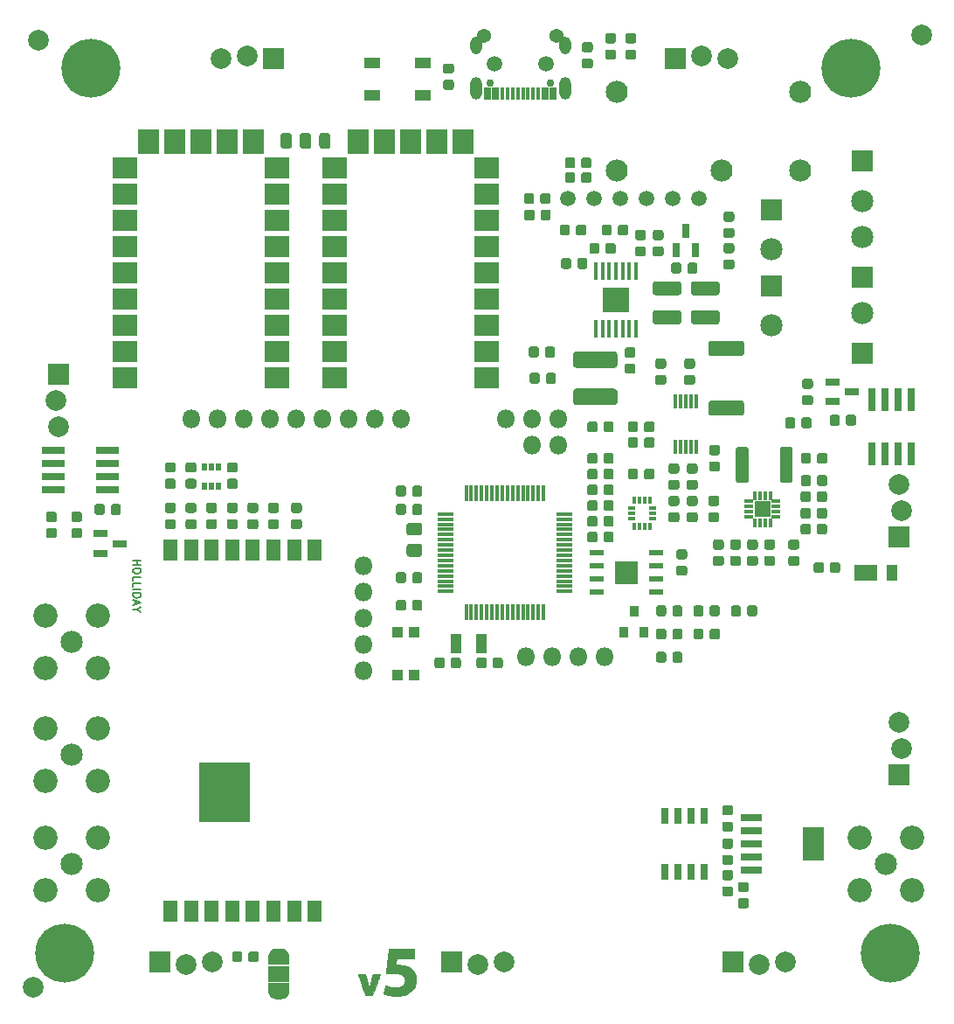
<source format=gts>
G04 #@! TF.GenerationSoftware,KiCad,Pcbnew,(5.1.5)-3*
G04 #@! TF.CreationDate,2021-06-25T12:34:56-07:00*
G04 #@! TF.ProjectId,mainboard,6d61696e-626f-4617-9264-2e6b69636164,rev?*
G04 #@! TF.SameCoordinates,Original*
G04 #@! TF.FileFunction,Soldermask,Top*
G04 #@! TF.FilePolarity,Negative*
%FSLAX46Y46*%
G04 Gerber Fmt 4.6, Leading zero omitted, Abs format (unit mm)*
G04 Created by KiCad (PCBNEW (5.1.5)-3) date 2021-06-25 12:34:56*
%MOMM*%
%LPD*%
G04 APERTURE LIST*
%ADD10C,0.190500*%
%ADD11C,0.010000*%
%ADD12R,0.751600X1.626600*%
%ADD13C,0.100000*%
%ADD14R,4.927001X5.826999*%
%ADD15R,1.427000X2.127000*%
%ADD16R,0.685800X1.447800*%
%ADD17R,1.447800X0.685800*%
%ADD18R,0.711200X2.311400*%
%ADD19R,2.311400X0.711200*%
%ADD20C,2.000000*%
%ADD21R,2.108200X2.413000*%
%ADD22R,2.413000X2.108200*%
%ADD23R,1.001600X1.001600*%
%ADD24R,2.001600X1.501600*%
%ADD25O,1.801600X1.801600*%
%ADD26R,0.901600X1.001600*%
%ADD27R,0.501600X0.751600*%
%ADD28C,5.701600*%
%ADD29R,2.101600X0.751600*%
%ADD30R,2.101600X3.301600*%
%ADD31C,2.133600*%
%ADD32C,2.159000*%
%ADD33R,2.159000X2.159000*%
%ADD34C,1.501600*%
%ADD35R,0.776600X0.351600*%
%ADD36R,0.351600X0.776600*%
%ADD37R,1.601600X1.101600*%
%ADD38R,0.431800X1.451600*%
%ADD39R,1.327000X0.577000*%
%ADD40R,2.227000X2.227000*%
%ADD41R,0.401600X1.251600*%
%ADD42R,0.701600X1.251600*%
%ADD43C,0.751600*%
%ADD44O,1.101600X1.701600*%
%ADD45O,1.101600X2.201600*%
%ADD46R,1.576600X0.401600*%
%ADD47R,0.401600X1.576600*%
%ADD48C,1.509600*%
%ADD49C,1.371600*%
%ADD50C,2.351600*%
%ADD51C,2.151600*%
%ADD52R,0.377000X0.827000*%
%ADD53R,0.827000X0.377000*%
%ADD54R,1.577000X1.577000*%
%ADD55R,2.006600X2.006600*%
%ADD56C,2.006600*%
%ADD57R,2.587000X2.437000*%
%ADD58R,0.431800X1.727200*%
%ADD59R,1.101600X1.901600*%
%ADD60R,2.327000X1.527000*%
%ADD61R,1.027000X1.527000*%
G04 APERTURE END LIST*
D10*
X110018285Y-105246714D02*
X110780285Y-105246714D01*
X110417428Y-105246714D02*
X110417428Y-105682142D01*
X110018285Y-105682142D02*
X110780285Y-105682142D01*
X110780285Y-106190142D02*
X110780285Y-106335285D01*
X110744000Y-106407857D01*
X110671428Y-106480428D01*
X110526285Y-106516714D01*
X110272285Y-106516714D01*
X110127142Y-106480428D01*
X110054571Y-106407857D01*
X110018285Y-106335285D01*
X110018285Y-106190142D01*
X110054571Y-106117571D01*
X110127142Y-106045000D01*
X110272285Y-106008714D01*
X110526285Y-106008714D01*
X110671428Y-106045000D01*
X110744000Y-106117571D01*
X110780285Y-106190142D01*
X110018285Y-107206142D02*
X110018285Y-106843285D01*
X110780285Y-106843285D01*
X110018285Y-107823000D02*
X110018285Y-107460142D01*
X110780285Y-107460142D01*
X110018285Y-108077000D02*
X110780285Y-108077000D01*
X110018285Y-108439857D02*
X110780285Y-108439857D01*
X110780285Y-108621285D01*
X110744000Y-108730142D01*
X110671428Y-108802714D01*
X110598857Y-108839000D01*
X110453714Y-108875285D01*
X110344857Y-108875285D01*
X110199714Y-108839000D01*
X110127142Y-108802714D01*
X110054571Y-108730142D01*
X110018285Y-108621285D01*
X110018285Y-108439857D01*
X110236000Y-109165571D02*
X110236000Y-109528428D01*
X110018285Y-109093000D02*
X110780285Y-109347000D01*
X110018285Y-109601000D01*
X110381142Y-110000142D02*
X110018285Y-110000142D01*
X110780285Y-109746142D02*
X110381142Y-110000142D01*
X110780285Y-110254142D01*
D11*
G36*
X132668241Y-145843625D02*
G01*
X132703192Y-145964909D01*
X132737225Y-146084677D01*
X132769387Y-146199460D01*
X132798724Y-146305787D01*
X132824284Y-146400189D01*
X132845115Y-146479196D01*
X132860263Y-146539338D01*
X132866102Y-146564350D01*
X132879890Y-146623147D01*
X132892342Y-146669865D01*
X132902300Y-146700612D01*
X132908604Y-146711495D01*
X132909577Y-146710400D01*
X132914654Y-146691655D01*
X132923919Y-146653054D01*
X132936215Y-146599574D01*
X132950386Y-146536189D01*
X132956186Y-146509788D01*
X132968493Y-146456913D01*
X132986687Y-146383433D01*
X133009764Y-146293188D01*
X133036716Y-146190019D01*
X133066539Y-146077768D01*
X133098226Y-145960276D01*
X133130772Y-145841383D01*
X133139092Y-145811288D01*
X133282304Y-145294350D01*
X133628272Y-145290969D01*
X133733005Y-145290127D01*
X133814880Y-145289957D01*
X133876431Y-145290564D01*
X133920195Y-145292052D01*
X133948707Y-145294525D01*
X133964501Y-145298087D01*
X133970114Y-145302844D01*
X133970095Y-145305027D01*
X133965134Y-145319310D01*
X133951953Y-145355637D01*
X133931204Y-145412253D01*
X133903535Y-145487399D01*
X133869598Y-145579319D01*
X133830040Y-145686256D01*
X133785513Y-145806453D01*
X133736666Y-145938154D01*
X133684149Y-146079600D01*
X133628611Y-146229037D01*
X133584950Y-146346420D01*
X133203950Y-147370374D01*
X132878283Y-147370587D01*
X132778486Y-147370532D01*
X132701145Y-147370093D01*
X132643315Y-147369075D01*
X132602054Y-147367285D01*
X132574418Y-147364530D01*
X132557463Y-147360614D01*
X132548245Y-147355345D01*
X132543839Y-147348575D01*
X132534169Y-147323143D01*
X132517084Y-147277162D01*
X132493352Y-147212747D01*
X132463741Y-147132013D01*
X132429019Y-147037078D01*
X132389954Y-146930055D01*
X132347312Y-146813061D01*
X132301863Y-146688212D01*
X132254372Y-146557622D01*
X132205609Y-146423409D01*
X132156341Y-146287687D01*
X132107335Y-146152572D01*
X132059359Y-146020180D01*
X132013181Y-145892626D01*
X131969568Y-145772026D01*
X131929289Y-145660496D01*
X131893111Y-145560152D01*
X131861801Y-145473108D01*
X131836127Y-145401481D01*
X131816857Y-145347387D01*
X131804759Y-145312940D01*
X131800600Y-145300267D01*
X131813016Y-145296510D01*
X131849140Y-145293365D01*
X131907289Y-145290888D01*
X131985775Y-145289139D01*
X132082914Y-145288176D01*
X132153769Y-145288000D01*
X132506938Y-145288000D01*
X132668241Y-145843625D01*
G37*
X132668241Y-145843625D02*
X132703192Y-145964909D01*
X132737225Y-146084677D01*
X132769387Y-146199460D01*
X132798724Y-146305787D01*
X132824284Y-146400189D01*
X132845115Y-146479196D01*
X132860263Y-146539338D01*
X132866102Y-146564350D01*
X132879890Y-146623147D01*
X132892342Y-146669865D01*
X132902300Y-146700612D01*
X132908604Y-146711495D01*
X132909577Y-146710400D01*
X132914654Y-146691655D01*
X132923919Y-146653054D01*
X132936215Y-146599574D01*
X132950386Y-146536189D01*
X132956186Y-146509788D01*
X132968493Y-146456913D01*
X132986687Y-146383433D01*
X133009764Y-146293188D01*
X133036716Y-146190019D01*
X133066539Y-146077768D01*
X133098226Y-145960276D01*
X133130772Y-145841383D01*
X133139092Y-145811288D01*
X133282304Y-145294350D01*
X133628272Y-145290969D01*
X133733005Y-145290127D01*
X133814880Y-145289957D01*
X133876431Y-145290564D01*
X133920195Y-145292052D01*
X133948707Y-145294525D01*
X133964501Y-145298087D01*
X133970114Y-145302844D01*
X133970095Y-145305027D01*
X133965134Y-145319310D01*
X133951953Y-145355637D01*
X133931204Y-145412253D01*
X133903535Y-145487399D01*
X133869598Y-145579319D01*
X133830040Y-145686256D01*
X133785513Y-145806453D01*
X133736666Y-145938154D01*
X133684149Y-146079600D01*
X133628611Y-146229037D01*
X133584950Y-146346420D01*
X133203950Y-147370374D01*
X132878283Y-147370587D01*
X132778486Y-147370532D01*
X132701145Y-147370093D01*
X132643315Y-147369075D01*
X132602054Y-147367285D01*
X132574418Y-147364530D01*
X132557463Y-147360614D01*
X132548245Y-147355345D01*
X132543839Y-147348575D01*
X132534169Y-147323143D01*
X132517084Y-147277162D01*
X132493352Y-147212747D01*
X132463741Y-147132013D01*
X132429019Y-147037078D01*
X132389954Y-146930055D01*
X132347312Y-146813061D01*
X132301863Y-146688212D01*
X132254372Y-146557622D01*
X132205609Y-146423409D01*
X132156341Y-146287687D01*
X132107335Y-146152572D01*
X132059359Y-146020180D01*
X132013181Y-145892626D01*
X131969568Y-145772026D01*
X131929289Y-145660496D01*
X131893111Y-145560152D01*
X131861801Y-145473108D01*
X131836127Y-145401481D01*
X131816857Y-145347387D01*
X131804759Y-145312940D01*
X131800600Y-145300267D01*
X131813016Y-145296510D01*
X131849140Y-145293365D01*
X131907289Y-145290888D01*
X131985775Y-145289139D01*
X132082914Y-145288176D01*
X132153769Y-145288000D01*
X132506938Y-145288000D01*
X132668241Y-145843625D01*
G36*
X137274300Y-143764000D02*
G01*
X136410700Y-143764000D01*
X136264793Y-143764156D01*
X136126701Y-143764609D01*
X135998474Y-143765333D01*
X135882163Y-143766300D01*
X135779822Y-143767486D01*
X135693501Y-143768864D01*
X135625253Y-143770408D01*
X135577129Y-143772092D01*
X135551181Y-143773890D01*
X135547100Y-143774958D01*
X135545356Y-143790088D01*
X135540454Y-143826792D01*
X135532891Y-143881513D01*
X135523162Y-143950689D01*
X135511763Y-144030759D01*
X135502650Y-144094200D01*
X135490330Y-144180205D01*
X135479323Y-144258123D01*
X135470127Y-144324347D01*
X135463238Y-144375269D01*
X135459153Y-144407280D01*
X135458227Y-144416616D01*
X135467784Y-144421750D01*
X135497295Y-144425740D01*
X135548053Y-144428656D01*
X135621352Y-144430565D01*
X135718486Y-144431538D01*
X135740802Y-144431626D01*
X135890970Y-144434129D01*
X136021819Y-144441186D01*
X136139151Y-144453621D01*
X136248772Y-144472261D01*
X136356486Y-144497932D01*
X136468098Y-144531459D01*
X136487359Y-144537826D01*
X136644782Y-144597037D01*
X136782813Y-144663842D01*
X136907089Y-144741509D01*
X137023245Y-144833306D01*
X137069207Y-144875194D01*
X137183418Y-144998862D01*
X137277247Y-145135252D01*
X137351948Y-145286518D01*
X137408780Y-145454816D01*
X137410033Y-145459450D01*
X137421602Y-145504014D01*
X137430229Y-145542979D01*
X137436349Y-145581297D01*
X137440393Y-145623918D01*
X137442793Y-145675791D01*
X137443984Y-145741869D01*
X137444396Y-145827101D01*
X137444429Y-145853150D01*
X137444236Y-145946034D01*
X137443240Y-146018142D01*
X137441097Y-146074089D01*
X137437465Y-146118496D01*
X137431999Y-146155979D01*
X137424356Y-146191156D01*
X137417322Y-146217615D01*
X137365218Y-146377096D01*
X137301428Y-146520336D01*
X137221859Y-146655334D01*
X137127692Y-146783523D01*
X136999591Y-146923369D01*
X136851578Y-147048036D01*
X136684409Y-147157111D01*
X136498836Y-147250184D01*
X136295615Y-147326844D01*
X136075499Y-147386678D01*
X135989200Y-147404609D01*
X135932224Y-147412555D01*
X135854824Y-147419093D01*
X135761941Y-147424162D01*
X135658515Y-147427706D01*
X135549486Y-147429666D01*
X135439795Y-147429985D01*
X135334381Y-147428604D01*
X135238187Y-147425466D01*
X135156151Y-147420512D01*
X135102600Y-147415013D01*
X134900474Y-147381950D01*
X134705350Y-147338157D01*
X134589082Y-147305553D01*
X134514867Y-147281392D01*
X134445136Y-147255966D01*
X134383822Y-147230985D01*
X134334860Y-147208161D01*
X134302184Y-147189202D01*
X134289728Y-147175820D01*
X134289706Y-147175424D01*
X134292483Y-147160447D01*
X134300285Y-147124672D01*
X134312255Y-147071739D01*
X134327532Y-147005288D01*
X134345260Y-146928960D01*
X134364578Y-146846396D01*
X134384630Y-146761236D01*
X134404556Y-146677122D01*
X134423498Y-146597692D01*
X134440597Y-146526589D01*
X134454994Y-146467452D01*
X134465832Y-146423922D01*
X134472252Y-146399641D01*
X134473549Y-146395840D01*
X134485854Y-146398627D01*
X134516491Y-146408908D01*
X134560163Y-146424846D01*
X134589542Y-146436023D01*
X134780515Y-146500861D01*
X134989157Y-146554559D01*
X135077200Y-146572927D01*
X135140277Y-146584258D01*
X135199982Y-146592311D01*
X135262980Y-146597595D01*
X135335931Y-146600619D01*
X135425499Y-146601892D01*
X135458200Y-146602012D01*
X135573833Y-146600576D01*
X135670049Y-146595047D01*
X135752654Y-146584309D01*
X135827457Y-146567243D01*
X135900264Y-146542731D01*
X135976882Y-146509655D01*
X136003052Y-146497129D01*
X136079347Y-146452540D01*
X136154812Y-146395354D01*
X136222965Y-146331389D01*
X136277319Y-146266464D01*
X136299904Y-146230775D01*
X136344862Y-146123486D01*
X136368483Y-146009535D01*
X136371335Y-145893148D01*
X136353983Y-145778552D01*
X136316996Y-145669972D01*
X136260939Y-145571634D01*
X136202263Y-145502704D01*
X136114803Y-145428554D01*
X136014421Y-145366210D01*
X135899160Y-145315031D01*
X135767063Y-145274379D01*
X135616173Y-145243615D01*
X135444535Y-145222098D01*
X135313498Y-145212339D01*
X135223896Y-145208951D01*
X135121567Y-145207931D01*
X135012387Y-145209088D01*
X134902229Y-145212228D01*
X134796969Y-145217159D01*
X134702482Y-145223687D01*
X134624642Y-145231622D01*
X134594600Y-145235924D01*
X134555368Y-145241279D01*
X134527575Y-145243098D01*
X134519051Y-145241862D01*
X134519870Y-145228918D01*
X134523613Y-145192928D01*
X134530013Y-145136043D01*
X134538803Y-145060415D01*
X134549718Y-144968196D01*
X134562490Y-144861538D01*
X134576854Y-144742593D01*
X134592543Y-144613514D01*
X134609291Y-144476452D01*
X134626831Y-144333558D01*
X134644896Y-144186987D01*
X134663221Y-144038888D01*
X134681540Y-143891414D01*
X134699584Y-143746718D01*
X134717089Y-143606951D01*
X134733788Y-143474265D01*
X134749415Y-143350813D01*
X134763702Y-143238746D01*
X134776384Y-143140216D01*
X134787195Y-143057375D01*
X134795867Y-142992376D01*
X134802135Y-142947370D01*
X134805732Y-142924509D01*
X134806149Y-142922624D01*
X134808210Y-142918932D01*
X134813250Y-142915671D01*
X134822756Y-142912816D01*
X134838218Y-142910339D01*
X134861124Y-142908214D01*
X134892963Y-142906413D01*
X134935225Y-142904911D01*
X134989398Y-142903681D01*
X135056970Y-142902695D01*
X135139431Y-142901927D01*
X135238269Y-142901350D01*
X135354974Y-142900938D01*
X135491033Y-142900664D01*
X135647937Y-142900500D01*
X135827173Y-142900421D01*
X136030230Y-142900400D01*
X137274300Y-142900400D01*
X137274300Y-143764000D01*
G37*
X137274300Y-143764000D02*
X136410700Y-143764000D01*
X136264793Y-143764156D01*
X136126701Y-143764609D01*
X135998474Y-143765333D01*
X135882163Y-143766300D01*
X135779822Y-143767486D01*
X135693501Y-143768864D01*
X135625253Y-143770408D01*
X135577129Y-143772092D01*
X135551181Y-143773890D01*
X135547100Y-143774958D01*
X135545356Y-143790088D01*
X135540454Y-143826792D01*
X135532891Y-143881513D01*
X135523162Y-143950689D01*
X135511763Y-144030759D01*
X135502650Y-144094200D01*
X135490330Y-144180205D01*
X135479323Y-144258123D01*
X135470127Y-144324347D01*
X135463238Y-144375269D01*
X135459153Y-144407280D01*
X135458227Y-144416616D01*
X135467784Y-144421750D01*
X135497295Y-144425740D01*
X135548053Y-144428656D01*
X135621352Y-144430565D01*
X135718486Y-144431538D01*
X135740802Y-144431626D01*
X135890970Y-144434129D01*
X136021819Y-144441186D01*
X136139151Y-144453621D01*
X136248772Y-144472261D01*
X136356486Y-144497932D01*
X136468098Y-144531459D01*
X136487359Y-144537826D01*
X136644782Y-144597037D01*
X136782813Y-144663842D01*
X136907089Y-144741509D01*
X137023245Y-144833306D01*
X137069207Y-144875194D01*
X137183418Y-144998862D01*
X137277247Y-145135252D01*
X137351948Y-145286518D01*
X137408780Y-145454816D01*
X137410033Y-145459450D01*
X137421602Y-145504014D01*
X137430229Y-145542979D01*
X137436349Y-145581297D01*
X137440393Y-145623918D01*
X137442793Y-145675791D01*
X137443984Y-145741869D01*
X137444396Y-145827101D01*
X137444429Y-145853150D01*
X137444236Y-145946034D01*
X137443240Y-146018142D01*
X137441097Y-146074089D01*
X137437465Y-146118496D01*
X137431999Y-146155979D01*
X137424356Y-146191156D01*
X137417322Y-146217615D01*
X137365218Y-146377096D01*
X137301428Y-146520336D01*
X137221859Y-146655334D01*
X137127692Y-146783523D01*
X136999591Y-146923369D01*
X136851578Y-147048036D01*
X136684409Y-147157111D01*
X136498836Y-147250184D01*
X136295615Y-147326844D01*
X136075499Y-147386678D01*
X135989200Y-147404609D01*
X135932224Y-147412555D01*
X135854824Y-147419093D01*
X135761941Y-147424162D01*
X135658515Y-147427706D01*
X135549486Y-147429666D01*
X135439795Y-147429985D01*
X135334381Y-147428604D01*
X135238187Y-147425466D01*
X135156151Y-147420512D01*
X135102600Y-147415013D01*
X134900474Y-147381950D01*
X134705350Y-147338157D01*
X134589082Y-147305553D01*
X134514867Y-147281392D01*
X134445136Y-147255966D01*
X134383822Y-147230985D01*
X134334860Y-147208161D01*
X134302184Y-147189202D01*
X134289728Y-147175820D01*
X134289706Y-147175424D01*
X134292483Y-147160447D01*
X134300285Y-147124672D01*
X134312255Y-147071739D01*
X134327532Y-147005288D01*
X134345260Y-146928960D01*
X134364578Y-146846396D01*
X134384630Y-146761236D01*
X134404556Y-146677122D01*
X134423498Y-146597692D01*
X134440597Y-146526589D01*
X134454994Y-146467452D01*
X134465832Y-146423922D01*
X134472252Y-146399641D01*
X134473549Y-146395840D01*
X134485854Y-146398627D01*
X134516491Y-146408908D01*
X134560163Y-146424846D01*
X134589542Y-146436023D01*
X134780515Y-146500861D01*
X134989157Y-146554559D01*
X135077200Y-146572927D01*
X135140277Y-146584258D01*
X135199982Y-146592311D01*
X135262980Y-146597595D01*
X135335931Y-146600619D01*
X135425499Y-146601892D01*
X135458200Y-146602012D01*
X135573833Y-146600576D01*
X135670049Y-146595047D01*
X135752654Y-146584309D01*
X135827457Y-146567243D01*
X135900264Y-146542731D01*
X135976882Y-146509655D01*
X136003052Y-146497129D01*
X136079347Y-146452540D01*
X136154812Y-146395354D01*
X136222965Y-146331389D01*
X136277319Y-146266464D01*
X136299904Y-146230775D01*
X136344862Y-146123486D01*
X136368483Y-146009535D01*
X136371335Y-145893148D01*
X136353983Y-145778552D01*
X136316996Y-145669972D01*
X136260939Y-145571634D01*
X136202263Y-145502704D01*
X136114803Y-145428554D01*
X136014421Y-145366210D01*
X135899160Y-145315031D01*
X135767063Y-145274379D01*
X135616173Y-145243615D01*
X135444535Y-145222098D01*
X135313498Y-145212339D01*
X135223896Y-145208951D01*
X135121567Y-145207931D01*
X135012387Y-145209088D01*
X134902229Y-145212228D01*
X134796969Y-145217159D01*
X134702482Y-145223687D01*
X134624642Y-145231622D01*
X134594600Y-145235924D01*
X134555368Y-145241279D01*
X134527575Y-145243098D01*
X134519051Y-145241862D01*
X134519870Y-145228918D01*
X134523613Y-145192928D01*
X134530013Y-145136043D01*
X134538803Y-145060415D01*
X134549718Y-144968196D01*
X134562490Y-144861538D01*
X134576854Y-144742593D01*
X134592543Y-144613514D01*
X134609291Y-144476452D01*
X134626831Y-144333558D01*
X134644896Y-144186987D01*
X134663221Y-144038888D01*
X134681540Y-143891414D01*
X134699584Y-143746718D01*
X134717089Y-143606951D01*
X134733788Y-143474265D01*
X134749415Y-143350813D01*
X134763702Y-143238746D01*
X134776384Y-143140216D01*
X134787195Y-143057375D01*
X134795867Y-142992376D01*
X134802135Y-142947370D01*
X134805732Y-142924509D01*
X134806149Y-142922624D01*
X134808210Y-142918932D01*
X134813250Y-142915671D01*
X134822756Y-142912816D01*
X134838218Y-142910339D01*
X134861124Y-142908214D01*
X134892963Y-142906413D01*
X134935225Y-142904911D01*
X134989398Y-142903681D01*
X135056970Y-142902695D01*
X135139431Y-142901927D01*
X135238269Y-142901350D01*
X135354974Y-142900938D01*
X135491033Y-142900664D01*
X135647937Y-142900500D01*
X135827173Y-142900421D01*
X136030230Y-142900400D01*
X137274300Y-142900400D01*
X137274300Y-143764000D01*
D12*
X161544000Y-130003000D03*
X162814000Y-130003000D03*
X164084000Y-130003000D03*
X165354000Y-130003000D03*
X165354000Y-135427000D03*
X164084000Y-135427000D03*
X162814000Y-135427000D03*
X161544000Y-135427000D03*
D13*
G36*
X167945581Y-128976576D02*
G01*
X167969281Y-128980091D01*
X167992523Y-128985913D01*
X168015082Y-128993985D01*
X168036742Y-129004229D01*
X168057292Y-129016547D01*
X168076537Y-129030819D01*
X168094290Y-129046910D01*
X168110381Y-129064663D01*
X168124653Y-129083908D01*
X168136971Y-129104458D01*
X168147215Y-129126118D01*
X168155287Y-129148677D01*
X168161109Y-129171919D01*
X168164624Y-129195619D01*
X168165800Y-129219550D01*
X168165800Y-129707850D01*
X168164624Y-129731781D01*
X168161109Y-129755481D01*
X168155287Y-129778723D01*
X168147215Y-129801282D01*
X168136971Y-129822942D01*
X168124653Y-129843492D01*
X168110381Y-129862737D01*
X168094290Y-129880490D01*
X168076537Y-129896581D01*
X168057292Y-129910853D01*
X168036742Y-129923171D01*
X168015082Y-129933415D01*
X167992523Y-129941487D01*
X167969281Y-129947309D01*
X167945581Y-129950824D01*
X167921650Y-129952000D01*
X167358350Y-129952000D01*
X167334419Y-129950824D01*
X167310719Y-129947309D01*
X167287477Y-129941487D01*
X167264918Y-129933415D01*
X167243258Y-129923171D01*
X167222708Y-129910853D01*
X167203463Y-129896581D01*
X167185710Y-129880490D01*
X167169619Y-129862737D01*
X167155347Y-129843492D01*
X167143029Y-129822942D01*
X167132785Y-129801282D01*
X167124713Y-129778723D01*
X167118891Y-129755481D01*
X167115376Y-129731781D01*
X167114200Y-129707850D01*
X167114200Y-129219550D01*
X167115376Y-129195619D01*
X167118891Y-129171919D01*
X167124713Y-129148677D01*
X167132785Y-129126118D01*
X167143029Y-129104458D01*
X167155347Y-129083908D01*
X167169619Y-129064663D01*
X167185710Y-129046910D01*
X167203463Y-129030819D01*
X167222708Y-129016547D01*
X167243258Y-129004229D01*
X167264918Y-128993985D01*
X167287477Y-128985913D01*
X167310719Y-128980091D01*
X167334419Y-128976576D01*
X167358350Y-128975400D01*
X167921650Y-128975400D01*
X167945581Y-128976576D01*
G37*
G36*
X167945581Y-130551576D02*
G01*
X167969281Y-130555091D01*
X167992523Y-130560913D01*
X168015082Y-130568985D01*
X168036742Y-130579229D01*
X168057292Y-130591547D01*
X168076537Y-130605819D01*
X168094290Y-130621910D01*
X168110381Y-130639663D01*
X168124653Y-130658908D01*
X168136971Y-130679458D01*
X168147215Y-130701118D01*
X168155287Y-130723677D01*
X168161109Y-130746919D01*
X168164624Y-130770619D01*
X168165800Y-130794550D01*
X168165800Y-131282850D01*
X168164624Y-131306781D01*
X168161109Y-131330481D01*
X168155287Y-131353723D01*
X168147215Y-131376282D01*
X168136971Y-131397942D01*
X168124653Y-131418492D01*
X168110381Y-131437737D01*
X168094290Y-131455490D01*
X168076537Y-131471581D01*
X168057292Y-131485853D01*
X168036742Y-131498171D01*
X168015082Y-131508415D01*
X167992523Y-131516487D01*
X167969281Y-131522309D01*
X167945581Y-131525824D01*
X167921650Y-131527000D01*
X167358350Y-131527000D01*
X167334419Y-131525824D01*
X167310719Y-131522309D01*
X167287477Y-131516487D01*
X167264918Y-131508415D01*
X167243258Y-131498171D01*
X167222708Y-131485853D01*
X167203463Y-131471581D01*
X167185710Y-131455490D01*
X167169619Y-131437737D01*
X167155347Y-131418492D01*
X167143029Y-131397942D01*
X167132785Y-131376282D01*
X167124713Y-131353723D01*
X167118891Y-131330481D01*
X167115376Y-131306781D01*
X167114200Y-131282850D01*
X167114200Y-130794550D01*
X167115376Y-130770619D01*
X167118891Y-130746919D01*
X167124713Y-130723677D01*
X167132785Y-130701118D01*
X167143029Y-130679458D01*
X167155347Y-130658908D01*
X167169619Y-130639663D01*
X167185710Y-130621910D01*
X167203463Y-130605819D01*
X167222708Y-130591547D01*
X167243258Y-130579229D01*
X167264918Y-130568985D01*
X167287477Y-130560913D01*
X167310719Y-130555091D01*
X167334419Y-130551576D01*
X167358350Y-130550400D01*
X167921650Y-130550400D01*
X167945581Y-130551576D01*
G37*
G36*
X121959581Y-143112376D02*
G01*
X121983281Y-143115891D01*
X122006523Y-143121713D01*
X122029082Y-143129785D01*
X122050742Y-143140029D01*
X122071292Y-143152347D01*
X122090537Y-143166619D01*
X122108290Y-143182710D01*
X122124381Y-143200463D01*
X122138653Y-143219708D01*
X122150971Y-143240258D01*
X122161215Y-143261918D01*
X122169287Y-143284477D01*
X122175109Y-143307719D01*
X122178624Y-143331419D01*
X122179800Y-143355350D01*
X122179800Y-143918650D01*
X122178624Y-143942581D01*
X122175109Y-143966281D01*
X122169287Y-143989523D01*
X122161215Y-144012082D01*
X122150971Y-144033742D01*
X122138653Y-144054292D01*
X122124381Y-144073537D01*
X122108290Y-144091290D01*
X122090537Y-144107381D01*
X122071292Y-144121653D01*
X122050742Y-144133971D01*
X122029082Y-144144215D01*
X122006523Y-144152287D01*
X121983281Y-144158109D01*
X121959581Y-144161624D01*
X121935650Y-144162800D01*
X121447350Y-144162800D01*
X121423419Y-144161624D01*
X121399719Y-144158109D01*
X121376477Y-144152287D01*
X121353918Y-144144215D01*
X121332258Y-144133971D01*
X121311708Y-144121653D01*
X121292463Y-144107381D01*
X121274710Y-144091290D01*
X121258619Y-144073537D01*
X121244347Y-144054292D01*
X121232029Y-144033742D01*
X121221785Y-144012082D01*
X121213713Y-143989523D01*
X121207891Y-143966281D01*
X121204376Y-143942581D01*
X121203200Y-143918650D01*
X121203200Y-143355350D01*
X121204376Y-143331419D01*
X121207891Y-143307719D01*
X121213713Y-143284477D01*
X121221785Y-143261918D01*
X121232029Y-143240258D01*
X121244347Y-143219708D01*
X121258619Y-143200463D01*
X121274710Y-143182710D01*
X121292463Y-143166619D01*
X121311708Y-143152347D01*
X121332258Y-143140029D01*
X121353918Y-143129785D01*
X121376477Y-143121713D01*
X121399719Y-143115891D01*
X121423419Y-143112376D01*
X121447350Y-143111200D01*
X121935650Y-143111200D01*
X121959581Y-143112376D01*
G37*
G36*
X120384581Y-143112376D02*
G01*
X120408281Y-143115891D01*
X120431523Y-143121713D01*
X120454082Y-143129785D01*
X120475742Y-143140029D01*
X120496292Y-143152347D01*
X120515537Y-143166619D01*
X120533290Y-143182710D01*
X120549381Y-143200463D01*
X120563653Y-143219708D01*
X120575971Y-143240258D01*
X120586215Y-143261918D01*
X120594287Y-143284477D01*
X120600109Y-143307719D01*
X120603624Y-143331419D01*
X120604800Y-143355350D01*
X120604800Y-143918650D01*
X120603624Y-143942581D01*
X120600109Y-143966281D01*
X120594287Y-143989523D01*
X120586215Y-144012082D01*
X120575971Y-144033742D01*
X120563653Y-144054292D01*
X120549381Y-144073537D01*
X120533290Y-144091290D01*
X120515537Y-144107381D01*
X120496292Y-144121653D01*
X120475742Y-144133971D01*
X120454082Y-144144215D01*
X120431523Y-144152287D01*
X120408281Y-144158109D01*
X120384581Y-144161624D01*
X120360650Y-144162800D01*
X119872350Y-144162800D01*
X119848419Y-144161624D01*
X119824719Y-144158109D01*
X119801477Y-144152287D01*
X119778918Y-144144215D01*
X119757258Y-144133971D01*
X119736708Y-144121653D01*
X119717463Y-144107381D01*
X119699710Y-144091290D01*
X119683619Y-144073537D01*
X119669347Y-144054292D01*
X119657029Y-144033742D01*
X119646785Y-144012082D01*
X119638713Y-143989523D01*
X119632891Y-143966281D01*
X119629376Y-143942581D01*
X119628200Y-143918650D01*
X119628200Y-143355350D01*
X119629376Y-143331419D01*
X119632891Y-143307719D01*
X119638713Y-143284477D01*
X119646785Y-143261918D01*
X119657029Y-143240258D01*
X119669347Y-143219708D01*
X119683619Y-143200463D01*
X119699710Y-143182710D01*
X119717463Y-143166619D01*
X119736708Y-143152347D01*
X119757258Y-143140029D01*
X119778918Y-143129785D01*
X119801477Y-143121713D01*
X119824719Y-143115891D01*
X119848419Y-143112376D01*
X119872350Y-143111200D01*
X120360650Y-143111200D01*
X120384581Y-143112376D01*
G37*
D14*
X118879100Y-127698500D03*
D15*
X113629100Y-104266000D03*
X115629100Y-104266000D03*
X117629100Y-104266000D03*
X119629100Y-104266000D03*
X121629100Y-104266000D03*
X123629100Y-104266000D03*
X125629100Y-104266000D03*
X127629100Y-104266000D03*
X113629100Y-139266000D03*
X115629100Y-139266000D03*
X117629100Y-139266000D03*
X119629100Y-139266000D03*
X121629100Y-139266000D03*
X123629100Y-139266000D03*
X125629100Y-139266000D03*
X127629100Y-139266000D03*
D16*
X163576000Y-73355200D03*
X164528500Y-75234800D03*
X162623500Y-75234800D03*
D17*
X179663400Y-88948096D03*
X177783800Y-89900596D03*
X177783800Y-87995596D03*
X108719204Y-103632000D03*
X106839604Y-104584500D03*
X106839604Y-102679500D03*
D18*
X185420000Y-94945200D03*
X184150000Y-94945200D03*
X182880000Y-94945200D03*
X181610000Y-94945200D03*
X181610000Y-89712800D03*
X182880000Y-89712800D03*
X184150000Y-89712800D03*
X185420000Y-89712800D03*
D19*
X102285800Y-98425000D03*
X102285800Y-97155000D03*
X102285800Y-95885000D03*
X102285800Y-94615000D03*
X107518200Y-94615000D03*
X107518200Y-95885000D03*
X107518200Y-97155000D03*
X107518200Y-98425000D03*
D20*
X186436000Y-54356000D03*
X100838000Y-54864000D03*
X100330000Y-146558000D03*
D13*
G36*
X165088581Y-109622476D02*
G01*
X165112281Y-109625991D01*
X165135523Y-109631813D01*
X165158082Y-109639885D01*
X165179742Y-109650129D01*
X165200292Y-109662447D01*
X165219537Y-109676719D01*
X165237290Y-109692810D01*
X165253381Y-109710563D01*
X165267653Y-109729808D01*
X165279971Y-109750358D01*
X165290215Y-109772018D01*
X165298287Y-109794577D01*
X165304109Y-109817819D01*
X165307624Y-109841519D01*
X165308800Y-109865450D01*
X165308800Y-110428750D01*
X165307624Y-110452681D01*
X165304109Y-110476381D01*
X165298287Y-110499623D01*
X165290215Y-110522182D01*
X165279971Y-110543842D01*
X165267653Y-110564392D01*
X165253381Y-110583637D01*
X165237290Y-110601390D01*
X165219537Y-110617481D01*
X165200292Y-110631753D01*
X165179742Y-110644071D01*
X165158082Y-110654315D01*
X165135523Y-110662387D01*
X165112281Y-110668209D01*
X165088581Y-110671724D01*
X165064650Y-110672900D01*
X164576350Y-110672900D01*
X164552419Y-110671724D01*
X164528719Y-110668209D01*
X164505477Y-110662387D01*
X164482918Y-110654315D01*
X164461258Y-110644071D01*
X164440708Y-110631753D01*
X164421463Y-110617481D01*
X164403710Y-110601390D01*
X164387619Y-110583637D01*
X164373347Y-110564392D01*
X164361029Y-110543842D01*
X164350785Y-110522182D01*
X164342713Y-110499623D01*
X164336891Y-110476381D01*
X164333376Y-110452681D01*
X164332200Y-110428750D01*
X164332200Y-109865450D01*
X164333376Y-109841519D01*
X164336891Y-109817819D01*
X164342713Y-109794577D01*
X164350785Y-109772018D01*
X164361029Y-109750358D01*
X164373347Y-109729808D01*
X164387619Y-109710563D01*
X164403710Y-109692810D01*
X164421463Y-109676719D01*
X164440708Y-109662447D01*
X164461258Y-109650129D01*
X164482918Y-109639885D01*
X164505477Y-109631813D01*
X164528719Y-109625991D01*
X164552419Y-109622476D01*
X164576350Y-109621300D01*
X165064650Y-109621300D01*
X165088581Y-109622476D01*
G37*
G36*
X166663581Y-109622476D02*
G01*
X166687281Y-109625991D01*
X166710523Y-109631813D01*
X166733082Y-109639885D01*
X166754742Y-109650129D01*
X166775292Y-109662447D01*
X166794537Y-109676719D01*
X166812290Y-109692810D01*
X166828381Y-109710563D01*
X166842653Y-109729808D01*
X166854971Y-109750358D01*
X166865215Y-109772018D01*
X166873287Y-109794577D01*
X166879109Y-109817819D01*
X166882624Y-109841519D01*
X166883800Y-109865450D01*
X166883800Y-110428750D01*
X166882624Y-110452681D01*
X166879109Y-110476381D01*
X166873287Y-110499623D01*
X166865215Y-110522182D01*
X166854971Y-110543842D01*
X166842653Y-110564392D01*
X166828381Y-110583637D01*
X166812290Y-110601390D01*
X166794537Y-110617481D01*
X166775292Y-110631753D01*
X166754742Y-110644071D01*
X166733082Y-110654315D01*
X166710523Y-110662387D01*
X166687281Y-110668209D01*
X166663581Y-110671724D01*
X166639650Y-110672900D01*
X166151350Y-110672900D01*
X166127419Y-110671724D01*
X166103719Y-110668209D01*
X166080477Y-110662387D01*
X166057918Y-110654315D01*
X166036258Y-110644071D01*
X166015708Y-110631753D01*
X165996463Y-110617481D01*
X165978710Y-110601390D01*
X165962619Y-110583637D01*
X165948347Y-110564392D01*
X165936029Y-110543842D01*
X165925785Y-110522182D01*
X165917713Y-110499623D01*
X165911891Y-110476381D01*
X165908376Y-110452681D01*
X165907200Y-110428750D01*
X165907200Y-109865450D01*
X165908376Y-109841519D01*
X165911891Y-109817819D01*
X165917713Y-109794577D01*
X165925785Y-109772018D01*
X165936029Y-109750358D01*
X165948347Y-109729808D01*
X165962619Y-109710563D01*
X165978710Y-109692810D01*
X165996463Y-109676719D01*
X166015708Y-109662447D01*
X166036258Y-109650129D01*
X166057918Y-109639885D01*
X166080477Y-109631813D01*
X166103719Y-109625991D01*
X166127419Y-109622476D01*
X166151350Y-109621300D01*
X166639650Y-109621300D01*
X166663581Y-109622476D01*
G37*
G36*
X119934681Y-101265376D02*
G01*
X119958381Y-101268891D01*
X119981623Y-101274713D01*
X120004182Y-101282785D01*
X120025842Y-101293029D01*
X120046392Y-101305347D01*
X120065637Y-101319619D01*
X120083390Y-101335710D01*
X120099481Y-101353463D01*
X120113753Y-101372708D01*
X120126071Y-101393258D01*
X120136315Y-101414918D01*
X120144387Y-101437477D01*
X120150209Y-101460719D01*
X120153724Y-101484419D01*
X120154900Y-101508350D01*
X120154900Y-101996650D01*
X120153724Y-102020581D01*
X120150209Y-102044281D01*
X120144387Y-102067523D01*
X120136315Y-102090082D01*
X120126071Y-102111742D01*
X120113753Y-102132292D01*
X120099481Y-102151537D01*
X120083390Y-102169290D01*
X120065637Y-102185381D01*
X120046392Y-102199653D01*
X120025842Y-102211971D01*
X120004182Y-102222215D01*
X119981623Y-102230287D01*
X119958381Y-102236109D01*
X119934681Y-102239624D01*
X119910750Y-102240800D01*
X119347450Y-102240800D01*
X119323519Y-102239624D01*
X119299819Y-102236109D01*
X119276577Y-102230287D01*
X119254018Y-102222215D01*
X119232358Y-102211971D01*
X119211808Y-102199653D01*
X119192563Y-102185381D01*
X119174810Y-102169290D01*
X119158719Y-102151537D01*
X119144447Y-102132292D01*
X119132129Y-102111742D01*
X119121885Y-102090082D01*
X119113813Y-102067523D01*
X119107991Y-102044281D01*
X119104476Y-102020581D01*
X119103300Y-101996650D01*
X119103300Y-101508350D01*
X119104476Y-101484419D01*
X119107991Y-101460719D01*
X119113813Y-101437477D01*
X119121885Y-101414918D01*
X119132129Y-101393258D01*
X119144447Y-101372708D01*
X119158719Y-101353463D01*
X119174810Y-101335710D01*
X119192563Y-101319619D01*
X119211808Y-101305347D01*
X119232358Y-101293029D01*
X119254018Y-101282785D01*
X119276577Y-101274713D01*
X119299819Y-101268891D01*
X119323519Y-101265376D01*
X119347450Y-101264200D01*
X119910750Y-101264200D01*
X119934681Y-101265376D01*
G37*
G36*
X119934681Y-99690376D02*
G01*
X119958381Y-99693891D01*
X119981623Y-99699713D01*
X120004182Y-99707785D01*
X120025842Y-99718029D01*
X120046392Y-99730347D01*
X120065637Y-99744619D01*
X120083390Y-99760710D01*
X120099481Y-99778463D01*
X120113753Y-99797708D01*
X120126071Y-99818258D01*
X120136315Y-99839918D01*
X120144387Y-99862477D01*
X120150209Y-99885719D01*
X120153724Y-99909419D01*
X120154900Y-99933350D01*
X120154900Y-100421650D01*
X120153724Y-100445581D01*
X120150209Y-100469281D01*
X120144387Y-100492523D01*
X120136315Y-100515082D01*
X120126071Y-100536742D01*
X120113753Y-100557292D01*
X120099481Y-100576537D01*
X120083390Y-100594290D01*
X120065637Y-100610381D01*
X120046392Y-100624653D01*
X120025842Y-100636971D01*
X120004182Y-100647215D01*
X119981623Y-100655287D01*
X119958381Y-100661109D01*
X119934681Y-100664624D01*
X119910750Y-100665800D01*
X119347450Y-100665800D01*
X119323519Y-100664624D01*
X119299819Y-100661109D01*
X119276577Y-100655287D01*
X119254018Y-100647215D01*
X119232358Y-100636971D01*
X119211808Y-100624653D01*
X119192563Y-100610381D01*
X119174810Y-100594290D01*
X119158719Y-100576537D01*
X119144447Y-100557292D01*
X119132129Y-100536742D01*
X119121885Y-100515082D01*
X119113813Y-100492523D01*
X119107991Y-100469281D01*
X119104476Y-100445581D01*
X119103300Y-100421650D01*
X119103300Y-99933350D01*
X119104476Y-99909419D01*
X119107991Y-99885719D01*
X119113813Y-99862477D01*
X119121885Y-99839918D01*
X119132129Y-99818258D01*
X119144447Y-99797708D01*
X119158719Y-99778463D01*
X119174810Y-99760710D01*
X119192563Y-99744619D01*
X119211808Y-99730347D01*
X119232358Y-99718029D01*
X119254018Y-99707785D01*
X119276577Y-99699713D01*
X119299819Y-99693891D01*
X119323519Y-99690376D01*
X119347450Y-99689200D01*
X119910750Y-99689200D01*
X119934681Y-99690376D01*
G37*
G36*
X166663581Y-111870376D02*
G01*
X166687281Y-111873891D01*
X166710523Y-111879713D01*
X166733082Y-111887785D01*
X166754742Y-111898029D01*
X166775292Y-111910347D01*
X166794537Y-111924619D01*
X166812290Y-111940710D01*
X166828381Y-111958463D01*
X166842653Y-111977708D01*
X166854971Y-111998258D01*
X166865215Y-112019918D01*
X166873287Y-112042477D01*
X166879109Y-112065719D01*
X166882624Y-112089419D01*
X166883800Y-112113350D01*
X166883800Y-112676650D01*
X166882624Y-112700581D01*
X166879109Y-112724281D01*
X166873287Y-112747523D01*
X166865215Y-112770082D01*
X166854971Y-112791742D01*
X166842653Y-112812292D01*
X166828381Y-112831537D01*
X166812290Y-112849290D01*
X166794537Y-112865381D01*
X166775292Y-112879653D01*
X166754742Y-112891971D01*
X166733082Y-112902215D01*
X166710523Y-112910287D01*
X166687281Y-112916109D01*
X166663581Y-112919624D01*
X166639650Y-112920800D01*
X166151350Y-112920800D01*
X166127419Y-112919624D01*
X166103719Y-112916109D01*
X166080477Y-112910287D01*
X166057918Y-112902215D01*
X166036258Y-112891971D01*
X166015708Y-112879653D01*
X165996463Y-112865381D01*
X165978710Y-112849290D01*
X165962619Y-112831537D01*
X165948347Y-112812292D01*
X165936029Y-112791742D01*
X165925785Y-112770082D01*
X165917713Y-112747523D01*
X165911891Y-112724281D01*
X165908376Y-112700581D01*
X165907200Y-112676650D01*
X165907200Y-112113350D01*
X165908376Y-112089419D01*
X165911891Y-112065719D01*
X165917713Y-112042477D01*
X165925785Y-112019918D01*
X165936029Y-111998258D01*
X165948347Y-111977708D01*
X165962619Y-111958463D01*
X165978710Y-111940710D01*
X165996463Y-111924619D01*
X166015708Y-111910347D01*
X166036258Y-111898029D01*
X166057918Y-111887785D01*
X166080477Y-111879713D01*
X166103719Y-111873891D01*
X166127419Y-111870376D01*
X166151350Y-111869200D01*
X166639650Y-111869200D01*
X166663581Y-111870376D01*
G37*
G36*
X165088581Y-111870376D02*
G01*
X165112281Y-111873891D01*
X165135523Y-111879713D01*
X165158082Y-111887785D01*
X165179742Y-111898029D01*
X165200292Y-111910347D01*
X165219537Y-111924619D01*
X165237290Y-111940710D01*
X165253381Y-111958463D01*
X165267653Y-111977708D01*
X165279971Y-111998258D01*
X165290215Y-112019918D01*
X165298287Y-112042477D01*
X165304109Y-112065719D01*
X165307624Y-112089419D01*
X165308800Y-112113350D01*
X165308800Y-112676650D01*
X165307624Y-112700581D01*
X165304109Y-112724281D01*
X165298287Y-112747523D01*
X165290215Y-112770082D01*
X165279971Y-112791742D01*
X165267653Y-112812292D01*
X165253381Y-112831537D01*
X165237290Y-112849290D01*
X165219537Y-112865381D01*
X165200292Y-112879653D01*
X165179742Y-112891971D01*
X165158082Y-112902215D01*
X165135523Y-112910287D01*
X165112281Y-112916109D01*
X165088581Y-112919624D01*
X165064650Y-112920800D01*
X164576350Y-112920800D01*
X164552419Y-112919624D01*
X164528719Y-112916109D01*
X164505477Y-112910287D01*
X164482918Y-112902215D01*
X164461258Y-112891971D01*
X164440708Y-112879653D01*
X164421463Y-112865381D01*
X164403710Y-112849290D01*
X164387619Y-112831537D01*
X164373347Y-112812292D01*
X164361029Y-112791742D01*
X164350785Y-112770082D01*
X164342713Y-112747523D01*
X164336891Y-112724281D01*
X164333376Y-112700581D01*
X164332200Y-112676650D01*
X164332200Y-112113350D01*
X164333376Y-112089419D01*
X164336891Y-112065719D01*
X164342713Y-112042477D01*
X164350785Y-112019918D01*
X164361029Y-111998258D01*
X164373347Y-111977708D01*
X164387619Y-111958463D01*
X164403710Y-111940710D01*
X164421463Y-111924619D01*
X164440708Y-111910347D01*
X164461258Y-111898029D01*
X164482918Y-111887785D01*
X164505477Y-111879713D01*
X164528719Y-111873891D01*
X164552419Y-111870376D01*
X164576350Y-111869200D01*
X165064650Y-111869200D01*
X165088581Y-111870376D01*
G37*
G36*
X121934681Y-99690376D02*
G01*
X121958381Y-99693891D01*
X121981623Y-99699713D01*
X122004182Y-99707785D01*
X122025842Y-99718029D01*
X122046392Y-99730347D01*
X122065637Y-99744619D01*
X122083390Y-99760710D01*
X122099481Y-99778463D01*
X122113753Y-99797708D01*
X122126071Y-99818258D01*
X122136315Y-99839918D01*
X122144387Y-99862477D01*
X122150209Y-99885719D01*
X122153724Y-99909419D01*
X122154900Y-99933350D01*
X122154900Y-100421650D01*
X122153724Y-100445581D01*
X122150209Y-100469281D01*
X122144387Y-100492523D01*
X122136315Y-100515082D01*
X122126071Y-100536742D01*
X122113753Y-100557292D01*
X122099481Y-100576537D01*
X122083390Y-100594290D01*
X122065637Y-100610381D01*
X122046392Y-100624653D01*
X122025842Y-100636971D01*
X122004182Y-100647215D01*
X121981623Y-100655287D01*
X121958381Y-100661109D01*
X121934681Y-100664624D01*
X121910750Y-100665800D01*
X121347450Y-100665800D01*
X121323519Y-100664624D01*
X121299819Y-100661109D01*
X121276577Y-100655287D01*
X121254018Y-100647215D01*
X121232358Y-100636971D01*
X121211808Y-100624653D01*
X121192563Y-100610381D01*
X121174810Y-100594290D01*
X121158719Y-100576537D01*
X121144447Y-100557292D01*
X121132129Y-100536742D01*
X121121885Y-100515082D01*
X121113813Y-100492523D01*
X121107991Y-100469281D01*
X121104476Y-100445581D01*
X121103300Y-100421650D01*
X121103300Y-99933350D01*
X121104476Y-99909419D01*
X121107991Y-99885719D01*
X121113813Y-99862477D01*
X121121885Y-99839918D01*
X121132129Y-99818258D01*
X121144447Y-99797708D01*
X121158719Y-99778463D01*
X121174810Y-99760710D01*
X121192563Y-99744619D01*
X121211808Y-99730347D01*
X121232358Y-99718029D01*
X121254018Y-99707785D01*
X121276577Y-99699713D01*
X121299819Y-99693891D01*
X121323519Y-99690376D01*
X121347450Y-99689200D01*
X121910750Y-99689200D01*
X121934681Y-99690376D01*
G37*
G36*
X121934681Y-101265376D02*
G01*
X121958381Y-101268891D01*
X121981623Y-101274713D01*
X122004182Y-101282785D01*
X122025842Y-101293029D01*
X122046392Y-101305347D01*
X122065637Y-101319619D01*
X122083390Y-101335710D01*
X122099481Y-101353463D01*
X122113753Y-101372708D01*
X122126071Y-101393258D01*
X122136315Y-101414918D01*
X122144387Y-101437477D01*
X122150209Y-101460719D01*
X122153724Y-101484419D01*
X122154900Y-101508350D01*
X122154900Y-101996650D01*
X122153724Y-102020581D01*
X122150209Y-102044281D01*
X122144387Y-102067523D01*
X122136315Y-102090082D01*
X122126071Y-102111742D01*
X122113753Y-102132292D01*
X122099481Y-102151537D01*
X122083390Y-102169290D01*
X122065637Y-102185381D01*
X122046392Y-102199653D01*
X122025842Y-102211971D01*
X122004182Y-102222215D01*
X121981623Y-102230287D01*
X121958381Y-102236109D01*
X121934681Y-102239624D01*
X121910750Y-102240800D01*
X121347450Y-102240800D01*
X121323519Y-102239624D01*
X121299819Y-102236109D01*
X121276577Y-102230287D01*
X121254018Y-102222215D01*
X121232358Y-102211971D01*
X121211808Y-102199653D01*
X121192563Y-102185381D01*
X121174810Y-102169290D01*
X121158719Y-102151537D01*
X121144447Y-102132292D01*
X121132129Y-102111742D01*
X121121885Y-102090082D01*
X121113813Y-102067523D01*
X121107991Y-102044281D01*
X121104476Y-102020581D01*
X121103300Y-101996650D01*
X121103300Y-101508350D01*
X121104476Y-101484419D01*
X121107991Y-101460719D01*
X121113813Y-101437477D01*
X121121885Y-101414918D01*
X121132129Y-101393258D01*
X121144447Y-101372708D01*
X121158719Y-101353463D01*
X121174810Y-101335710D01*
X121192563Y-101319619D01*
X121211808Y-101305347D01*
X121232358Y-101293029D01*
X121254018Y-101282785D01*
X121276577Y-101274713D01*
X121299819Y-101268891D01*
X121323519Y-101265376D01*
X121347450Y-101264200D01*
X121910750Y-101264200D01*
X121934681Y-101265376D01*
G37*
G36*
X113934681Y-99690376D02*
G01*
X113958381Y-99693891D01*
X113981623Y-99699713D01*
X114004182Y-99707785D01*
X114025842Y-99718029D01*
X114046392Y-99730347D01*
X114065637Y-99744619D01*
X114083390Y-99760710D01*
X114099481Y-99778463D01*
X114113753Y-99797708D01*
X114126071Y-99818258D01*
X114136315Y-99839918D01*
X114144387Y-99862477D01*
X114150209Y-99885719D01*
X114153724Y-99909419D01*
X114154900Y-99933350D01*
X114154900Y-100421650D01*
X114153724Y-100445581D01*
X114150209Y-100469281D01*
X114144387Y-100492523D01*
X114136315Y-100515082D01*
X114126071Y-100536742D01*
X114113753Y-100557292D01*
X114099481Y-100576537D01*
X114083390Y-100594290D01*
X114065637Y-100610381D01*
X114046392Y-100624653D01*
X114025842Y-100636971D01*
X114004182Y-100647215D01*
X113981623Y-100655287D01*
X113958381Y-100661109D01*
X113934681Y-100664624D01*
X113910750Y-100665800D01*
X113347450Y-100665800D01*
X113323519Y-100664624D01*
X113299819Y-100661109D01*
X113276577Y-100655287D01*
X113254018Y-100647215D01*
X113232358Y-100636971D01*
X113211808Y-100624653D01*
X113192563Y-100610381D01*
X113174810Y-100594290D01*
X113158719Y-100576537D01*
X113144447Y-100557292D01*
X113132129Y-100536742D01*
X113121885Y-100515082D01*
X113113813Y-100492523D01*
X113107991Y-100469281D01*
X113104476Y-100445581D01*
X113103300Y-100421650D01*
X113103300Y-99933350D01*
X113104476Y-99909419D01*
X113107991Y-99885719D01*
X113113813Y-99862477D01*
X113121885Y-99839918D01*
X113132129Y-99818258D01*
X113144447Y-99797708D01*
X113158719Y-99778463D01*
X113174810Y-99760710D01*
X113192563Y-99744619D01*
X113211808Y-99730347D01*
X113232358Y-99718029D01*
X113254018Y-99707785D01*
X113276577Y-99699713D01*
X113299819Y-99693891D01*
X113323519Y-99690376D01*
X113347450Y-99689200D01*
X113910750Y-99689200D01*
X113934681Y-99690376D01*
G37*
G36*
X113934681Y-101265376D02*
G01*
X113958381Y-101268891D01*
X113981623Y-101274713D01*
X114004182Y-101282785D01*
X114025842Y-101293029D01*
X114046392Y-101305347D01*
X114065637Y-101319619D01*
X114083390Y-101335710D01*
X114099481Y-101353463D01*
X114113753Y-101372708D01*
X114126071Y-101393258D01*
X114136315Y-101414918D01*
X114144387Y-101437477D01*
X114150209Y-101460719D01*
X114153724Y-101484419D01*
X114154900Y-101508350D01*
X114154900Y-101996650D01*
X114153724Y-102020581D01*
X114150209Y-102044281D01*
X114144387Y-102067523D01*
X114136315Y-102090082D01*
X114126071Y-102111742D01*
X114113753Y-102132292D01*
X114099481Y-102151537D01*
X114083390Y-102169290D01*
X114065637Y-102185381D01*
X114046392Y-102199653D01*
X114025842Y-102211971D01*
X114004182Y-102222215D01*
X113981623Y-102230287D01*
X113958381Y-102236109D01*
X113934681Y-102239624D01*
X113910750Y-102240800D01*
X113347450Y-102240800D01*
X113323519Y-102239624D01*
X113299819Y-102236109D01*
X113276577Y-102230287D01*
X113254018Y-102222215D01*
X113232358Y-102211971D01*
X113211808Y-102199653D01*
X113192563Y-102185381D01*
X113174810Y-102169290D01*
X113158719Y-102151537D01*
X113144447Y-102132292D01*
X113132129Y-102111742D01*
X113121885Y-102090082D01*
X113113813Y-102067523D01*
X113107991Y-102044281D01*
X113104476Y-102020581D01*
X113103300Y-101996650D01*
X113103300Y-101508350D01*
X113104476Y-101484419D01*
X113107991Y-101460719D01*
X113113813Y-101437477D01*
X113121885Y-101414918D01*
X113132129Y-101393258D01*
X113144447Y-101372708D01*
X113158719Y-101353463D01*
X113174810Y-101335710D01*
X113192563Y-101319619D01*
X113211808Y-101305347D01*
X113232358Y-101293029D01*
X113254018Y-101282785D01*
X113276577Y-101274713D01*
X113299819Y-101268891D01*
X113323519Y-101265376D01*
X113347450Y-101264200D01*
X113910750Y-101264200D01*
X113934681Y-101265376D01*
G37*
G36*
X115934681Y-99690376D02*
G01*
X115958381Y-99693891D01*
X115981623Y-99699713D01*
X116004182Y-99707785D01*
X116025842Y-99718029D01*
X116046392Y-99730347D01*
X116065637Y-99744619D01*
X116083390Y-99760710D01*
X116099481Y-99778463D01*
X116113753Y-99797708D01*
X116126071Y-99818258D01*
X116136315Y-99839918D01*
X116144387Y-99862477D01*
X116150209Y-99885719D01*
X116153724Y-99909419D01*
X116154900Y-99933350D01*
X116154900Y-100421650D01*
X116153724Y-100445581D01*
X116150209Y-100469281D01*
X116144387Y-100492523D01*
X116136315Y-100515082D01*
X116126071Y-100536742D01*
X116113753Y-100557292D01*
X116099481Y-100576537D01*
X116083390Y-100594290D01*
X116065637Y-100610381D01*
X116046392Y-100624653D01*
X116025842Y-100636971D01*
X116004182Y-100647215D01*
X115981623Y-100655287D01*
X115958381Y-100661109D01*
X115934681Y-100664624D01*
X115910750Y-100665800D01*
X115347450Y-100665800D01*
X115323519Y-100664624D01*
X115299819Y-100661109D01*
X115276577Y-100655287D01*
X115254018Y-100647215D01*
X115232358Y-100636971D01*
X115211808Y-100624653D01*
X115192563Y-100610381D01*
X115174810Y-100594290D01*
X115158719Y-100576537D01*
X115144447Y-100557292D01*
X115132129Y-100536742D01*
X115121885Y-100515082D01*
X115113813Y-100492523D01*
X115107991Y-100469281D01*
X115104476Y-100445581D01*
X115103300Y-100421650D01*
X115103300Y-99933350D01*
X115104476Y-99909419D01*
X115107991Y-99885719D01*
X115113813Y-99862477D01*
X115121885Y-99839918D01*
X115132129Y-99818258D01*
X115144447Y-99797708D01*
X115158719Y-99778463D01*
X115174810Y-99760710D01*
X115192563Y-99744619D01*
X115211808Y-99730347D01*
X115232358Y-99718029D01*
X115254018Y-99707785D01*
X115276577Y-99699713D01*
X115299819Y-99693891D01*
X115323519Y-99690376D01*
X115347450Y-99689200D01*
X115910750Y-99689200D01*
X115934681Y-99690376D01*
G37*
G36*
X115934681Y-101265376D02*
G01*
X115958381Y-101268891D01*
X115981623Y-101274713D01*
X116004182Y-101282785D01*
X116025842Y-101293029D01*
X116046392Y-101305347D01*
X116065637Y-101319619D01*
X116083390Y-101335710D01*
X116099481Y-101353463D01*
X116113753Y-101372708D01*
X116126071Y-101393258D01*
X116136315Y-101414918D01*
X116144387Y-101437477D01*
X116150209Y-101460719D01*
X116153724Y-101484419D01*
X116154900Y-101508350D01*
X116154900Y-101996650D01*
X116153724Y-102020581D01*
X116150209Y-102044281D01*
X116144387Y-102067523D01*
X116136315Y-102090082D01*
X116126071Y-102111742D01*
X116113753Y-102132292D01*
X116099481Y-102151537D01*
X116083390Y-102169290D01*
X116065637Y-102185381D01*
X116046392Y-102199653D01*
X116025842Y-102211971D01*
X116004182Y-102222215D01*
X115981623Y-102230287D01*
X115958381Y-102236109D01*
X115934681Y-102239624D01*
X115910750Y-102240800D01*
X115347450Y-102240800D01*
X115323519Y-102239624D01*
X115299819Y-102236109D01*
X115276577Y-102230287D01*
X115254018Y-102222215D01*
X115232358Y-102211971D01*
X115211808Y-102199653D01*
X115192563Y-102185381D01*
X115174810Y-102169290D01*
X115158719Y-102151537D01*
X115144447Y-102132292D01*
X115132129Y-102111742D01*
X115121885Y-102090082D01*
X115113813Y-102067523D01*
X115107991Y-102044281D01*
X115104476Y-102020581D01*
X115103300Y-101996650D01*
X115103300Y-101508350D01*
X115104476Y-101484419D01*
X115107991Y-101460719D01*
X115113813Y-101437477D01*
X115121885Y-101414918D01*
X115132129Y-101393258D01*
X115144447Y-101372708D01*
X115158719Y-101353463D01*
X115174810Y-101335710D01*
X115192563Y-101319619D01*
X115211808Y-101305347D01*
X115232358Y-101293029D01*
X115254018Y-101282785D01*
X115276577Y-101274713D01*
X115299819Y-101268891D01*
X115323519Y-101265376D01*
X115347450Y-101264200D01*
X115910750Y-101264200D01*
X115934681Y-101265376D01*
G37*
D21*
X141983460Y-64757300D03*
X139443460Y-64757300D03*
X136903460Y-64757300D03*
X134363460Y-64757300D03*
X131823460Y-64757300D03*
D22*
X129537460Y-67297300D03*
X129537460Y-69837300D03*
X129537460Y-72377300D03*
X129537460Y-74917300D03*
X129537460Y-77457300D03*
X129537460Y-79997300D03*
X129537460Y-82537300D03*
X129537460Y-85077300D03*
X129537460Y-87617300D03*
X144269460Y-87617300D03*
X144269460Y-85077300D03*
X144269460Y-82537300D03*
X144269460Y-79997300D03*
X144269460Y-77457300D03*
X144269460Y-74917300D03*
X144269460Y-72377300D03*
X144269460Y-69837300D03*
X144269460Y-67297300D03*
D21*
X121663460Y-64757300D03*
X119123460Y-64757300D03*
X116583460Y-64757300D03*
X114043460Y-64757300D03*
X111503460Y-64757300D03*
D22*
X109217460Y-67297300D03*
X109217460Y-69837300D03*
X109217460Y-72377300D03*
X109217460Y-74917300D03*
X109217460Y-77457300D03*
X109217460Y-79997300D03*
X109217460Y-82537300D03*
X109217460Y-85077300D03*
X109217460Y-87617300D03*
X123949460Y-87617300D03*
X123949460Y-85077300D03*
X123949460Y-82537300D03*
X123949460Y-79997300D03*
X123949460Y-77457300D03*
X123949460Y-74917300D03*
X123949460Y-72377300D03*
X123949460Y-69837300D03*
X123949460Y-67297300D03*
D13*
G36*
X128902561Y-63893496D02*
G01*
X128928689Y-63897372D01*
X128954310Y-63903790D01*
X128979179Y-63912688D01*
X129003056Y-63923981D01*
X129025712Y-63937560D01*
X129046927Y-63953294D01*
X129066498Y-63971032D01*
X129084236Y-63990603D01*
X129099970Y-64011818D01*
X129113549Y-64034474D01*
X129124842Y-64058351D01*
X129133740Y-64083220D01*
X129140158Y-64108841D01*
X129144034Y-64134969D01*
X129145330Y-64161350D01*
X129145330Y-65124650D01*
X129144034Y-65151031D01*
X129140158Y-65177159D01*
X129133740Y-65202780D01*
X129124842Y-65227649D01*
X129113549Y-65251526D01*
X129099970Y-65274182D01*
X129084236Y-65295397D01*
X129066498Y-65314968D01*
X129046927Y-65332706D01*
X129025712Y-65348440D01*
X129003056Y-65362019D01*
X128979179Y-65373312D01*
X128954310Y-65382210D01*
X128928689Y-65388628D01*
X128902561Y-65392504D01*
X128876180Y-65393800D01*
X128337880Y-65393800D01*
X128311499Y-65392504D01*
X128285371Y-65388628D01*
X128259750Y-65382210D01*
X128234881Y-65373312D01*
X128211004Y-65362019D01*
X128188348Y-65348440D01*
X128167133Y-65332706D01*
X128147562Y-65314968D01*
X128129824Y-65295397D01*
X128114090Y-65274182D01*
X128100511Y-65251526D01*
X128089218Y-65227649D01*
X128080320Y-65202780D01*
X128073902Y-65177159D01*
X128070026Y-65151031D01*
X128068730Y-65124650D01*
X128068730Y-64161350D01*
X128070026Y-64134969D01*
X128073902Y-64108841D01*
X128080320Y-64083220D01*
X128089218Y-64058351D01*
X128100511Y-64034474D01*
X128114090Y-64011818D01*
X128129824Y-63990603D01*
X128147562Y-63971032D01*
X128167133Y-63953294D01*
X128188348Y-63937560D01*
X128211004Y-63923981D01*
X128234881Y-63912688D01*
X128259750Y-63903790D01*
X128285371Y-63897372D01*
X128311499Y-63893496D01*
X128337880Y-63892200D01*
X128876180Y-63892200D01*
X128902561Y-63893496D01*
G37*
G36*
X127027561Y-63893496D02*
G01*
X127053689Y-63897372D01*
X127079310Y-63903790D01*
X127104179Y-63912688D01*
X127128056Y-63923981D01*
X127150712Y-63937560D01*
X127171927Y-63953294D01*
X127191498Y-63971032D01*
X127209236Y-63990603D01*
X127224970Y-64011818D01*
X127238549Y-64034474D01*
X127249842Y-64058351D01*
X127258740Y-64083220D01*
X127265158Y-64108841D01*
X127269034Y-64134969D01*
X127270330Y-64161350D01*
X127270330Y-65124650D01*
X127269034Y-65151031D01*
X127265158Y-65177159D01*
X127258740Y-65202780D01*
X127249842Y-65227649D01*
X127238549Y-65251526D01*
X127224970Y-65274182D01*
X127209236Y-65295397D01*
X127191498Y-65314968D01*
X127171927Y-65332706D01*
X127150712Y-65348440D01*
X127128056Y-65362019D01*
X127104179Y-65373312D01*
X127079310Y-65382210D01*
X127053689Y-65388628D01*
X127027561Y-65392504D01*
X127001180Y-65393800D01*
X126462880Y-65393800D01*
X126436499Y-65392504D01*
X126410371Y-65388628D01*
X126384750Y-65382210D01*
X126359881Y-65373312D01*
X126336004Y-65362019D01*
X126313348Y-65348440D01*
X126292133Y-65332706D01*
X126272562Y-65314968D01*
X126254824Y-65295397D01*
X126239090Y-65274182D01*
X126225511Y-65251526D01*
X126214218Y-65227649D01*
X126205320Y-65202780D01*
X126198902Y-65177159D01*
X126195026Y-65151031D01*
X126193730Y-65124650D01*
X126193730Y-64161350D01*
X126195026Y-64134969D01*
X126198902Y-64108841D01*
X126205320Y-64083220D01*
X126214218Y-64058351D01*
X126225511Y-64034474D01*
X126239090Y-64011818D01*
X126254824Y-63990603D01*
X126272562Y-63971032D01*
X126292133Y-63953294D01*
X126313348Y-63937560D01*
X126336004Y-63923981D01*
X126359881Y-63912688D01*
X126384750Y-63903790D01*
X126410371Y-63897372D01*
X126436499Y-63893496D01*
X126462880Y-63892200D01*
X127001180Y-63892200D01*
X127027561Y-63893496D01*
G37*
G36*
X127027561Y-63893496D02*
G01*
X127053689Y-63897372D01*
X127079310Y-63903790D01*
X127104179Y-63912688D01*
X127128056Y-63923981D01*
X127150712Y-63937560D01*
X127171927Y-63953294D01*
X127191498Y-63971032D01*
X127209236Y-63990603D01*
X127224970Y-64011818D01*
X127238549Y-64034474D01*
X127249842Y-64058351D01*
X127258740Y-64083220D01*
X127265158Y-64108841D01*
X127269034Y-64134969D01*
X127270330Y-64161350D01*
X127270330Y-65124650D01*
X127269034Y-65151031D01*
X127265158Y-65177159D01*
X127258740Y-65202780D01*
X127249842Y-65227649D01*
X127238549Y-65251526D01*
X127224970Y-65274182D01*
X127209236Y-65295397D01*
X127191498Y-65314968D01*
X127171927Y-65332706D01*
X127150712Y-65348440D01*
X127128056Y-65362019D01*
X127104179Y-65373312D01*
X127079310Y-65382210D01*
X127053689Y-65388628D01*
X127027561Y-65392504D01*
X127001180Y-65393800D01*
X126462880Y-65393800D01*
X126436499Y-65392504D01*
X126410371Y-65388628D01*
X126384750Y-65382210D01*
X126359881Y-65373312D01*
X126336004Y-65362019D01*
X126313348Y-65348440D01*
X126292133Y-65332706D01*
X126272562Y-65314968D01*
X126254824Y-65295397D01*
X126239090Y-65274182D01*
X126225511Y-65251526D01*
X126214218Y-65227649D01*
X126205320Y-65202780D01*
X126198902Y-65177159D01*
X126195026Y-65151031D01*
X126193730Y-65124650D01*
X126193730Y-64161350D01*
X126195026Y-64134969D01*
X126198902Y-64108841D01*
X126205320Y-64083220D01*
X126214218Y-64058351D01*
X126225511Y-64034474D01*
X126239090Y-64011818D01*
X126254824Y-63990603D01*
X126272562Y-63971032D01*
X126292133Y-63953294D01*
X126313348Y-63937560D01*
X126336004Y-63923981D01*
X126359881Y-63912688D01*
X126384750Y-63903790D01*
X126410371Y-63897372D01*
X126436499Y-63893496D01*
X126462880Y-63892200D01*
X127001180Y-63892200D01*
X127027561Y-63893496D01*
G37*
G36*
X125152561Y-63893496D02*
G01*
X125178689Y-63897372D01*
X125204310Y-63903790D01*
X125229179Y-63912688D01*
X125253056Y-63923981D01*
X125275712Y-63937560D01*
X125296927Y-63953294D01*
X125316498Y-63971032D01*
X125334236Y-63990603D01*
X125349970Y-64011818D01*
X125363549Y-64034474D01*
X125374842Y-64058351D01*
X125383740Y-64083220D01*
X125390158Y-64108841D01*
X125394034Y-64134969D01*
X125395330Y-64161350D01*
X125395330Y-65124650D01*
X125394034Y-65151031D01*
X125390158Y-65177159D01*
X125383740Y-65202780D01*
X125374842Y-65227649D01*
X125363549Y-65251526D01*
X125349970Y-65274182D01*
X125334236Y-65295397D01*
X125316498Y-65314968D01*
X125296927Y-65332706D01*
X125275712Y-65348440D01*
X125253056Y-65362019D01*
X125229179Y-65373312D01*
X125204310Y-65382210D01*
X125178689Y-65388628D01*
X125152561Y-65392504D01*
X125126180Y-65393800D01*
X124587880Y-65393800D01*
X124561499Y-65392504D01*
X124535371Y-65388628D01*
X124509750Y-65382210D01*
X124484881Y-65373312D01*
X124461004Y-65362019D01*
X124438348Y-65348440D01*
X124417133Y-65332706D01*
X124397562Y-65314968D01*
X124379824Y-65295397D01*
X124364090Y-65274182D01*
X124350511Y-65251526D01*
X124339218Y-65227649D01*
X124330320Y-65202780D01*
X124323902Y-65177159D01*
X124320026Y-65151031D01*
X124318730Y-65124650D01*
X124318730Y-64161350D01*
X124320026Y-64134969D01*
X124323902Y-64108841D01*
X124330320Y-64083220D01*
X124339218Y-64058351D01*
X124350511Y-64034474D01*
X124364090Y-64011818D01*
X124379824Y-63990603D01*
X124397562Y-63971032D01*
X124417133Y-63953294D01*
X124438348Y-63937560D01*
X124461004Y-63923981D01*
X124484881Y-63912688D01*
X124509750Y-63903790D01*
X124535371Y-63897372D01*
X124561499Y-63893496D01*
X124587880Y-63892200D01*
X125126180Y-63892200D01*
X125152561Y-63893496D01*
G37*
G36*
X149213581Y-87105376D02*
G01*
X149237281Y-87108891D01*
X149260523Y-87114713D01*
X149283082Y-87122785D01*
X149304742Y-87133029D01*
X149325292Y-87145347D01*
X149344537Y-87159619D01*
X149362290Y-87175710D01*
X149378381Y-87193463D01*
X149392653Y-87212708D01*
X149404971Y-87233258D01*
X149415215Y-87254918D01*
X149423287Y-87277477D01*
X149429109Y-87300719D01*
X149432624Y-87324419D01*
X149433800Y-87348350D01*
X149433800Y-87911650D01*
X149432624Y-87935581D01*
X149429109Y-87959281D01*
X149423287Y-87982523D01*
X149415215Y-88005082D01*
X149404971Y-88026742D01*
X149392653Y-88047292D01*
X149378381Y-88066537D01*
X149362290Y-88084290D01*
X149344537Y-88100381D01*
X149325292Y-88114653D01*
X149304742Y-88126971D01*
X149283082Y-88137215D01*
X149260523Y-88145287D01*
X149237281Y-88151109D01*
X149213581Y-88154624D01*
X149189650Y-88155800D01*
X148701350Y-88155800D01*
X148677419Y-88154624D01*
X148653719Y-88151109D01*
X148630477Y-88145287D01*
X148607918Y-88137215D01*
X148586258Y-88126971D01*
X148565708Y-88114653D01*
X148546463Y-88100381D01*
X148528710Y-88084290D01*
X148512619Y-88066537D01*
X148498347Y-88047292D01*
X148486029Y-88026742D01*
X148475785Y-88005082D01*
X148467713Y-87982523D01*
X148461891Y-87959281D01*
X148458376Y-87935581D01*
X148457200Y-87911650D01*
X148457200Y-87348350D01*
X148458376Y-87324419D01*
X148461891Y-87300719D01*
X148467713Y-87277477D01*
X148475785Y-87254918D01*
X148486029Y-87233258D01*
X148498347Y-87212708D01*
X148512619Y-87193463D01*
X148528710Y-87175710D01*
X148546463Y-87159619D01*
X148565708Y-87145347D01*
X148586258Y-87133029D01*
X148607918Y-87122785D01*
X148630477Y-87114713D01*
X148653719Y-87108891D01*
X148677419Y-87105376D01*
X148701350Y-87104200D01*
X149189650Y-87104200D01*
X149213581Y-87105376D01*
G37*
G36*
X150788581Y-87105376D02*
G01*
X150812281Y-87108891D01*
X150835523Y-87114713D01*
X150858082Y-87122785D01*
X150879742Y-87133029D01*
X150900292Y-87145347D01*
X150919537Y-87159619D01*
X150937290Y-87175710D01*
X150953381Y-87193463D01*
X150967653Y-87212708D01*
X150979971Y-87233258D01*
X150990215Y-87254918D01*
X150998287Y-87277477D01*
X151004109Y-87300719D01*
X151007624Y-87324419D01*
X151008800Y-87348350D01*
X151008800Y-87911650D01*
X151007624Y-87935581D01*
X151004109Y-87959281D01*
X150998287Y-87982523D01*
X150990215Y-88005082D01*
X150979971Y-88026742D01*
X150967653Y-88047292D01*
X150953381Y-88066537D01*
X150937290Y-88084290D01*
X150919537Y-88100381D01*
X150900292Y-88114653D01*
X150879742Y-88126971D01*
X150858082Y-88137215D01*
X150835523Y-88145287D01*
X150812281Y-88151109D01*
X150788581Y-88154624D01*
X150764650Y-88155800D01*
X150276350Y-88155800D01*
X150252419Y-88154624D01*
X150228719Y-88151109D01*
X150205477Y-88145287D01*
X150182918Y-88137215D01*
X150161258Y-88126971D01*
X150140708Y-88114653D01*
X150121463Y-88100381D01*
X150103710Y-88084290D01*
X150087619Y-88066537D01*
X150073347Y-88047292D01*
X150061029Y-88026742D01*
X150050785Y-88005082D01*
X150042713Y-87982523D01*
X150036891Y-87959281D01*
X150033376Y-87935581D01*
X150032200Y-87911650D01*
X150032200Y-87348350D01*
X150033376Y-87324419D01*
X150036891Y-87300719D01*
X150042713Y-87277477D01*
X150050785Y-87254918D01*
X150061029Y-87233258D01*
X150073347Y-87212708D01*
X150087619Y-87193463D01*
X150103710Y-87175710D01*
X150121463Y-87159619D01*
X150140708Y-87145347D01*
X150161258Y-87133029D01*
X150182918Y-87122785D01*
X150205477Y-87114713D01*
X150228719Y-87108891D01*
X150252419Y-87105376D01*
X150276350Y-87104200D01*
X150764650Y-87104200D01*
X150788581Y-87105376D01*
G37*
G36*
X137792383Y-103651510D02*
G01*
X137818795Y-103655428D01*
X137844696Y-103661916D01*
X137869837Y-103670911D01*
X137893974Y-103682328D01*
X137916877Y-103696055D01*
X137938324Y-103711961D01*
X137958108Y-103729892D01*
X137976039Y-103749676D01*
X137991945Y-103771123D01*
X138005672Y-103794026D01*
X138017089Y-103818163D01*
X138026084Y-103843304D01*
X138032572Y-103869205D01*
X138036490Y-103895617D01*
X138037800Y-103922286D01*
X138037800Y-104629714D01*
X138036490Y-104656383D01*
X138032572Y-104682795D01*
X138026084Y-104708696D01*
X138017089Y-104733837D01*
X138005672Y-104757974D01*
X137991945Y-104780877D01*
X137976039Y-104802324D01*
X137958108Y-104822108D01*
X137938324Y-104840039D01*
X137916877Y-104855945D01*
X137893974Y-104869672D01*
X137869837Y-104881089D01*
X137844696Y-104890084D01*
X137818795Y-104896572D01*
X137792383Y-104900490D01*
X137765714Y-104901800D01*
X136808286Y-104901800D01*
X136781617Y-104900490D01*
X136755205Y-104896572D01*
X136729304Y-104890084D01*
X136704163Y-104881089D01*
X136680026Y-104869672D01*
X136657123Y-104855945D01*
X136635676Y-104840039D01*
X136615892Y-104822108D01*
X136597961Y-104802324D01*
X136582055Y-104780877D01*
X136568328Y-104757974D01*
X136556911Y-104733837D01*
X136547916Y-104708696D01*
X136541428Y-104682795D01*
X136537510Y-104656383D01*
X136536200Y-104629714D01*
X136536200Y-103922286D01*
X136537510Y-103895617D01*
X136541428Y-103869205D01*
X136547916Y-103843304D01*
X136556911Y-103818163D01*
X136568328Y-103794026D01*
X136582055Y-103771123D01*
X136597961Y-103749676D01*
X136615892Y-103729892D01*
X136635676Y-103711961D01*
X136657123Y-103696055D01*
X136680026Y-103682328D01*
X136704163Y-103670911D01*
X136729304Y-103661916D01*
X136755205Y-103655428D01*
X136781617Y-103651510D01*
X136808286Y-103650200D01*
X137765714Y-103650200D01*
X137792383Y-103651510D01*
G37*
G36*
X137792383Y-101601510D02*
G01*
X137818795Y-101605428D01*
X137844696Y-101611916D01*
X137869837Y-101620911D01*
X137893974Y-101632328D01*
X137916877Y-101646055D01*
X137938324Y-101661961D01*
X137958108Y-101679892D01*
X137976039Y-101699676D01*
X137991945Y-101721123D01*
X138005672Y-101744026D01*
X138017089Y-101768163D01*
X138026084Y-101793304D01*
X138032572Y-101819205D01*
X138036490Y-101845617D01*
X138037800Y-101872286D01*
X138037800Y-102579714D01*
X138036490Y-102606383D01*
X138032572Y-102632795D01*
X138026084Y-102658696D01*
X138017089Y-102683837D01*
X138005672Y-102707974D01*
X137991945Y-102730877D01*
X137976039Y-102752324D01*
X137958108Y-102772108D01*
X137938324Y-102790039D01*
X137916877Y-102805945D01*
X137893974Y-102819672D01*
X137869837Y-102831089D01*
X137844696Y-102840084D01*
X137818795Y-102846572D01*
X137792383Y-102850490D01*
X137765714Y-102851800D01*
X136808286Y-102851800D01*
X136781617Y-102850490D01*
X136755205Y-102846572D01*
X136729304Y-102840084D01*
X136704163Y-102831089D01*
X136680026Y-102819672D01*
X136657123Y-102805945D01*
X136635676Y-102790039D01*
X136615892Y-102772108D01*
X136597961Y-102752324D01*
X136582055Y-102730877D01*
X136568328Y-102707974D01*
X136556911Y-102683837D01*
X136547916Y-102658696D01*
X136541428Y-102632795D01*
X136537510Y-102606383D01*
X136536200Y-102579714D01*
X136536200Y-101872286D01*
X136537510Y-101845617D01*
X136541428Y-101819205D01*
X136547916Y-101793304D01*
X136556911Y-101768163D01*
X136568328Y-101744026D01*
X136582055Y-101721123D01*
X136597961Y-101699676D01*
X136615892Y-101679892D01*
X136635676Y-101661961D01*
X136657123Y-101646055D01*
X136680026Y-101632328D01*
X136704163Y-101620911D01*
X136729304Y-101611916D01*
X136755205Y-101605428D01*
X136781617Y-101601510D01*
X136808286Y-101600200D01*
X137765714Y-101600200D01*
X137792383Y-101601510D01*
G37*
D23*
X135661500Y-116350000D03*
X137261500Y-116350000D03*
X137261500Y-112250000D03*
X135661500Y-112250000D03*
D13*
G36*
X125142324Y-144347911D02*
G01*
X125139433Y-144357440D01*
X125134739Y-144366223D01*
X125128421Y-144373921D01*
X125120723Y-144380239D01*
X125111940Y-144384933D01*
X125102411Y-144387824D01*
X125092500Y-144388800D01*
X123192500Y-144388800D01*
X123182589Y-144387824D01*
X123173060Y-144384933D01*
X123164277Y-144380239D01*
X123156579Y-144373921D01*
X123150261Y-144366223D01*
X123145567Y-144357440D01*
X123142676Y-144347911D01*
X123141700Y-144338000D01*
X123141700Y-143588000D01*
X123142543Y-143579440D01*
X123142543Y-143553653D01*
X123142788Y-143548674D01*
X123149521Y-143480310D01*
X123150252Y-143475378D01*
X123163654Y-143408003D01*
X123164865Y-143403168D01*
X123184806Y-143337431D01*
X123186486Y-143332737D01*
X123212774Y-143269271D01*
X123214906Y-143264764D01*
X123247289Y-143204181D01*
X123249851Y-143199905D01*
X123288016Y-143142787D01*
X123290986Y-143138783D01*
X123334565Y-143085682D01*
X123337913Y-143081988D01*
X123386488Y-143033413D01*
X123390182Y-143030065D01*
X123443283Y-142986486D01*
X123447287Y-142983516D01*
X123504405Y-142945351D01*
X123508681Y-142942789D01*
X123569264Y-142910406D01*
X123573771Y-142908274D01*
X123637237Y-142881986D01*
X123641931Y-142880306D01*
X123707668Y-142860365D01*
X123712503Y-142859154D01*
X123779878Y-142845752D01*
X123784810Y-142845021D01*
X123853174Y-142838288D01*
X123858153Y-142838043D01*
X123883940Y-142838043D01*
X123892500Y-142837200D01*
X124392500Y-142837200D01*
X124401060Y-142838043D01*
X124426847Y-142838043D01*
X124431826Y-142838288D01*
X124500190Y-142845021D01*
X124505122Y-142845752D01*
X124572497Y-142859154D01*
X124577332Y-142860365D01*
X124643069Y-142880306D01*
X124647763Y-142881986D01*
X124711229Y-142908274D01*
X124715736Y-142910406D01*
X124776319Y-142942789D01*
X124780595Y-142945351D01*
X124837713Y-142983516D01*
X124841717Y-142986486D01*
X124894818Y-143030065D01*
X124898512Y-143033413D01*
X124947087Y-143081988D01*
X124950435Y-143085682D01*
X124994014Y-143138783D01*
X124996984Y-143142787D01*
X125035149Y-143199905D01*
X125037711Y-143204181D01*
X125070094Y-143264764D01*
X125072226Y-143269271D01*
X125098514Y-143332737D01*
X125100194Y-143337431D01*
X125120135Y-143403168D01*
X125121346Y-143408003D01*
X125134748Y-143475378D01*
X125135479Y-143480310D01*
X125142212Y-143548674D01*
X125142457Y-143553653D01*
X125142457Y-143579440D01*
X125143300Y-143588000D01*
X125143300Y-144338000D01*
X125142324Y-144347911D01*
G37*
D24*
X124142500Y-145288000D03*
D13*
G36*
X125142457Y-146996560D02*
G01*
X125142457Y-147022347D01*
X125142212Y-147027326D01*
X125135479Y-147095690D01*
X125134748Y-147100622D01*
X125121346Y-147167997D01*
X125120135Y-147172832D01*
X125100194Y-147238569D01*
X125098514Y-147243263D01*
X125072226Y-147306729D01*
X125070094Y-147311236D01*
X125037711Y-147371819D01*
X125035149Y-147376095D01*
X124996984Y-147433213D01*
X124994014Y-147437217D01*
X124950435Y-147490318D01*
X124947087Y-147494012D01*
X124898512Y-147542587D01*
X124894818Y-147545935D01*
X124841717Y-147589514D01*
X124837713Y-147592484D01*
X124780595Y-147630649D01*
X124776319Y-147633211D01*
X124715736Y-147665594D01*
X124711229Y-147667726D01*
X124647763Y-147694014D01*
X124643069Y-147695694D01*
X124577332Y-147715635D01*
X124572497Y-147716846D01*
X124505122Y-147730248D01*
X124500190Y-147730979D01*
X124431826Y-147737712D01*
X124426847Y-147737957D01*
X124401060Y-147737957D01*
X124392500Y-147738800D01*
X123892500Y-147738800D01*
X123883940Y-147737957D01*
X123858153Y-147737957D01*
X123853174Y-147737712D01*
X123784810Y-147730979D01*
X123779878Y-147730248D01*
X123712503Y-147716846D01*
X123707668Y-147715635D01*
X123641931Y-147695694D01*
X123637237Y-147694014D01*
X123573771Y-147667726D01*
X123569264Y-147665594D01*
X123508681Y-147633211D01*
X123504405Y-147630649D01*
X123447287Y-147592484D01*
X123443283Y-147589514D01*
X123390182Y-147545935D01*
X123386488Y-147542587D01*
X123337913Y-147494012D01*
X123334565Y-147490318D01*
X123290986Y-147437217D01*
X123288016Y-147433213D01*
X123249851Y-147376095D01*
X123247289Y-147371819D01*
X123214906Y-147311236D01*
X123212774Y-147306729D01*
X123186486Y-147243263D01*
X123184806Y-147238569D01*
X123164865Y-147172832D01*
X123163654Y-147167997D01*
X123150252Y-147100622D01*
X123149521Y-147095690D01*
X123142788Y-147027326D01*
X123142543Y-147022347D01*
X123142543Y-146996560D01*
X123141700Y-146988000D01*
X123141700Y-146238000D01*
X123142676Y-146228089D01*
X123145567Y-146218560D01*
X123150261Y-146209777D01*
X123156579Y-146202079D01*
X123164277Y-146195761D01*
X123173060Y-146191067D01*
X123182589Y-146188176D01*
X123192500Y-146187200D01*
X125092500Y-146187200D01*
X125102411Y-146188176D01*
X125111940Y-146191067D01*
X125120723Y-146195761D01*
X125128421Y-146202079D01*
X125134739Y-146209777D01*
X125139433Y-146218560D01*
X125142324Y-146228089D01*
X125143300Y-146238000D01*
X125143300Y-146988000D01*
X125142457Y-146996560D01*
G37*
D25*
X155702000Y-114604800D03*
X153162000Y-114604800D03*
X150622000Y-114604800D03*
X148082000Y-114604800D03*
D13*
G36*
X123934681Y-99690376D02*
G01*
X123958381Y-99693891D01*
X123981623Y-99699713D01*
X124004182Y-99707785D01*
X124025842Y-99718029D01*
X124046392Y-99730347D01*
X124065637Y-99744619D01*
X124083390Y-99760710D01*
X124099481Y-99778463D01*
X124113753Y-99797708D01*
X124126071Y-99818258D01*
X124136315Y-99839918D01*
X124144387Y-99862477D01*
X124150209Y-99885719D01*
X124153724Y-99909419D01*
X124154900Y-99933350D01*
X124154900Y-100421650D01*
X124153724Y-100445581D01*
X124150209Y-100469281D01*
X124144387Y-100492523D01*
X124136315Y-100515082D01*
X124126071Y-100536742D01*
X124113753Y-100557292D01*
X124099481Y-100576537D01*
X124083390Y-100594290D01*
X124065637Y-100610381D01*
X124046392Y-100624653D01*
X124025842Y-100636971D01*
X124004182Y-100647215D01*
X123981623Y-100655287D01*
X123958381Y-100661109D01*
X123934681Y-100664624D01*
X123910750Y-100665800D01*
X123347450Y-100665800D01*
X123323519Y-100664624D01*
X123299819Y-100661109D01*
X123276577Y-100655287D01*
X123254018Y-100647215D01*
X123232358Y-100636971D01*
X123211808Y-100624653D01*
X123192563Y-100610381D01*
X123174810Y-100594290D01*
X123158719Y-100576537D01*
X123144447Y-100557292D01*
X123132129Y-100536742D01*
X123121885Y-100515082D01*
X123113813Y-100492523D01*
X123107991Y-100469281D01*
X123104476Y-100445581D01*
X123103300Y-100421650D01*
X123103300Y-99933350D01*
X123104476Y-99909419D01*
X123107991Y-99885719D01*
X123113813Y-99862477D01*
X123121885Y-99839918D01*
X123132129Y-99818258D01*
X123144447Y-99797708D01*
X123158719Y-99778463D01*
X123174810Y-99760710D01*
X123192563Y-99744619D01*
X123211808Y-99730347D01*
X123232358Y-99718029D01*
X123254018Y-99707785D01*
X123276577Y-99699713D01*
X123299819Y-99693891D01*
X123323519Y-99690376D01*
X123347450Y-99689200D01*
X123910750Y-99689200D01*
X123934681Y-99690376D01*
G37*
G36*
X123934681Y-101265376D02*
G01*
X123958381Y-101268891D01*
X123981623Y-101274713D01*
X124004182Y-101282785D01*
X124025842Y-101293029D01*
X124046392Y-101305347D01*
X124065637Y-101319619D01*
X124083390Y-101335710D01*
X124099481Y-101353463D01*
X124113753Y-101372708D01*
X124126071Y-101393258D01*
X124136315Y-101414918D01*
X124144387Y-101437477D01*
X124150209Y-101460719D01*
X124153724Y-101484419D01*
X124154900Y-101508350D01*
X124154900Y-101996650D01*
X124153724Y-102020581D01*
X124150209Y-102044281D01*
X124144387Y-102067523D01*
X124136315Y-102090082D01*
X124126071Y-102111742D01*
X124113753Y-102132292D01*
X124099481Y-102151537D01*
X124083390Y-102169290D01*
X124065637Y-102185381D01*
X124046392Y-102199653D01*
X124025842Y-102211971D01*
X124004182Y-102222215D01*
X123981623Y-102230287D01*
X123958381Y-102236109D01*
X123934681Y-102239624D01*
X123910750Y-102240800D01*
X123347450Y-102240800D01*
X123323519Y-102239624D01*
X123299819Y-102236109D01*
X123276577Y-102230287D01*
X123254018Y-102222215D01*
X123232358Y-102211971D01*
X123211808Y-102199653D01*
X123192563Y-102185381D01*
X123174810Y-102169290D01*
X123158719Y-102151537D01*
X123144447Y-102132292D01*
X123132129Y-102111742D01*
X123121885Y-102090082D01*
X123113813Y-102067523D01*
X123107991Y-102044281D01*
X123104476Y-102020581D01*
X123103300Y-101996650D01*
X123103300Y-101508350D01*
X123104476Y-101484419D01*
X123107991Y-101460719D01*
X123113813Y-101437477D01*
X123121885Y-101414918D01*
X123132129Y-101393258D01*
X123144447Y-101372708D01*
X123158719Y-101353463D01*
X123174810Y-101335710D01*
X123192563Y-101319619D01*
X123211808Y-101305347D01*
X123232358Y-101293029D01*
X123254018Y-101282785D01*
X123276577Y-101274713D01*
X123299819Y-101268891D01*
X123323519Y-101265376D01*
X123347450Y-101264200D01*
X123910750Y-101264200D01*
X123934681Y-101265376D01*
G37*
G36*
X117934681Y-99690376D02*
G01*
X117958381Y-99693891D01*
X117981623Y-99699713D01*
X118004182Y-99707785D01*
X118025842Y-99718029D01*
X118046392Y-99730347D01*
X118065637Y-99744619D01*
X118083390Y-99760710D01*
X118099481Y-99778463D01*
X118113753Y-99797708D01*
X118126071Y-99818258D01*
X118136315Y-99839918D01*
X118144387Y-99862477D01*
X118150209Y-99885719D01*
X118153724Y-99909419D01*
X118154900Y-99933350D01*
X118154900Y-100421650D01*
X118153724Y-100445581D01*
X118150209Y-100469281D01*
X118144387Y-100492523D01*
X118136315Y-100515082D01*
X118126071Y-100536742D01*
X118113753Y-100557292D01*
X118099481Y-100576537D01*
X118083390Y-100594290D01*
X118065637Y-100610381D01*
X118046392Y-100624653D01*
X118025842Y-100636971D01*
X118004182Y-100647215D01*
X117981623Y-100655287D01*
X117958381Y-100661109D01*
X117934681Y-100664624D01*
X117910750Y-100665800D01*
X117347450Y-100665800D01*
X117323519Y-100664624D01*
X117299819Y-100661109D01*
X117276577Y-100655287D01*
X117254018Y-100647215D01*
X117232358Y-100636971D01*
X117211808Y-100624653D01*
X117192563Y-100610381D01*
X117174810Y-100594290D01*
X117158719Y-100576537D01*
X117144447Y-100557292D01*
X117132129Y-100536742D01*
X117121885Y-100515082D01*
X117113813Y-100492523D01*
X117107991Y-100469281D01*
X117104476Y-100445581D01*
X117103300Y-100421650D01*
X117103300Y-99933350D01*
X117104476Y-99909419D01*
X117107991Y-99885719D01*
X117113813Y-99862477D01*
X117121885Y-99839918D01*
X117132129Y-99818258D01*
X117144447Y-99797708D01*
X117158719Y-99778463D01*
X117174810Y-99760710D01*
X117192563Y-99744619D01*
X117211808Y-99730347D01*
X117232358Y-99718029D01*
X117254018Y-99707785D01*
X117276577Y-99699713D01*
X117299819Y-99693891D01*
X117323519Y-99690376D01*
X117347450Y-99689200D01*
X117910750Y-99689200D01*
X117934681Y-99690376D01*
G37*
G36*
X117934681Y-101265376D02*
G01*
X117958381Y-101268891D01*
X117981623Y-101274713D01*
X118004182Y-101282785D01*
X118025842Y-101293029D01*
X118046392Y-101305347D01*
X118065637Y-101319619D01*
X118083390Y-101335710D01*
X118099481Y-101353463D01*
X118113753Y-101372708D01*
X118126071Y-101393258D01*
X118136315Y-101414918D01*
X118144387Y-101437477D01*
X118150209Y-101460719D01*
X118153724Y-101484419D01*
X118154900Y-101508350D01*
X118154900Y-101996650D01*
X118153724Y-102020581D01*
X118150209Y-102044281D01*
X118144387Y-102067523D01*
X118136315Y-102090082D01*
X118126071Y-102111742D01*
X118113753Y-102132292D01*
X118099481Y-102151537D01*
X118083390Y-102169290D01*
X118065637Y-102185381D01*
X118046392Y-102199653D01*
X118025842Y-102211971D01*
X118004182Y-102222215D01*
X117981623Y-102230287D01*
X117958381Y-102236109D01*
X117934681Y-102239624D01*
X117910750Y-102240800D01*
X117347450Y-102240800D01*
X117323519Y-102239624D01*
X117299819Y-102236109D01*
X117276577Y-102230287D01*
X117254018Y-102222215D01*
X117232358Y-102211971D01*
X117211808Y-102199653D01*
X117192563Y-102185381D01*
X117174810Y-102169290D01*
X117158719Y-102151537D01*
X117144447Y-102132292D01*
X117132129Y-102111742D01*
X117121885Y-102090082D01*
X117113813Y-102067523D01*
X117107991Y-102044281D01*
X117104476Y-102020581D01*
X117103300Y-101996650D01*
X117103300Y-101508350D01*
X117104476Y-101484419D01*
X117107991Y-101460719D01*
X117113813Y-101437477D01*
X117121885Y-101414918D01*
X117132129Y-101393258D01*
X117144447Y-101372708D01*
X117158719Y-101353463D01*
X117174810Y-101335710D01*
X117192563Y-101319619D01*
X117211808Y-101305347D01*
X117232358Y-101293029D01*
X117254018Y-101282785D01*
X117276577Y-101274713D01*
X117299819Y-101268891D01*
X117323519Y-101265376D01*
X117347450Y-101264200D01*
X117910750Y-101264200D01*
X117934681Y-101265376D01*
G37*
G36*
X126162581Y-101265376D02*
G01*
X126186281Y-101268891D01*
X126209523Y-101274713D01*
X126232082Y-101282785D01*
X126253742Y-101293029D01*
X126274292Y-101305347D01*
X126293537Y-101319619D01*
X126311290Y-101335710D01*
X126327381Y-101353463D01*
X126341653Y-101372708D01*
X126353971Y-101393258D01*
X126364215Y-101414918D01*
X126372287Y-101437477D01*
X126378109Y-101460719D01*
X126381624Y-101484419D01*
X126382800Y-101508350D01*
X126382800Y-101996650D01*
X126381624Y-102020581D01*
X126378109Y-102044281D01*
X126372287Y-102067523D01*
X126364215Y-102090082D01*
X126353971Y-102111742D01*
X126341653Y-102132292D01*
X126327381Y-102151537D01*
X126311290Y-102169290D01*
X126293537Y-102185381D01*
X126274292Y-102199653D01*
X126253742Y-102211971D01*
X126232082Y-102222215D01*
X126209523Y-102230287D01*
X126186281Y-102236109D01*
X126162581Y-102239624D01*
X126138650Y-102240800D01*
X125575350Y-102240800D01*
X125551419Y-102239624D01*
X125527719Y-102236109D01*
X125504477Y-102230287D01*
X125481918Y-102222215D01*
X125460258Y-102211971D01*
X125439708Y-102199653D01*
X125420463Y-102185381D01*
X125402710Y-102169290D01*
X125386619Y-102151537D01*
X125372347Y-102132292D01*
X125360029Y-102111742D01*
X125349785Y-102090082D01*
X125341713Y-102067523D01*
X125335891Y-102044281D01*
X125332376Y-102020581D01*
X125331200Y-101996650D01*
X125331200Y-101508350D01*
X125332376Y-101484419D01*
X125335891Y-101460719D01*
X125341713Y-101437477D01*
X125349785Y-101414918D01*
X125360029Y-101393258D01*
X125372347Y-101372708D01*
X125386619Y-101353463D01*
X125402710Y-101335710D01*
X125420463Y-101319619D01*
X125439708Y-101305347D01*
X125460258Y-101293029D01*
X125481918Y-101282785D01*
X125504477Y-101274713D01*
X125527719Y-101268891D01*
X125551419Y-101265376D01*
X125575350Y-101264200D01*
X126138650Y-101264200D01*
X126162581Y-101265376D01*
G37*
G36*
X126162581Y-99690376D02*
G01*
X126186281Y-99693891D01*
X126209523Y-99699713D01*
X126232082Y-99707785D01*
X126253742Y-99718029D01*
X126274292Y-99730347D01*
X126293537Y-99744619D01*
X126311290Y-99760710D01*
X126327381Y-99778463D01*
X126341653Y-99797708D01*
X126353971Y-99818258D01*
X126364215Y-99839918D01*
X126372287Y-99862477D01*
X126378109Y-99885719D01*
X126381624Y-99909419D01*
X126382800Y-99933350D01*
X126382800Y-100421650D01*
X126381624Y-100445581D01*
X126378109Y-100469281D01*
X126372287Y-100492523D01*
X126364215Y-100515082D01*
X126353971Y-100536742D01*
X126341653Y-100557292D01*
X126327381Y-100576537D01*
X126311290Y-100594290D01*
X126293537Y-100610381D01*
X126274292Y-100624653D01*
X126253742Y-100636971D01*
X126232082Y-100647215D01*
X126209523Y-100655287D01*
X126186281Y-100661109D01*
X126162581Y-100664624D01*
X126138650Y-100665800D01*
X125575350Y-100665800D01*
X125551419Y-100664624D01*
X125527719Y-100661109D01*
X125504477Y-100655287D01*
X125481918Y-100647215D01*
X125460258Y-100636971D01*
X125439708Y-100624653D01*
X125420463Y-100610381D01*
X125402710Y-100594290D01*
X125386619Y-100576537D01*
X125372347Y-100557292D01*
X125360029Y-100536742D01*
X125349785Y-100515082D01*
X125341713Y-100492523D01*
X125335891Y-100469281D01*
X125332376Y-100445581D01*
X125331200Y-100421650D01*
X125331200Y-99933350D01*
X125332376Y-99909419D01*
X125335891Y-99885719D01*
X125341713Y-99862477D01*
X125349785Y-99839918D01*
X125360029Y-99818258D01*
X125372347Y-99797708D01*
X125386619Y-99778463D01*
X125402710Y-99760710D01*
X125420463Y-99744619D01*
X125439708Y-99730347D01*
X125460258Y-99718029D01*
X125481918Y-99707785D01*
X125504477Y-99699713D01*
X125527719Y-99693891D01*
X125551419Y-99690376D01*
X125575350Y-99689200D01*
X126138650Y-99689200D01*
X126162581Y-99690376D01*
G37*
D26*
X158559500Y-110188500D03*
X159509500Y-112188500D03*
X157609500Y-112188500D03*
D27*
X116979100Y-98105000D03*
X118279100Y-98105000D03*
X117629100Y-96205000D03*
X117629100Y-98105000D03*
X118279100Y-96205000D03*
X116979100Y-96205000D03*
D25*
X136017000Y-91567000D03*
X133477000Y-91567000D03*
X130937000Y-91567000D03*
X128397000Y-91567000D03*
X125857000Y-91567000D03*
X123317000Y-91567000D03*
X120777000Y-91567000D03*
X118237000Y-91567000D03*
X115697000Y-91567000D03*
D13*
G36*
X115934681Y-97353776D02*
G01*
X115958381Y-97357291D01*
X115981623Y-97363113D01*
X116004182Y-97371185D01*
X116025842Y-97381429D01*
X116046392Y-97393747D01*
X116065637Y-97408019D01*
X116083390Y-97424110D01*
X116099481Y-97441863D01*
X116113753Y-97461108D01*
X116126071Y-97481658D01*
X116136315Y-97503318D01*
X116144387Y-97525877D01*
X116150209Y-97549119D01*
X116153724Y-97572819D01*
X116154900Y-97596750D01*
X116154900Y-98085050D01*
X116153724Y-98108981D01*
X116150209Y-98132681D01*
X116144387Y-98155923D01*
X116136315Y-98178482D01*
X116126071Y-98200142D01*
X116113753Y-98220692D01*
X116099481Y-98239937D01*
X116083390Y-98257690D01*
X116065637Y-98273781D01*
X116046392Y-98288053D01*
X116025842Y-98300371D01*
X116004182Y-98310615D01*
X115981623Y-98318687D01*
X115958381Y-98324509D01*
X115934681Y-98328024D01*
X115910750Y-98329200D01*
X115347450Y-98329200D01*
X115323519Y-98328024D01*
X115299819Y-98324509D01*
X115276577Y-98318687D01*
X115254018Y-98310615D01*
X115232358Y-98300371D01*
X115211808Y-98288053D01*
X115192563Y-98273781D01*
X115174810Y-98257690D01*
X115158719Y-98239937D01*
X115144447Y-98220692D01*
X115132129Y-98200142D01*
X115121885Y-98178482D01*
X115113813Y-98155923D01*
X115107991Y-98132681D01*
X115104476Y-98108981D01*
X115103300Y-98085050D01*
X115103300Y-97596750D01*
X115104476Y-97572819D01*
X115107991Y-97549119D01*
X115113813Y-97525877D01*
X115121885Y-97503318D01*
X115132129Y-97481658D01*
X115144447Y-97461108D01*
X115158719Y-97441863D01*
X115174810Y-97424110D01*
X115192563Y-97408019D01*
X115211808Y-97393747D01*
X115232358Y-97381429D01*
X115254018Y-97371185D01*
X115276577Y-97363113D01*
X115299819Y-97357291D01*
X115323519Y-97353776D01*
X115347450Y-97352600D01*
X115910750Y-97352600D01*
X115934681Y-97353776D01*
G37*
G36*
X115934681Y-95778776D02*
G01*
X115958381Y-95782291D01*
X115981623Y-95788113D01*
X116004182Y-95796185D01*
X116025842Y-95806429D01*
X116046392Y-95818747D01*
X116065637Y-95833019D01*
X116083390Y-95849110D01*
X116099481Y-95866863D01*
X116113753Y-95886108D01*
X116126071Y-95906658D01*
X116136315Y-95928318D01*
X116144387Y-95950877D01*
X116150209Y-95974119D01*
X116153724Y-95997819D01*
X116154900Y-96021750D01*
X116154900Y-96510050D01*
X116153724Y-96533981D01*
X116150209Y-96557681D01*
X116144387Y-96580923D01*
X116136315Y-96603482D01*
X116126071Y-96625142D01*
X116113753Y-96645692D01*
X116099481Y-96664937D01*
X116083390Y-96682690D01*
X116065637Y-96698781D01*
X116046392Y-96713053D01*
X116025842Y-96725371D01*
X116004182Y-96735615D01*
X115981623Y-96743687D01*
X115958381Y-96749509D01*
X115934681Y-96753024D01*
X115910750Y-96754200D01*
X115347450Y-96754200D01*
X115323519Y-96753024D01*
X115299819Y-96749509D01*
X115276577Y-96743687D01*
X115254018Y-96735615D01*
X115232358Y-96725371D01*
X115211808Y-96713053D01*
X115192563Y-96698781D01*
X115174810Y-96682690D01*
X115158719Y-96664937D01*
X115144447Y-96645692D01*
X115132129Y-96625142D01*
X115121885Y-96603482D01*
X115113813Y-96580923D01*
X115107991Y-96557681D01*
X115104476Y-96533981D01*
X115103300Y-96510050D01*
X115103300Y-96021750D01*
X115104476Y-95997819D01*
X115107991Y-95974119D01*
X115113813Y-95950877D01*
X115121885Y-95928318D01*
X115132129Y-95906658D01*
X115144447Y-95886108D01*
X115158719Y-95866863D01*
X115174810Y-95849110D01*
X115192563Y-95833019D01*
X115211808Y-95818747D01*
X115232358Y-95806429D01*
X115254018Y-95796185D01*
X115276577Y-95788113D01*
X115299819Y-95782291D01*
X115323519Y-95778776D01*
X115347450Y-95777600D01*
X115910750Y-95777600D01*
X115934681Y-95778776D01*
G37*
G36*
X119934681Y-97353776D02*
G01*
X119958381Y-97357291D01*
X119981623Y-97363113D01*
X120004182Y-97371185D01*
X120025842Y-97381429D01*
X120046392Y-97393747D01*
X120065637Y-97408019D01*
X120083390Y-97424110D01*
X120099481Y-97441863D01*
X120113753Y-97461108D01*
X120126071Y-97481658D01*
X120136315Y-97503318D01*
X120144387Y-97525877D01*
X120150209Y-97549119D01*
X120153724Y-97572819D01*
X120154900Y-97596750D01*
X120154900Y-98085050D01*
X120153724Y-98108981D01*
X120150209Y-98132681D01*
X120144387Y-98155923D01*
X120136315Y-98178482D01*
X120126071Y-98200142D01*
X120113753Y-98220692D01*
X120099481Y-98239937D01*
X120083390Y-98257690D01*
X120065637Y-98273781D01*
X120046392Y-98288053D01*
X120025842Y-98300371D01*
X120004182Y-98310615D01*
X119981623Y-98318687D01*
X119958381Y-98324509D01*
X119934681Y-98328024D01*
X119910750Y-98329200D01*
X119347450Y-98329200D01*
X119323519Y-98328024D01*
X119299819Y-98324509D01*
X119276577Y-98318687D01*
X119254018Y-98310615D01*
X119232358Y-98300371D01*
X119211808Y-98288053D01*
X119192563Y-98273781D01*
X119174810Y-98257690D01*
X119158719Y-98239937D01*
X119144447Y-98220692D01*
X119132129Y-98200142D01*
X119121885Y-98178482D01*
X119113813Y-98155923D01*
X119107991Y-98132681D01*
X119104476Y-98108981D01*
X119103300Y-98085050D01*
X119103300Y-97596750D01*
X119104476Y-97572819D01*
X119107991Y-97549119D01*
X119113813Y-97525877D01*
X119121885Y-97503318D01*
X119132129Y-97481658D01*
X119144447Y-97461108D01*
X119158719Y-97441863D01*
X119174810Y-97424110D01*
X119192563Y-97408019D01*
X119211808Y-97393747D01*
X119232358Y-97381429D01*
X119254018Y-97371185D01*
X119276577Y-97363113D01*
X119299819Y-97357291D01*
X119323519Y-97353776D01*
X119347450Y-97352600D01*
X119910750Y-97352600D01*
X119934681Y-97353776D01*
G37*
G36*
X119934681Y-95778776D02*
G01*
X119958381Y-95782291D01*
X119981623Y-95788113D01*
X120004182Y-95796185D01*
X120025842Y-95806429D01*
X120046392Y-95818747D01*
X120065637Y-95833019D01*
X120083390Y-95849110D01*
X120099481Y-95866863D01*
X120113753Y-95886108D01*
X120126071Y-95906658D01*
X120136315Y-95928318D01*
X120144387Y-95950877D01*
X120150209Y-95974119D01*
X120153724Y-95997819D01*
X120154900Y-96021750D01*
X120154900Y-96510050D01*
X120153724Y-96533981D01*
X120150209Y-96557681D01*
X120144387Y-96580923D01*
X120136315Y-96603482D01*
X120126071Y-96625142D01*
X120113753Y-96645692D01*
X120099481Y-96664937D01*
X120083390Y-96682690D01*
X120065637Y-96698781D01*
X120046392Y-96713053D01*
X120025842Y-96725371D01*
X120004182Y-96735615D01*
X119981623Y-96743687D01*
X119958381Y-96749509D01*
X119934681Y-96753024D01*
X119910750Y-96754200D01*
X119347450Y-96754200D01*
X119323519Y-96753024D01*
X119299819Y-96749509D01*
X119276577Y-96743687D01*
X119254018Y-96735615D01*
X119232358Y-96725371D01*
X119211808Y-96713053D01*
X119192563Y-96698781D01*
X119174810Y-96682690D01*
X119158719Y-96664937D01*
X119144447Y-96645692D01*
X119132129Y-96625142D01*
X119121885Y-96603482D01*
X119113813Y-96580923D01*
X119107991Y-96557681D01*
X119104476Y-96533981D01*
X119103300Y-96510050D01*
X119103300Y-96021750D01*
X119104476Y-95997819D01*
X119107991Y-95974119D01*
X119113813Y-95950877D01*
X119121885Y-95928318D01*
X119132129Y-95906658D01*
X119144447Y-95886108D01*
X119158719Y-95866863D01*
X119174810Y-95849110D01*
X119192563Y-95833019D01*
X119211808Y-95818747D01*
X119232358Y-95806429D01*
X119254018Y-95796185D01*
X119276577Y-95788113D01*
X119299819Y-95782291D01*
X119323519Y-95778776D01*
X119347450Y-95777600D01*
X119910750Y-95777600D01*
X119934681Y-95778776D01*
G37*
G36*
X163044081Y-114118276D02*
G01*
X163067781Y-114121791D01*
X163091023Y-114127613D01*
X163113582Y-114135685D01*
X163135242Y-114145929D01*
X163155792Y-114158247D01*
X163175037Y-114172519D01*
X163192790Y-114188610D01*
X163208881Y-114206363D01*
X163223153Y-114225608D01*
X163235471Y-114246158D01*
X163245715Y-114267818D01*
X163253787Y-114290377D01*
X163259609Y-114313619D01*
X163263124Y-114337319D01*
X163264300Y-114361250D01*
X163264300Y-114924550D01*
X163263124Y-114948481D01*
X163259609Y-114972181D01*
X163253787Y-114995423D01*
X163245715Y-115017982D01*
X163235471Y-115039642D01*
X163223153Y-115060192D01*
X163208881Y-115079437D01*
X163192790Y-115097190D01*
X163175037Y-115113281D01*
X163155792Y-115127553D01*
X163135242Y-115139871D01*
X163113582Y-115150115D01*
X163091023Y-115158187D01*
X163067781Y-115164009D01*
X163044081Y-115167524D01*
X163020150Y-115168700D01*
X162531850Y-115168700D01*
X162507919Y-115167524D01*
X162484219Y-115164009D01*
X162460977Y-115158187D01*
X162438418Y-115150115D01*
X162416758Y-115139871D01*
X162396208Y-115127553D01*
X162376963Y-115113281D01*
X162359210Y-115097190D01*
X162343119Y-115079437D01*
X162328847Y-115060192D01*
X162316529Y-115039642D01*
X162306285Y-115017982D01*
X162298213Y-114995423D01*
X162292391Y-114972181D01*
X162288876Y-114948481D01*
X162287700Y-114924550D01*
X162287700Y-114361250D01*
X162288876Y-114337319D01*
X162292391Y-114313619D01*
X162298213Y-114290377D01*
X162306285Y-114267818D01*
X162316529Y-114246158D01*
X162328847Y-114225608D01*
X162343119Y-114206363D01*
X162359210Y-114188610D01*
X162376963Y-114172519D01*
X162396208Y-114158247D01*
X162416758Y-114145929D01*
X162438418Y-114135685D01*
X162460977Y-114127613D01*
X162484219Y-114121791D01*
X162507919Y-114118276D01*
X162531850Y-114117100D01*
X163020150Y-114117100D01*
X163044081Y-114118276D01*
G37*
G36*
X161469081Y-114118276D02*
G01*
X161492781Y-114121791D01*
X161516023Y-114127613D01*
X161538582Y-114135685D01*
X161560242Y-114145929D01*
X161580792Y-114158247D01*
X161600037Y-114172519D01*
X161617790Y-114188610D01*
X161633881Y-114206363D01*
X161648153Y-114225608D01*
X161660471Y-114246158D01*
X161670715Y-114267818D01*
X161678787Y-114290377D01*
X161684609Y-114313619D01*
X161688124Y-114337319D01*
X161689300Y-114361250D01*
X161689300Y-114924550D01*
X161688124Y-114948481D01*
X161684609Y-114972181D01*
X161678787Y-114995423D01*
X161670715Y-115017982D01*
X161660471Y-115039642D01*
X161648153Y-115060192D01*
X161633881Y-115079437D01*
X161617790Y-115097190D01*
X161600037Y-115113281D01*
X161580792Y-115127553D01*
X161560242Y-115139871D01*
X161538582Y-115150115D01*
X161516023Y-115158187D01*
X161492781Y-115164009D01*
X161469081Y-115167524D01*
X161445150Y-115168700D01*
X160956850Y-115168700D01*
X160932919Y-115167524D01*
X160909219Y-115164009D01*
X160885977Y-115158187D01*
X160863418Y-115150115D01*
X160841758Y-115139871D01*
X160821208Y-115127553D01*
X160801963Y-115113281D01*
X160784210Y-115097190D01*
X160768119Y-115079437D01*
X160753847Y-115060192D01*
X160741529Y-115039642D01*
X160731285Y-115017982D01*
X160723213Y-114995423D01*
X160717391Y-114972181D01*
X160713876Y-114948481D01*
X160712700Y-114924550D01*
X160712700Y-114361250D01*
X160713876Y-114337319D01*
X160717391Y-114313619D01*
X160723213Y-114290377D01*
X160731285Y-114267818D01*
X160741529Y-114246158D01*
X160753847Y-114225608D01*
X160768119Y-114206363D01*
X160784210Y-114188610D01*
X160801963Y-114172519D01*
X160821208Y-114158247D01*
X160841758Y-114145929D01*
X160863418Y-114135685D01*
X160885977Y-114127613D01*
X160909219Y-114121791D01*
X160932919Y-114118276D01*
X160956850Y-114117100D01*
X161445150Y-114117100D01*
X161469081Y-114118276D01*
G37*
G36*
X163044081Y-111870376D02*
G01*
X163067781Y-111873891D01*
X163091023Y-111879713D01*
X163113582Y-111887785D01*
X163135242Y-111898029D01*
X163155792Y-111910347D01*
X163175037Y-111924619D01*
X163192790Y-111940710D01*
X163208881Y-111958463D01*
X163223153Y-111977708D01*
X163235471Y-111998258D01*
X163245715Y-112019918D01*
X163253787Y-112042477D01*
X163259609Y-112065719D01*
X163263124Y-112089419D01*
X163264300Y-112113350D01*
X163264300Y-112676650D01*
X163263124Y-112700581D01*
X163259609Y-112724281D01*
X163253787Y-112747523D01*
X163245715Y-112770082D01*
X163235471Y-112791742D01*
X163223153Y-112812292D01*
X163208881Y-112831537D01*
X163192790Y-112849290D01*
X163175037Y-112865381D01*
X163155792Y-112879653D01*
X163135242Y-112891971D01*
X163113582Y-112902215D01*
X163091023Y-112910287D01*
X163067781Y-112916109D01*
X163044081Y-112919624D01*
X163020150Y-112920800D01*
X162531850Y-112920800D01*
X162507919Y-112919624D01*
X162484219Y-112916109D01*
X162460977Y-112910287D01*
X162438418Y-112902215D01*
X162416758Y-112891971D01*
X162396208Y-112879653D01*
X162376963Y-112865381D01*
X162359210Y-112849290D01*
X162343119Y-112831537D01*
X162328847Y-112812292D01*
X162316529Y-112791742D01*
X162306285Y-112770082D01*
X162298213Y-112747523D01*
X162292391Y-112724281D01*
X162288876Y-112700581D01*
X162287700Y-112676650D01*
X162287700Y-112113350D01*
X162288876Y-112089419D01*
X162292391Y-112065719D01*
X162298213Y-112042477D01*
X162306285Y-112019918D01*
X162316529Y-111998258D01*
X162328847Y-111977708D01*
X162343119Y-111958463D01*
X162359210Y-111940710D01*
X162376963Y-111924619D01*
X162396208Y-111910347D01*
X162416758Y-111898029D01*
X162438418Y-111887785D01*
X162460977Y-111879713D01*
X162484219Y-111873891D01*
X162507919Y-111870376D01*
X162531850Y-111869200D01*
X163020150Y-111869200D01*
X163044081Y-111870376D01*
G37*
G36*
X161469081Y-111870376D02*
G01*
X161492781Y-111873891D01*
X161516023Y-111879713D01*
X161538582Y-111887785D01*
X161560242Y-111898029D01*
X161580792Y-111910347D01*
X161600037Y-111924619D01*
X161617790Y-111940710D01*
X161633881Y-111958463D01*
X161648153Y-111977708D01*
X161660471Y-111998258D01*
X161670715Y-112019918D01*
X161678787Y-112042477D01*
X161684609Y-112065719D01*
X161688124Y-112089419D01*
X161689300Y-112113350D01*
X161689300Y-112676650D01*
X161688124Y-112700581D01*
X161684609Y-112724281D01*
X161678787Y-112747523D01*
X161670715Y-112770082D01*
X161660471Y-112791742D01*
X161648153Y-112812292D01*
X161633881Y-112831537D01*
X161617790Y-112849290D01*
X161600037Y-112865381D01*
X161580792Y-112879653D01*
X161560242Y-112891971D01*
X161538582Y-112902215D01*
X161516023Y-112910287D01*
X161492781Y-112916109D01*
X161469081Y-112919624D01*
X161445150Y-112920800D01*
X160956850Y-112920800D01*
X160932919Y-112919624D01*
X160909219Y-112916109D01*
X160885977Y-112910287D01*
X160863418Y-112902215D01*
X160841758Y-112891971D01*
X160821208Y-112879653D01*
X160801963Y-112865381D01*
X160784210Y-112849290D01*
X160768119Y-112831537D01*
X160753847Y-112812292D01*
X160741529Y-112791742D01*
X160731285Y-112770082D01*
X160723213Y-112747523D01*
X160717391Y-112724281D01*
X160713876Y-112700581D01*
X160712700Y-112676650D01*
X160712700Y-112113350D01*
X160713876Y-112089419D01*
X160717391Y-112065719D01*
X160723213Y-112042477D01*
X160731285Y-112019918D01*
X160741529Y-111998258D01*
X160753847Y-111977708D01*
X160768119Y-111958463D01*
X160784210Y-111940710D01*
X160801963Y-111924619D01*
X160821208Y-111910347D01*
X160841758Y-111898029D01*
X160863418Y-111887785D01*
X160885977Y-111879713D01*
X160909219Y-111873891D01*
X160932919Y-111870376D01*
X160956850Y-111869200D01*
X161445150Y-111869200D01*
X161469081Y-111870376D01*
G37*
D28*
X103426100Y-143294100D03*
X183426100Y-143294100D03*
X179626100Y-57569100D03*
D13*
G36*
X167945581Y-132202376D02*
G01*
X167969281Y-132205891D01*
X167992523Y-132211713D01*
X168015082Y-132219785D01*
X168036742Y-132230029D01*
X168057292Y-132242347D01*
X168076537Y-132256619D01*
X168094290Y-132272710D01*
X168110381Y-132290463D01*
X168124653Y-132309708D01*
X168136971Y-132330258D01*
X168147215Y-132351918D01*
X168155287Y-132374477D01*
X168161109Y-132397719D01*
X168164624Y-132421419D01*
X168165800Y-132445350D01*
X168165800Y-132933650D01*
X168164624Y-132957581D01*
X168161109Y-132981281D01*
X168155287Y-133004523D01*
X168147215Y-133027082D01*
X168136971Y-133048742D01*
X168124653Y-133069292D01*
X168110381Y-133088537D01*
X168094290Y-133106290D01*
X168076537Y-133122381D01*
X168057292Y-133136653D01*
X168036742Y-133148971D01*
X168015082Y-133159215D01*
X167992523Y-133167287D01*
X167969281Y-133173109D01*
X167945581Y-133176624D01*
X167921650Y-133177800D01*
X167358350Y-133177800D01*
X167334419Y-133176624D01*
X167310719Y-133173109D01*
X167287477Y-133167287D01*
X167264918Y-133159215D01*
X167243258Y-133148971D01*
X167222708Y-133136653D01*
X167203463Y-133122381D01*
X167185710Y-133106290D01*
X167169619Y-133088537D01*
X167155347Y-133069292D01*
X167143029Y-133048742D01*
X167132785Y-133027082D01*
X167124713Y-133004523D01*
X167118891Y-132981281D01*
X167115376Y-132957581D01*
X167114200Y-132933650D01*
X167114200Y-132445350D01*
X167115376Y-132421419D01*
X167118891Y-132397719D01*
X167124713Y-132374477D01*
X167132785Y-132351918D01*
X167143029Y-132330258D01*
X167155347Y-132309708D01*
X167169619Y-132290463D01*
X167185710Y-132272710D01*
X167203463Y-132256619D01*
X167222708Y-132242347D01*
X167243258Y-132230029D01*
X167264918Y-132219785D01*
X167287477Y-132211713D01*
X167310719Y-132205891D01*
X167334419Y-132202376D01*
X167358350Y-132201200D01*
X167921650Y-132201200D01*
X167945581Y-132202376D01*
G37*
G36*
X167945581Y-133777376D02*
G01*
X167969281Y-133780891D01*
X167992523Y-133786713D01*
X168015082Y-133794785D01*
X168036742Y-133805029D01*
X168057292Y-133817347D01*
X168076537Y-133831619D01*
X168094290Y-133847710D01*
X168110381Y-133865463D01*
X168124653Y-133884708D01*
X168136971Y-133905258D01*
X168147215Y-133926918D01*
X168155287Y-133949477D01*
X168161109Y-133972719D01*
X168164624Y-133996419D01*
X168165800Y-134020350D01*
X168165800Y-134508650D01*
X168164624Y-134532581D01*
X168161109Y-134556281D01*
X168155287Y-134579523D01*
X168147215Y-134602082D01*
X168136971Y-134623742D01*
X168124653Y-134644292D01*
X168110381Y-134663537D01*
X168094290Y-134681290D01*
X168076537Y-134697381D01*
X168057292Y-134711653D01*
X168036742Y-134723971D01*
X168015082Y-134734215D01*
X167992523Y-134742287D01*
X167969281Y-134748109D01*
X167945581Y-134751624D01*
X167921650Y-134752800D01*
X167358350Y-134752800D01*
X167334419Y-134751624D01*
X167310719Y-134748109D01*
X167287477Y-134742287D01*
X167264918Y-134734215D01*
X167243258Y-134723971D01*
X167222708Y-134711653D01*
X167203463Y-134697381D01*
X167185710Y-134681290D01*
X167169619Y-134663537D01*
X167155347Y-134644292D01*
X167143029Y-134623742D01*
X167132785Y-134602082D01*
X167124713Y-134579523D01*
X167118891Y-134556281D01*
X167115376Y-134532581D01*
X167114200Y-134508650D01*
X167114200Y-134020350D01*
X167115376Y-133996419D01*
X167118891Y-133972719D01*
X167124713Y-133949477D01*
X167132785Y-133926918D01*
X167143029Y-133905258D01*
X167155347Y-133884708D01*
X167169619Y-133865463D01*
X167185710Y-133847710D01*
X167203463Y-133831619D01*
X167222708Y-133817347D01*
X167243258Y-133805029D01*
X167264918Y-133794785D01*
X167287477Y-133786713D01*
X167310719Y-133780891D01*
X167334419Y-133777376D01*
X167358350Y-133776200D01*
X167921650Y-133776200D01*
X167945581Y-133777376D01*
G37*
G36*
X169469581Y-136393376D02*
G01*
X169493281Y-136396891D01*
X169516523Y-136402713D01*
X169539082Y-136410785D01*
X169560742Y-136421029D01*
X169581292Y-136433347D01*
X169600537Y-136447619D01*
X169618290Y-136463710D01*
X169634381Y-136481463D01*
X169648653Y-136500708D01*
X169660971Y-136521258D01*
X169671215Y-136542918D01*
X169679287Y-136565477D01*
X169685109Y-136588719D01*
X169688624Y-136612419D01*
X169689800Y-136636350D01*
X169689800Y-137124650D01*
X169688624Y-137148581D01*
X169685109Y-137172281D01*
X169679287Y-137195523D01*
X169671215Y-137218082D01*
X169660971Y-137239742D01*
X169648653Y-137260292D01*
X169634381Y-137279537D01*
X169618290Y-137297290D01*
X169600537Y-137313381D01*
X169581292Y-137327653D01*
X169560742Y-137339971D01*
X169539082Y-137350215D01*
X169516523Y-137358287D01*
X169493281Y-137364109D01*
X169469581Y-137367624D01*
X169445650Y-137368800D01*
X168882350Y-137368800D01*
X168858419Y-137367624D01*
X168834719Y-137364109D01*
X168811477Y-137358287D01*
X168788918Y-137350215D01*
X168767258Y-137339971D01*
X168746708Y-137327653D01*
X168727463Y-137313381D01*
X168709710Y-137297290D01*
X168693619Y-137279537D01*
X168679347Y-137260292D01*
X168667029Y-137239742D01*
X168656785Y-137218082D01*
X168648713Y-137195523D01*
X168642891Y-137172281D01*
X168639376Y-137148581D01*
X168638200Y-137124650D01*
X168638200Y-136636350D01*
X168639376Y-136612419D01*
X168642891Y-136588719D01*
X168648713Y-136565477D01*
X168656785Y-136542918D01*
X168667029Y-136521258D01*
X168679347Y-136500708D01*
X168693619Y-136481463D01*
X168709710Y-136463710D01*
X168727463Y-136447619D01*
X168746708Y-136433347D01*
X168767258Y-136421029D01*
X168788918Y-136410785D01*
X168811477Y-136402713D01*
X168834719Y-136396891D01*
X168858419Y-136393376D01*
X168882350Y-136392200D01*
X169445650Y-136392200D01*
X169469581Y-136393376D01*
G37*
G36*
X169469581Y-137968376D02*
G01*
X169493281Y-137971891D01*
X169516523Y-137977713D01*
X169539082Y-137985785D01*
X169560742Y-137996029D01*
X169581292Y-138008347D01*
X169600537Y-138022619D01*
X169618290Y-138038710D01*
X169634381Y-138056463D01*
X169648653Y-138075708D01*
X169660971Y-138096258D01*
X169671215Y-138117918D01*
X169679287Y-138140477D01*
X169685109Y-138163719D01*
X169688624Y-138187419D01*
X169689800Y-138211350D01*
X169689800Y-138699650D01*
X169688624Y-138723581D01*
X169685109Y-138747281D01*
X169679287Y-138770523D01*
X169671215Y-138793082D01*
X169660971Y-138814742D01*
X169648653Y-138835292D01*
X169634381Y-138854537D01*
X169618290Y-138872290D01*
X169600537Y-138888381D01*
X169581292Y-138902653D01*
X169560742Y-138914971D01*
X169539082Y-138925215D01*
X169516523Y-138933287D01*
X169493281Y-138939109D01*
X169469581Y-138942624D01*
X169445650Y-138943800D01*
X168882350Y-138943800D01*
X168858419Y-138942624D01*
X168834719Y-138939109D01*
X168811477Y-138933287D01*
X168788918Y-138925215D01*
X168767258Y-138914971D01*
X168746708Y-138902653D01*
X168727463Y-138888381D01*
X168709710Y-138872290D01*
X168693619Y-138854537D01*
X168679347Y-138835292D01*
X168667029Y-138814742D01*
X168656785Y-138793082D01*
X168648713Y-138770523D01*
X168642891Y-138747281D01*
X168639376Y-138723581D01*
X168638200Y-138699650D01*
X168638200Y-138211350D01*
X168639376Y-138187419D01*
X168642891Y-138163719D01*
X168648713Y-138140477D01*
X168656785Y-138117918D01*
X168667029Y-138096258D01*
X168679347Y-138075708D01*
X168693619Y-138056463D01*
X168709710Y-138038710D01*
X168727463Y-138022619D01*
X168746708Y-138008347D01*
X168767258Y-137996029D01*
X168788918Y-137985785D01*
X168811477Y-137977713D01*
X168834719Y-137971891D01*
X168858419Y-137968376D01*
X168882350Y-137967200D01*
X169445650Y-137967200D01*
X169469581Y-137968376D01*
G37*
G36*
X167945581Y-135250376D02*
G01*
X167969281Y-135253891D01*
X167992523Y-135259713D01*
X168015082Y-135267785D01*
X168036742Y-135278029D01*
X168057292Y-135290347D01*
X168076537Y-135304619D01*
X168094290Y-135320710D01*
X168110381Y-135338463D01*
X168124653Y-135357708D01*
X168136971Y-135378258D01*
X168147215Y-135399918D01*
X168155287Y-135422477D01*
X168161109Y-135445719D01*
X168164624Y-135469419D01*
X168165800Y-135493350D01*
X168165800Y-135981650D01*
X168164624Y-136005581D01*
X168161109Y-136029281D01*
X168155287Y-136052523D01*
X168147215Y-136075082D01*
X168136971Y-136096742D01*
X168124653Y-136117292D01*
X168110381Y-136136537D01*
X168094290Y-136154290D01*
X168076537Y-136170381D01*
X168057292Y-136184653D01*
X168036742Y-136196971D01*
X168015082Y-136207215D01*
X167992523Y-136215287D01*
X167969281Y-136221109D01*
X167945581Y-136224624D01*
X167921650Y-136225800D01*
X167358350Y-136225800D01*
X167334419Y-136224624D01*
X167310719Y-136221109D01*
X167287477Y-136215287D01*
X167264918Y-136207215D01*
X167243258Y-136196971D01*
X167222708Y-136184653D01*
X167203463Y-136170381D01*
X167185710Y-136154290D01*
X167169619Y-136136537D01*
X167155347Y-136117292D01*
X167143029Y-136096742D01*
X167132785Y-136075082D01*
X167124713Y-136052523D01*
X167118891Y-136029281D01*
X167115376Y-136005581D01*
X167114200Y-135981650D01*
X167114200Y-135493350D01*
X167115376Y-135469419D01*
X167118891Y-135445719D01*
X167124713Y-135422477D01*
X167132785Y-135399918D01*
X167143029Y-135378258D01*
X167155347Y-135357708D01*
X167169619Y-135338463D01*
X167185710Y-135320710D01*
X167203463Y-135304619D01*
X167222708Y-135290347D01*
X167243258Y-135278029D01*
X167264918Y-135267785D01*
X167287477Y-135259713D01*
X167310719Y-135253891D01*
X167334419Y-135250376D01*
X167358350Y-135249200D01*
X167921650Y-135249200D01*
X167945581Y-135250376D01*
G37*
G36*
X167945581Y-136825376D02*
G01*
X167969281Y-136828891D01*
X167992523Y-136834713D01*
X168015082Y-136842785D01*
X168036742Y-136853029D01*
X168057292Y-136865347D01*
X168076537Y-136879619D01*
X168094290Y-136895710D01*
X168110381Y-136913463D01*
X168124653Y-136932708D01*
X168136971Y-136953258D01*
X168147215Y-136974918D01*
X168155287Y-136997477D01*
X168161109Y-137020719D01*
X168164624Y-137044419D01*
X168165800Y-137068350D01*
X168165800Y-137556650D01*
X168164624Y-137580581D01*
X168161109Y-137604281D01*
X168155287Y-137627523D01*
X168147215Y-137650082D01*
X168136971Y-137671742D01*
X168124653Y-137692292D01*
X168110381Y-137711537D01*
X168094290Y-137729290D01*
X168076537Y-137745381D01*
X168057292Y-137759653D01*
X168036742Y-137771971D01*
X168015082Y-137782215D01*
X167992523Y-137790287D01*
X167969281Y-137796109D01*
X167945581Y-137799624D01*
X167921650Y-137800800D01*
X167358350Y-137800800D01*
X167334419Y-137799624D01*
X167310719Y-137796109D01*
X167287477Y-137790287D01*
X167264918Y-137782215D01*
X167243258Y-137771971D01*
X167222708Y-137759653D01*
X167203463Y-137745381D01*
X167185710Y-137729290D01*
X167169619Y-137711537D01*
X167155347Y-137692292D01*
X167143029Y-137671742D01*
X167132785Y-137650082D01*
X167124713Y-137627523D01*
X167118891Y-137604281D01*
X167115376Y-137580581D01*
X167114200Y-137556650D01*
X167114200Y-137068350D01*
X167115376Y-137044419D01*
X167118891Y-137020719D01*
X167124713Y-136997477D01*
X167132785Y-136974918D01*
X167143029Y-136953258D01*
X167155347Y-136932708D01*
X167169619Y-136913463D01*
X167185710Y-136895710D01*
X167203463Y-136879619D01*
X167222708Y-136865347D01*
X167243258Y-136853029D01*
X167264918Y-136842785D01*
X167287477Y-136834713D01*
X167310719Y-136828891D01*
X167334419Y-136825376D01*
X167358350Y-136824200D01*
X167921650Y-136824200D01*
X167945581Y-136825376D01*
G37*
D29*
X169974000Y-130175000D03*
X169974000Y-131445000D03*
X169974000Y-132715000D03*
X169974000Y-133985000D03*
X169974000Y-135255000D03*
D30*
X175974000Y-132715000D03*
D13*
G36*
X156599081Y-54224376D02*
G01*
X156622781Y-54227891D01*
X156646023Y-54233713D01*
X156668582Y-54241785D01*
X156690242Y-54252029D01*
X156710792Y-54264347D01*
X156730037Y-54278619D01*
X156747790Y-54294710D01*
X156763881Y-54312463D01*
X156778153Y-54331708D01*
X156790471Y-54352258D01*
X156800715Y-54373918D01*
X156808787Y-54396477D01*
X156814609Y-54419719D01*
X156818124Y-54443419D01*
X156819300Y-54467350D01*
X156819300Y-54955650D01*
X156818124Y-54979581D01*
X156814609Y-55003281D01*
X156808787Y-55026523D01*
X156800715Y-55049082D01*
X156790471Y-55070742D01*
X156778153Y-55091292D01*
X156763881Y-55110537D01*
X156747790Y-55128290D01*
X156730037Y-55144381D01*
X156710792Y-55158653D01*
X156690242Y-55170971D01*
X156668582Y-55181215D01*
X156646023Y-55189287D01*
X156622781Y-55195109D01*
X156599081Y-55198624D01*
X156575150Y-55199800D01*
X156011850Y-55199800D01*
X155987919Y-55198624D01*
X155964219Y-55195109D01*
X155940977Y-55189287D01*
X155918418Y-55181215D01*
X155896758Y-55170971D01*
X155876208Y-55158653D01*
X155856963Y-55144381D01*
X155839210Y-55128290D01*
X155823119Y-55110537D01*
X155808847Y-55091292D01*
X155796529Y-55070742D01*
X155786285Y-55049082D01*
X155778213Y-55026523D01*
X155772391Y-55003281D01*
X155768876Y-54979581D01*
X155767700Y-54955650D01*
X155767700Y-54467350D01*
X155768876Y-54443419D01*
X155772391Y-54419719D01*
X155778213Y-54396477D01*
X155786285Y-54373918D01*
X155796529Y-54352258D01*
X155808847Y-54331708D01*
X155823119Y-54312463D01*
X155839210Y-54294710D01*
X155856963Y-54278619D01*
X155876208Y-54264347D01*
X155896758Y-54252029D01*
X155918418Y-54241785D01*
X155940977Y-54233713D01*
X155964219Y-54227891D01*
X155987919Y-54224376D01*
X156011850Y-54223200D01*
X156575150Y-54223200D01*
X156599081Y-54224376D01*
G37*
G36*
X156599081Y-55799376D02*
G01*
X156622781Y-55802891D01*
X156646023Y-55808713D01*
X156668582Y-55816785D01*
X156690242Y-55827029D01*
X156710792Y-55839347D01*
X156730037Y-55853619D01*
X156747790Y-55869710D01*
X156763881Y-55887463D01*
X156778153Y-55906708D01*
X156790471Y-55927258D01*
X156800715Y-55948918D01*
X156808787Y-55971477D01*
X156814609Y-55994719D01*
X156818124Y-56018419D01*
X156819300Y-56042350D01*
X156819300Y-56530650D01*
X156818124Y-56554581D01*
X156814609Y-56578281D01*
X156808787Y-56601523D01*
X156800715Y-56624082D01*
X156790471Y-56645742D01*
X156778153Y-56666292D01*
X156763881Y-56685537D01*
X156747790Y-56703290D01*
X156730037Y-56719381D01*
X156710792Y-56733653D01*
X156690242Y-56745971D01*
X156668582Y-56756215D01*
X156646023Y-56764287D01*
X156622781Y-56770109D01*
X156599081Y-56773624D01*
X156575150Y-56774800D01*
X156011850Y-56774800D01*
X155987919Y-56773624D01*
X155964219Y-56770109D01*
X155940977Y-56764287D01*
X155918418Y-56756215D01*
X155896758Y-56745971D01*
X155876208Y-56733653D01*
X155856963Y-56719381D01*
X155839210Y-56703290D01*
X155823119Y-56685537D01*
X155808847Y-56666292D01*
X155796529Y-56645742D01*
X155786285Y-56624082D01*
X155778213Y-56601523D01*
X155772391Y-56578281D01*
X155768876Y-56554581D01*
X155767700Y-56530650D01*
X155767700Y-56042350D01*
X155768876Y-56018419D01*
X155772391Y-55994719D01*
X155778213Y-55971477D01*
X155786285Y-55948918D01*
X155796529Y-55927258D01*
X155808847Y-55906708D01*
X155823119Y-55887463D01*
X155839210Y-55869710D01*
X155856963Y-55853619D01*
X155876208Y-55839347D01*
X155896758Y-55827029D01*
X155918418Y-55816785D01*
X155940977Y-55808713D01*
X155964219Y-55802891D01*
X155987919Y-55799376D01*
X156011850Y-55798200D01*
X156575150Y-55798200D01*
X156599081Y-55799376D01*
G37*
G36*
X173700940Y-94262513D02*
G01*
X173727400Y-94266437D01*
X173753348Y-94272937D01*
X173778534Y-94281949D01*
X173802715Y-94293386D01*
X173825659Y-94307138D01*
X173847144Y-94323072D01*
X173866964Y-94341036D01*
X173884928Y-94360856D01*
X173900862Y-94382341D01*
X173914614Y-94405285D01*
X173926051Y-94429466D01*
X173935063Y-94454652D01*
X173941563Y-94480600D01*
X173945487Y-94507060D01*
X173946800Y-94533777D01*
X173946800Y-97490223D01*
X173945487Y-97516940D01*
X173941563Y-97543400D01*
X173935063Y-97569348D01*
X173926051Y-97594534D01*
X173914614Y-97618715D01*
X173900862Y-97641659D01*
X173884928Y-97663144D01*
X173866964Y-97682964D01*
X173847144Y-97700928D01*
X173825659Y-97716862D01*
X173802715Y-97730614D01*
X173778534Y-97742051D01*
X173753348Y-97751063D01*
X173727400Y-97757563D01*
X173700940Y-97761487D01*
X173674223Y-97762800D01*
X172992777Y-97762800D01*
X172966060Y-97761487D01*
X172939600Y-97757563D01*
X172913652Y-97751063D01*
X172888466Y-97742051D01*
X172864285Y-97730614D01*
X172841341Y-97716862D01*
X172819856Y-97700928D01*
X172800036Y-97682964D01*
X172782072Y-97663144D01*
X172766138Y-97641659D01*
X172752386Y-97618715D01*
X172740949Y-97594534D01*
X172731937Y-97569348D01*
X172725437Y-97543400D01*
X172721513Y-97516940D01*
X172720200Y-97490223D01*
X172720200Y-94533777D01*
X172721513Y-94507060D01*
X172725437Y-94480600D01*
X172731937Y-94454652D01*
X172740949Y-94429466D01*
X172752386Y-94405285D01*
X172766138Y-94382341D01*
X172782072Y-94360856D01*
X172800036Y-94341036D01*
X172819856Y-94323072D01*
X172841341Y-94307138D01*
X172864285Y-94293386D01*
X172888466Y-94281949D01*
X172913652Y-94272937D01*
X172939600Y-94266437D01*
X172966060Y-94262513D01*
X172992777Y-94261200D01*
X173674223Y-94261200D01*
X173700940Y-94262513D01*
G37*
G36*
X169425940Y-94262513D02*
G01*
X169452400Y-94266437D01*
X169478348Y-94272937D01*
X169503534Y-94281949D01*
X169527715Y-94293386D01*
X169550659Y-94307138D01*
X169572144Y-94323072D01*
X169591964Y-94341036D01*
X169609928Y-94360856D01*
X169625862Y-94382341D01*
X169639614Y-94405285D01*
X169651051Y-94429466D01*
X169660063Y-94454652D01*
X169666563Y-94480600D01*
X169670487Y-94507060D01*
X169671800Y-94533777D01*
X169671800Y-97490223D01*
X169670487Y-97516940D01*
X169666563Y-97543400D01*
X169660063Y-97569348D01*
X169651051Y-97594534D01*
X169639614Y-97618715D01*
X169625862Y-97641659D01*
X169609928Y-97663144D01*
X169591964Y-97682964D01*
X169572144Y-97700928D01*
X169550659Y-97716862D01*
X169527715Y-97730614D01*
X169503534Y-97742051D01*
X169478348Y-97751063D01*
X169452400Y-97757563D01*
X169425940Y-97761487D01*
X169399223Y-97762800D01*
X168717777Y-97762800D01*
X168691060Y-97761487D01*
X168664600Y-97757563D01*
X168638652Y-97751063D01*
X168613466Y-97742051D01*
X168589285Y-97730614D01*
X168566341Y-97716862D01*
X168544856Y-97700928D01*
X168525036Y-97682964D01*
X168507072Y-97663144D01*
X168491138Y-97641659D01*
X168477386Y-97618715D01*
X168465949Y-97594534D01*
X168456937Y-97569348D01*
X168450437Y-97543400D01*
X168446513Y-97516940D01*
X168445200Y-97490223D01*
X168445200Y-94533777D01*
X168446513Y-94507060D01*
X168450437Y-94480600D01*
X168456937Y-94454652D01*
X168465949Y-94429466D01*
X168477386Y-94405285D01*
X168491138Y-94382341D01*
X168507072Y-94360856D01*
X168525036Y-94341036D01*
X168544856Y-94323072D01*
X168566341Y-94307138D01*
X168589285Y-94293386D01*
X168613466Y-94281949D01*
X168638652Y-94272937D01*
X168664600Y-94266437D01*
X168691060Y-94262513D01*
X168717777Y-94261200D01*
X169399223Y-94261200D01*
X169425940Y-94262513D01*
G37*
D31*
X156892300Y-59865096D03*
X174672300Y-59865096D03*
X174672300Y-67485096D03*
X167052300Y-67485096D03*
X156892300Y-67485096D03*
D32*
X171917100Y-82504896D03*
D33*
X171917100Y-78649296D03*
X180708100Y-77816296D03*
D32*
X180708100Y-73960696D03*
D33*
X180708100Y-85171896D03*
D32*
X180708100Y-81316296D03*
X171917100Y-75149296D03*
D33*
X171917100Y-71293696D03*
D32*
X180708100Y-70479800D03*
D33*
X180708100Y-66624200D03*
D25*
X151193500Y-94107000D03*
X148653500Y-94107000D03*
D34*
X164846000Y-70231000D03*
X162306000Y-70231000D03*
X159766000Y-70231000D03*
X157226000Y-70231000D03*
X154686000Y-70231000D03*
X152146000Y-70231000D03*
D25*
X151193500Y-91567000D03*
X148653500Y-91567000D03*
X146113500Y-91567000D03*
D13*
G36*
X161469081Y-109622476D02*
G01*
X161492781Y-109625991D01*
X161516023Y-109631813D01*
X161538582Y-109639885D01*
X161560242Y-109650129D01*
X161580792Y-109662447D01*
X161600037Y-109676719D01*
X161617790Y-109692810D01*
X161633881Y-109710563D01*
X161648153Y-109729808D01*
X161660471Y-109750358D01*
X161670715Y-109772018D01*
X161678787Y-109794577D01*
X161684609Y-109817819D01*
X161688124Y-109841519D01*
X161689300Y-109865450D01*
X161689300Y-110428750D01*
X161688124Y-110452681D01*
X161684609Y-110476381D01*
X161678787Y-110499623D01*
X161670715Y-110522182D01*
X161660471Y-110543842D01*
X161648153Y-110564392D01*
X161633881Y-110583637D01*
X161617790Y-110601390D01*
X161600037Y-110617481D01*
X161580792Y-110631753D01*
X161560242Y-110644071D01*
X161538582Y-110654315D01*
X161516023Y-110662387D01*
X161492781Y-110668209D01*
X161469081Y-110671724D01*
X161445150Y-110672900D01*
X160956850Y-110672900D01*
X160932919Y-110671724D01*
X160909219Y-110668209D01*
X160885977Y-110662387D01*
X160863418Y-110654315D01*
X160841758Y-110644071D01*
X160821208Y-110631753D01*
X160801963Y-110617481D01*
X160784210Y-110601390D01*
X160768119Y-110583637D01*
X160753847Y-110564392D01*
X160741529Y-110543842D01*
X160731285Y-110522182D01*
X160723213Y-110499623D01*
X160717391Y-110476381D01*
X160713876Y-110452681D01*
X160712700Y-110428750D01*
X160712700Y-109865450D01*
X160713876Y-109841519D01*
X160717391Y-109817819D01*
X160723213Y-109794577D01*
X160731285Y-109772018D01*
X160741529Y-109750358D01*
X160753847Y-109729808D01*
X160768119Y-109710563D01*
X160784210Y-109692810D01*
X160801963Y-109676719D01*
X160821208Y-109662447D01*
X160841758Y-109650129D01*
X160863418Y-109639885D01*
X160885977Y-109631813D01*
X160909219Y-109625991D01*
X160932919Y-109622476D01*
X160956850Y-109621300D01*
X161445150Y-109621300D01*
X161469081Y-109622476D01*
G37*
G36*
X163044081Y-109622476D02*
G01*
X163067781Y-109625991D01*
X163091023Y-109631813D01*
X163113582Y-109639885D01*
X163135242Y-109650129D01*
X163155792Y-109662447D01*
X163175037Y-109676719D01*
X163192790Y-109692810D01*
X163208881Y-109710563D01*
X163223153Y-109729808D01*
X163235471Y-109750358D01*
X163245715Y-109772018D01*
X163253787Y-109794577D01*
X163259609Y-109817819D01*
X163263124Y-109841519D01*
X163264300Y-109865450D01*
X163264300Y-110428750D01*
X163263124Y-110452681D01*
X163259609Y-110476381D01*
X163253787Y-110499623D01*
X163245715Y-110522182D01*
X163235471Y-110543842D01*
X163223153Y-110564392D01*
X163208881Y-110583637D01*
X163192790Y-110601390D01*
X163175037Y-110617481D01*
X163155792Y-110631753D01*
X163135242Y-110644071D01*
X163113582Y-110654315D01*
X163091023Y-110662387D01*
X163067781Y-110668209D01*
X163044081Y-110671724D01*
X163020150Y-110672900D01*
X162531850Y-110672900D01*
X162507919Y-110671724D01*
X162484219Y-110668209D01*
X162460977Y-110662387D01*
X162438418Y-110654315D01*
X162416758Y-110644071D01*
X162396208Y-110631753D01*
X162376963Y-110617481D01*
X162359210Y-110601390D01*
X162343119Y-110583637D01*
X162328847Y-110564392D01*
X162316529Y-110543842D01*
X162306285Y-110522182D01*
X162298213Y-110499623D01*
X162292391Y-110476381D01*
X162288876Y-110452681D01*
X162287700Y-110428750D01*
X162287700Y-109865450D01*
X162288876Y-109841519D01*
X162292391Y-109817819D01*
X162298213Y-109794577D01*
X162306285Y-109772018D01*
X162316529Y-109750358D01*
X162328847Y-109729808D01*
X162343119Y-109710563D01*
X162359210Y-109692810D01*
X162376963Y-109676719D01*
X162396208Y-109662447D01*
X162416758Y-109650129D01*
X162438418Y-109639885D01*
X162460977Y-109631813D01*
X162484219Y-109625991D01*
X162507919Y-109622476D01*
X162531850Y-109621300D01*
X163020150Y-109621300D01*
X163044081Y-109622476D01*
G37*
G36*
X113934681Y-97353776D02*
G01*
X113958381Y-97357291D01*
X113981623Y-97363113D01*
X114004182Y-97371185D01*
X114025842Y-97381429D01*
X114046392Y-97393747D01*
X114065637Y-97408019D01*
X114083390Y-97424110D01*
X114099481Y-97441863D01*
X114113753Y-97461108D01*
X114126071Y-97481658D01*
X114136315Y-97503318D01*
X114144387Y-97525877D01*
X114150209Y-97549119D01*
X114153724Y-97572819D01*
X114154900Y-97596750D01*
X114154900Y-98085050D01*
X114153724Y-98108981D01*
X114150209Y-98132681D01*
X114144387Y-98155923D01*
X114136315Y-98178482D01*
X114126071Y-98200142D01*
X114113753Y-98220692D01*
X114099481Y-98239937D01*
X114083390Y-98257690D01*
X114065637Y-98273781D01*
X114046392Y-98288053D01*
X114025842Y-98300371D01*
X114004182Y-98310615D01*
X113981623Y-98318687D01*
X113958381Y-98324509D01*
X113934681Y-98328024D01*
X113910750Y-98329200D01*
X113347450Y-98329200D01*
X113323519Y-98328024D01*
X113299819Y-98324509D01*
X113276577Y-98318687D01*
X113254018Y-98310615D01*
X113232358Y-98300371D01*
X113211808Y-98288053D01*
X113192563Y-98273781D01*
X113174810Y-98257690D01*
X113158719Y-98239937D01*
X113144447Y-98220692D01*
X113132129Y-98200142D01*
X113121885Y-98178482D01*
X113113813Y-98155923D01*
X113107991Y-98132681D01*
X113104476Y-98108981D01*
X113103300Y-98085050D01*
X113103300Y-97596750D01*
X113104476Y-97572819D01*
X113107991Y-97549119D01*
X113113813Y-97525877D01*
X113121885Y-97503318D01*
X113132129Y-97481658D01*
X113144447Y-97461108D01*
X113158719Y-97441863D01*
X113174810Y-97424110D01*
X113192563Y-97408019D01*
X113211808Y-97393747D01*
X113232358Y-97381429D01*
X113254018Y-97371185D01*
X113276577Y-97363113D01*
X113299819Y-97357291D01*
X113323519Y-97353776D01*
X113347450Y-97352600D01*
X113910750Y-97352600D01*
X113934681Y-97353776D01*
G37*
G36*
X113934681Y-95778776D02*
G01*
X113958381Y-95782291D01*
X113981623Y-95788113D01*
X114004182Y-95796185D01*
X114025842Y-95806429D01*
X114046392Y-95818747D01*
X114065637Y-95833019D01*
X114083390Y-95849110D01*
X114099481Y-95866863D01*
X114113753Y-95886108D01*
X114126071Y-95906658D01*
X114136315Y-95928318D01*
X114144387Y-95950877D01*
X114150209Y-95974119D01*
X114153724Y-95997819D01*
X114154900Y-96021750D01*
X114154900Y-96510050D01*
X114153724Y-96533981D01*
X114150209Y-96557681D01*
X114144387Y-96580923D01*
X114136315Y-96603482D01*
X114126071Y-96625142D01*
X114113753Y-96645692D01*
X114099481Y-96664937D01*
X114083390Y-96682690D01*
X114065637Y-96698781D01*
X114046392Y-96713053D01*
X114025842Y-96725371D01*
X114004182Y-96735615D01*
X113981623Y-96743687D01*
X113958381Y-96749509D01*
X113934681Y-96753024D01*
X113910750Y-96754200D01*
X113347450Y-96754200D01*
X113323519Y-96753024D01*
X113299819Y-96749509D01*
X113276577Y-96743687D01*
X113254018Y-96735615D01*
X113232358Y-96725371D01*
X113211808Y-96713053D01*
X113192563Y-96698781D01*
X113174810Y-96682690D01*
X113158719Y-96664937D01*
X113144447Y-96645692D01*
X113132129Y-96625142D01*
X113121885Y-96603482D01*
X113113813Y-96580923D01*
X113107991Y-96557681D01*
X113104476Y-96533981D01*
X113103300Y-96510050D01*
X113103300Y-96021750D01*
X113104476Y-95997819D01*
X113107991Y-95974119D01*
X113113813Y-95950877D01*
X113121885Y-95928318D01*
X113132129Y-95906658D01*
X113144447Y-95886108D01*
X113158719Y-95866863D01*
X113174810Y-95849110D01*
X113192563Y-95833019D01*
X113211808Y-95818747D01*
X113232358Y-95806429D01*
X113254018Y-95796185D01*
X113276577Y-95788113D01*
X113299819Y-95782291D01*
X113323519Y-95778776D01*
X113347450Y-95777600D01*
X113910750Y-95777600D01*
X113934681Y-95778776D01*
G37*
G36*
X166675581Y-94102376D02*
G01*
X166699281Y-94105891D01*
X166722523Y-94111713D01*
X166745082Y-94119785D01*
X166766742Y-94130029D01*
X166787292Y-94142347D01*
X166806537Y-94156619D01*
X166824290Y-94172710D01*
X166840381Y-94190463D01*
X166854653Y-94209708D01*
X166866971Y-94230258D01*
X166877215Y-94251918D01*
X166885287Y-94274477D01*
X166891109Y-94297719D01*
X166894624Y-94321419D01*
X166895800Y-94345350D01*
X166895800Y-94833650D01*
X166894624Y-94857581D01*
X166891109Y-94881281D01*
X166885287Y-94904523D01*
X166877215Y-94927082D01*
X166866971Y-94948742D01*
X166854653Y-94969292D01*
X166840381Y-94988537D01*
X166824290Y-95006290D01*
X166806537Y-95022381D01*
X166787292Y-95036653D01*
X166766742Y-95048971D01*
X166745082Y-95059215D01*
X166722523Y-95067287D01*
X166699281Y-95073109D01*
X166675581Y-95076624D01*
X166651650Y-95077800D01*
X166088350Y-95077800D01*
X166064419Y-95076624D01*
X166040719Y-95073109D01*
X166017477Y-95067287D01*
X165994918Y-95059215D01*
X165973258Y-95048971D01*
X165952708Y-95036653D01*
X165933463Y-95022381D01*
X165915710Y-95006290D01*
X165899619Y-94988537D01*
X165885347Y-94969292D01*
X165873029Y-94948742D01*
X165862785Y-94927082D01*
X165854713Y-94904523D01*
X165848891Y-94881281D01*
X165845376Y-94857581D01*
X165844200Y-94833650D01*
X165844200Y-94345350D01*
X165845376Y-94321419D01*
X165848891Y-94297719D01*
X165854713Y-94274477D01*
X165862785Y-94251918D01*
X165873029Y-94230258D01*
X165885347Y-94209708D01*
X165899619Y-94190463D01*
X165915710Y-94172710D01*
X165933463Y-94156619D01*
X165952708Y-94142347D01*
X165973258Y-94130029D01*
X165994918Y-94119785D01*
X166017477Y-94111713D01*
X166040719Y-94105891D01*
X166064419Y-94102376D01*
X166088350Y-94101200D01*
X166651650Y-94101200D01*
X166675581Y-94102376D01*
G37*
G36*
X166675581Y-95677376D02*
G01*
X166699281Y-95680891D01*
X166722523Y-95686713D01*
X166745082Y-95694785D01*
X166766742Y-95705029D01*
X166787292Y-95717347D01*
X166806537Y-95731619D01*
X166824290Y-95747710D01*
X166840381Y-95765463D01*
X166854653Y-95784708D01*
X166866971Y-95805258D01*
X166877215Y-95826918D01*
X166885287Y-95849477D01*
X166891109Y-95872719D01*
X166894624Y-95896419D01*
X166895800Y-95920350D01*
X166895800Y-96408650D01*
X166894624Y-96432581D01*
X166891109Y-96456281D01*
X166885287Y-96479523D01*
X166877215Y-96502082D01*
X166866971Y-96523742D01*
X166854653Y-96544292D01*
X166840381Y-96563537D01*
X166824290Y-96581290D01*
X166806537Y-96597381D01*
X166787292Y-96611653D01*
X166766742Y-96623971D01*
X166745082Y-96634215D01*
X166722523Y-96642287D01*
X166699281Y-96648109D01*
X166675581Y-96651624D01*
X166651650Y-96652800D01*
X166088350Y-96652800D01*
X166064419Y-96651624D01*
X166040719Y-96648109D01*
X166017477Y-96642287D01*
X165994918Y-96634215D01*
X165973258Y-96623971D01*
X165952708Y-96611653D01*
X165933463Y-96597381D01*
X165915710Y-96581290D01*
X165899619Y-96563537D01*
X165885347Y-96544292D01*
X165873029Y-96523742D01*
X165862785Y-96502082D01*
X165854713Y-96479523D01*
X165848891Y-96456281D01*
X165845376Y-96432581D01*
X165844200Y-96408650D01*
X165844200Y-95920350D01*
X165845376Y-95896419D01*
X165848891Y-95872719D01*
X165854713Y-95849477D01*
X165862785Y-95826918D01*
X165873029Y-95805258D01*
X165885347Y-95784708D01*
X165899619Y-95765463D01*
X165915710Y-95747710D01*
X165933463Y-95731619D01*
X165952708Y-95717347D01*
X165973258Y-95705029D01*
X165994918Y-95694785D01*
X166017477Y-95686713D01*
X166040719Y-95680891D01*
X166064419Y-95677376D01*
X166088350Y-95676200D01*
X166651650Y-95676200D01*
X166675581Y-95677376D01*
G37*
G36*
X160313581Y-93328376D02*
G01*
X160337281Y-93331891D01*
X160360523Y-93337713D01*
X160383082Y-93345785D01*
X160404742Y-93356029D01*
X160425292Y-93368347D01*
X160444537Y-93382619D01*
X160462290Y-93398710D01*
X160478381Y-93416463D01*
X160492653Y-93435708D01*
X160504971Y-93456258D01*
X160515215Y-93477918D01*
X160523287Y-93500477D01*
X160529109Y-93523719D01*
X160532624Y-93547419D01*
X160533800Y-93571350D01*
X160533800Y-94134650D01*
X160532624Y-94158581D01*
X160529109Y-94182281D01*
X160523287Y-94205523D01*
X160515215Y-94228082D01*
X160504971Y-94249742D01*
X160492653Y-94270292D01*
X160478381Y-94289537D01*
X160462290Y-94307290D01*
X160444537Y-94323381D01*
X160425292Y-94337653D01*
X160404742Y-94349971D01*
X160383082Y-94360215D01*
X160360523Y-94368287D01*
X160337281Y-94374109D01*
X160313581Y-94377624D01*
X160289650Y-94378800D01*
X159801350Y-94378800D01*
X159777419Y-94377624D01*
X159753719Y-94374109D01*
X159730477Y-94368287D01*
X159707918Y-94360215D01*
X159686258Y-94349971D01*
X159665708Y-94337653D01*
X159646463Y-94323381D01*
X159628710Y-94307290D01*
X159612619Y-94289537D01*
X159598347Y-94270292D01*
X159586029Y-94249742D01*
X159575785Y-94228082D01*
X159567713Y-94205523D01*
X159561891Y-94182281D01*
X159558376Y-94158581D01*
X159557200Y-94134650D01*
X159557200Y-93571350D01*
X159558376Y-93547419D01*
X159561891Y-93523719D01*
X159567713Y-93500477D01*
X159575785Y-93477918D01*
X159586029Y-93456258D01*
X159598347Y-93435708D01*
X159612619Y-93416463D01*
X159628710Y-93398710D01*
X159646463Y-93382619D01*
X159665708Y-93368347D01*
X159686258Y-93356029D01*
X159707918Y-93345785D01*
X159730477Y-93337713D01*
X159753719Y-93331891D01*
X159777419Y-93328376D01*
X159801350Y-93327200D01*
X160289650Y-93327200D01*
X160313581Y-93328376D01*
G37*
G36*
X158738581Y-93328376D02*
G01*
X158762281Y-93331891D01*
X158785523Y-93337713D01*
X158808082Y-93345785D01*
X158829742Y-93356029D01*
X158850292Y-93368347D01*
X158869537Y-93382619D01*
X158887290Y-93398710D01*
X158903381Y-93416463D01*
X158917653Y-93435708D01*
X158929971Y-93456258D01*
X158940215Y-93477918D01*
X158948287Y-93500477D01*
X158954109Y-93523719D01*
X158957624Y-93547419D01*
X158958800Y-93571350D01*
X158958800Y-94134650D01*
X158957624Y-94158581D01*
X158954109Y-94182281D01*
X158948287Y-94205523D01*
X158940215Y-94228082D01*
X158929971Y-94249742D01*
X158917653Y-94270292D01*
X158903381Y-94289537D01*
X158887290Y-94307290D01*
X158869537Y-94323381D01*
X158850292Y-94337653D01*
X158829742Y-94349971D01*
X158808082Y-94360215D01*
X158785523Y-94368287D01*
X158762281Y-94374109D01*
X158738581Y-94377624D01*
X158714650Y-94378800D01*
X158226350Y-94378800D01*
X158202419Y-94377624D01*
X158178719Y-94374109D01*
X158155477Y-94368287D01*
X158132918Y-94360215D01*
X158111258Y-94349971D01*
X158090708Y-94337653D01*
X158071463Y-94323381D01*
X158053710Y-94307290D01*
X158037619Y-94289537D01*
X158023347Y-94270292D01*
X158011029Y-94249742D01*
X158000785Y-94228082D01*
X157992713Y-94205523D01*
X157986891Y-94182281D01*
X157983376Y-94158581D01*
X157982200Y-94134650D01*
X157982200Y-93571350D01*
X157983376Y-93547419D01*
X157986891Y-93523719D01*
X157992713Y-93500477D01*
X158000785Y-93477918D01*
X158011029Y-93456258D01*
X158023347Y-93435708D01*
X158037619Y-93416463D01*
X158053710Y-93398710D01*
X158071463Y-93382619D01*
X158090708Y-93368347D01*
X158111258Y-93356029D01*
X158132918Y-93345785D01*
X158155477Y-93337713D01*
X158178719Y-93331891D01*
X158202419Y-93328376D01*
X158226350Y-93327200D01*
X158714650Y-93327200D01*
X158738581Y-93328376D01*
G37*
G36*
X164516581Y-95880376D02*
G01*
X164540281Y-95883891D01*
X164563523Y-95889713D01*
X164586082Y-95897785D01*
X164607742Y-95908029D01*
X164628292Y-95920347D01*
X164647537Y-95934619D01*
X164665290Y-95950710D01*
X164681381Y-95968463D01*
X164695653Y-95987708D01*
X164707971Y-96008258D01*
X164718215Y-96029918D01*
X164726287Y-96052477D01*
X164732109Y-96075719D01*
X164735624Y-96099419D01*
X164736800Y-96123350D01*
X164736800Y-96611650D01*
X164735624Y-96635581D01*
X164732109Y-96659281D01*
X164726287Y-96682523D01*
X164718215Y-96705082D01*
X164707971Y-96726742D01*
X164695653Y-96747292D01*
X164681381Y-96766537D01*
X164665290Y-96784290D01*
X164647537Y-96800381D01*
X164628292Y-96814653D01*
X164607742Y-96826971D01*
X164586082Y-96837215D01*
X164563523Y-96845287D01*
X164540281Y-96851109D01*
X164516581Y-96854624D01*
X164492650Y-96855800D01*
X163929350Y-96855800D01*
X163905419Y-96854624D01*
X163881719Y-96851109D01*
X163858477Y-96845287D01*
X163835918Y-96837215D01*
X163814258Y-96826971D01*
X163793708Y-96814653D01*
X163774463Y-96800381D01*
X163756710Y-96784290D01*
X163740619Y-96766537D01*
X163726347Y-96747292D01*
X163714029Y-96726742D01*
X163703785Y-96705082D01*
X163695713Y-96682523D01*
X163689891Y-96659281D01*
X163686376Y-96635581D01*
X163685200Y-96611650D01*
X163685200Y-96123350D01*
X163686376Y-96099419D01*
X163689891Y-96075719D01*
X163695713Y-96052477D01*
X163703785Y-96029918D01*
X163714029Y-96008258D01*
X163726347Y-95987708D01*
X163740619Y-95968463D01*
X163756710Y-95950710D01*
X163774463Y-95934619D01*
X163793708Y-95920347D01*
X163814258Y-95908029D01*
X163835918Y-95897785D01*
X163858477Y-95889713D01*
X163881719Y-95883891D01*
X163905419Y-95880376D01*
X163929350Y-95879200D01*
X164492650Y-95879200D01*
X164516581Y-95880376D01*
G37*
G36*
X164516581Y-97455376D02*
G01*
X164540281Y-97458891D01*
X164563523Y-97464713D01*
X164586082Y-97472785D01*
X164607742Y-97483029D01*
X164628292Y-97495347D01*
X164647537Y-97509619D01*
X164665290Y-97525710D01*
X164681381Y-97543463D01*
X164695653Y-97562708D01*
X164707971Y-97583258D01*
X164718215Y-97604918D01*
X164726287Y-97627477D01*
X164732109Y-97650719D01*
X164735624Y-97674419D01*
X164736800Y-97698350D01*
X164736800Y-98186650D01*
X164735624Y-98210581D01*
X164732109Y-98234281D01*
X164726287Y-98257523D01*
X164718215Y-98280082D01*
X164707971Y-98301742D01*
X164695653Y-98322292D01*
X164681381Y-98341537D01*
X164665290Y-98359290D01*
X164647537Y-98375381D01*
X164628292Y-98389653D01*
X164607742Y-98401971D01*
X164586082Y-98412215D01*
X164563523Y-98420287D01*
X164540281Y-98426109D01*
X164516581Y-98429624D01*
X164492650Y-98430800D01*
X163929350Y-98430800D01*
X163905419Y-98429624D01*
X163881719Y-98426109D01*
X163858477Y-98420287D01*
X163835918Y-98412215D01*
X163814258Y-98401971D01*
X163793708Y-98389653D01*
X163774463Y-98375381D01*
X163756710Y-98359290D01*
X163740619Y-98341537D01*
X163726347Y-98322292D01*
X163714029Y-98301742D01*
X163703785Y-98280082D01*
X163695713Y-98257523D01*
X163689891Y-98234281D01*
X163686376Y-98210581D01*
X163685200Y-98186650D01*
X163685200Y-97698350D01*
X163686376Y-97674419D01*
X163689891Y-97650719D01*
X163695713Y-97627477D01*
X163703785Y-97604918D01*
X163714029Y-97583258D01*
X163726347Y-97562708D01*
X163740619Y-97543463D01*
X163756710Y-97525710D01*
X163774463Y-97509619D01*
X163793708Y-97495347D01*
X163814258Y-97483029D01*
X163835918Y-97472785D01*
X163858477Y-97464713D01*
X163881719Y-97458891D01*
X163905419Y-97455376D01*
X163929350Y-97454200D01*
X164492650Y-97454200D01*
X164516581Y-97455376D01*
G37*
G36*
X162738581Y-95880376D02*
G01*
X162762281Y-95883891D01*
X162785523Y-95889713D01*
X162808082Y-95897785D01*
X162829742Y-95908029D01*
X162850292Y-95920347D01*
X162869537Y-95934619D01*
X162887290Y-95950710D01*
X162903381Y-95968463D01*
X162917653Y-95987708D01*
X162929971Y-96008258D01*
X162940215Y-96029918D01*
X162948287Y-96052477D01*
X162954109Y-96075719D01*
X162957624Y-96099419D01*
X162958800Y-96123350D01*
X162958800Y-96611650D01*
X162957624Y-96635581D01*
X162954109Y-96659281D01*
X162948287Y-96682523D01*
X162940215Y-96705082D01*
X162929971Y-96726742D01*
X162917653Y-96747292D01*
X162903381Y-96766537D01*
X162887290Y-96784290D01*
X162869537Y-96800381D01*
X162850292Y-96814653D01*
X162829742Y-96826971D01*
X162808082Y-96837215D01*
X162785523Y-96845287D01*
X162762281Y-96851109D01*
X162738581Y-96854624D01*
X162714650Y-96855800D01*
X162151350Y-96855800D01*
X162127419Y-96854624D01*
X162103719Y-96851109D01*
X162080477Y-96845287D01*
X162057918Y-96837215D01*
X162036258Y-96826971D01*
X162015708Y-96814653D01*
X161996463Y-96800381D01*
X161978710Y-96784290D01*
X161962619Y-96766537D01*
X161948347Y-96747292D01*
X161936029Y-96726742D01*
X161925785Y-96705082D01*
X161917713Y-96682523D01*
X161911891Y-96659281D01*
X161908376Y-96635581D01*
X161907200Y-96611650D01*
X161907200Y-96123350D01*
X161908376Y-96099419D01*
X161911891Y-96075719D01*
X161917713Y-96052477D01*
X161925785Y-96029918D01*
X161936029Y-96008258D01*
X161948347Y-95987708D01*
X161962619Y-95968463D01*
X161978710Y-95950710D01*
X161996463Y-95934619D01*
X162015708Y-95920347D01*
X162036258Y-95908029D01*
X162057918Y-95897785D01*
X162080477Y-95889713D01*
X162103719Y-95883891D01*
X162127419Y-95880376D01*
X162151350Y-95879200D01*
X162714650Y-95879200D01*
X162738581Y-95880376D01*
G37*
G36*
X162738581Y-97455376D02*
G01*
X162762281Y-97458891D01*
X162785523Y-97464713D01*
X162808082Y-97472785D01*
X162829742Y-97483029D01*
X162850292Y-97495347D01*
X162869537Y-97509619D01*
X162887290Y-97525710D01*
X162903381Y-97543463D01*
X162917653Y-97562708D01*
X162929971Y-97583258D01*
X162940215Y-97604918D01*
X162948287Y-97627477D01*
X162954109Y-97650719D01*
X162957624Y-97674419D01*
X162958800Y-97698350D01*
X162958800Y-98186650D01*
X162957624Y-98210581D01*
X162954109Y-98234281D01*
X162948287Y-98257523D01*
X162940215Y-98280082D01*
X162929971Y-98301742D01*
X162917653Y-98322292D01*
X162903381Y-98341537D01*
X162887290Y-98359290D01*
X162869537Y-98375381D01*
X162850292Y-98389653D01*
X162829742Y-98401971D01*
X162808082Y-98412215D01*
X162785523Y-98420287D01*
X162762281Y-98426109D01*
X162738581Y-98429624D01*
X162714650Y-98430800D01*
X162151350Y-98430800D01*
X162127419Y-98429624D01*
X162103719Y-98426109D01*
X162080477Y-98420287D01*
X162057918Y-98412215D01*
X162036258Y-98401971D01*
X162015708Y-98389653D01*
X161996463Y-98375381D01*
X161978710Y-98359290D01*
X161962619Y-98341537D01*
X161948347Y-98322292D01*
X161936029Y-98301742D01*
X161925785Y-98280082D01*
X161917713Y-98257523D01*
X161911891Y-98234281D01*
X161908376Y-98210581D01*
X161907200Y-98186650D01*
X161907200Y-97698350D01*
X161908376Y-97674419D01*
X161911891Y-97650719D01*
X161917713Y-97627477D01*
X161925785Y-97604918D01*
X161936029Y-97583258D01*
X161948347Y-97562708D01*
X161962619Y-97543463D01*
X161978710Y-97525710D01*
X161996463Y-97509619D01*
X162015708Y-97495347D01*
X162036258Y-97483029D01*
X162057918Y-97472785D01*
X162080477Y-97464713D01*
X162103719Y-97458891D01*
X162127419Y-97455376D01*
X162151350Y-97454200D01*
X162714650Y-97454200D01*
X162738581Y-97455376D01*
G37*
G36*
X154801581Y-97900376D02*
G01*
X154825281Y-97903891D01*
X154848523Y-97909713D01*
X154871082Y-97917785D01*
X154892742Y-97928029D01*
X154913292Y-97940347D01*
X154932537Y-97954619D01*
X154950290Y-97970710D01*
X154966381Y-97988463D01*
X154980653Y-98007708D01*
X154992971Y-98028258D01*
X155003215Y-98049918D01*
X155011287Y-98072477D01*
X155017109Y-98095719D01*
X155020624Y-98119419D01*
X155021800Y-98143350D01*
X155021800Y-98706650D01*
X155020624Y-98730581D01*
X155017109Y-98754281D01*
X155011287Y-98777523D01*
X155003215Y-98800082D01*
X154992971Y-98821742D01*
X154980653Y-98842292D01*
X154966381Y-98861537D01*
X154950290Y-98879290D01*
X154932537Y-98895381D01*
X154913292Y-98909653D01*
X154892742Y-98921971D01*
X154871082Y-98932215D01*
X154848523Y-98940287D01*
X154825281Y-98946109D01*
X154801581Y-98949624D01*
X154777650Y-98950800D01*
X154289350Y-98950800D01*
X154265419Y-98949624D01*
X154241719Y-98946109D01*
X154218477Y-98940287D01*
X154195918Y-98932215D01*
X154174258Y-98921971D01*
X154153708Y-98909653D01*
X154134463Y-98895381D01*
X154116710Y-98879290D01*
X154100619Y-98861537D01*
X154086347Y-98842292D01*
X154074029Y-98821742D01*
X154063785Y-98800082D01*
X154055713Y-98777523D01*
X154049891Y-98754281D01*
X154046376Y-98730581D01*
X154045200Y-98706650D01*
X154045200Y-98143350D01*
X154046376Y-98119419D01*
X154049891Y-98095719D01*
X154055713Y-98072477D01*
X154063785Y-98049918D01*
X154074029Y-98028258D01*
X154086347Y-98007708D01*
X154100619Y-97988463D01*
X154116710Y-97970710D01*
X154134463Y-97954619D01*
X154153708Y-97940347D01*
X154174258Y-97928029D01*
X154195918Y-97917785D01*
X154218477Y-97909713D01*
X154241719Y-97903891D01*
X154265419Y-97900376D01*
X154289350Y-97899200D01*
X154777650Y-97899200D01*
X154801581Y-97900376D01*
G37*
G36*
X156376581Y-97900376D02*
G01*
X156400281Y-97903891D01*
X156423523Y-97909713D01*
X156446082Y-97917785D01*
X156467742Y-97928029D01*
X156488292Y-97940347D01*
X156507537Y-97954619D01*
X156525290Y-97970710D01*
X156541381Y-97988463D01*
X156555653Y-98007708D01*
X156567971Y-98028258D01*
X156578215Y-98049918D01*
X156586287Y-98072477D01*
X156592109Y-98095719D01*
X156595624Y-98119419D01*
X156596800Y-98143350D01*
X156596800Y-98706650D01*
X156595624Y-98730581D01*
X156592109Y-98754281D01*
X156586287Y-98777523D01*
X156578215Y-98800082D01*
X156567971Y-98821742D01*
X156555653Y-98842292D01*
X156541381Y-98861537D01*
X156525290Y-98879290D01*
X156507537Y-98895381D01*
X156488292Y-98909653D01*
X156467742Y-98921971D01*
X156446082Y-98932215D01*
X156423523Y-98940287D01*
X156400281Y-98946109D01*
X156376581Y-98949624D01*
X156352650Y-98950800D01*
X155864350Y-98950800D01*
X155840419Y-98949624D01*
X155816719Y-98946109D01*
X155793477Y-98940287D01*
X155770918Y-98932215D01*
X155749258Y-98921971D01*
X155728708Y-98909653D01*
X155709463Y-98895381D01*
X155691710Y-98879290D01*
X155675619Y-98861537D01*
X155661347Y-98842292D01*
X155649029Y-98821742D01*
X155638785Y-98800082D01*
X155630713Y-98777523D01*
X155624891Y-98754281D01*
X155621376Y-98730581D01*
X155620200Y-98706650D01*
X155620200Y-98143350D01*
X155621376Y-98119419D01*
X155624891Y-98095719D01*
X155630713Y-98072477D01*
X155638785Y-98049918D01*
X155649029Y-98028258D01*
X155661347Y-98007708D01*
X155675619Y-97988463D01*
X155691710Y-97970710D01*
X155709463Y-97954619D01*
X155728708Y-97940347D01*
X155749258Y-97928029D01*
X155770918Y-97917785D01*
X155793477Y-97909713D01*
X155816719Y-97903891D01*
X155840419Y-97900376D01*
X155864350Y-97899200D01*
X156352650Y-97899200D01*
X156376581Y-97900376D01*
G37*
G36*
X158738581Y-96376376D02*
G01*
X158762281Y-96379891D01*
X158785523Y-96385713D01*
X158808082Y-96393785D01*
X158829742Y-96404029D01*
X158850292Y-96416347D01*
X158869537Y-96430619D01*
X158887290Y-96446710D01*
X158903381Y-96464463D01*
X158917653Y-96483708D01*
X158929971Y-96504258D01*
X158940215Y-96525918D01*
X158948287Y-96548477D01*
X158954109Y-96571719D01*
X158957624Y-96595419D01*
X158958800Y-96619350D01*
X158958800Y-97182650D01*
X158957624Y-97206581D01*
X158954109Y-97230281D01*
X158948287Y-97253523D01*
X158940215Y-97276082D01*
X158929971Y-97297742D01*
X158917653Y-97318292D01*
X158903381Y-97337537D01*
X158887290Y-97355290D01*
X158869537Y-97371381D01*
X158850292Y-97385653D01*
X158829742Y-97397971D01*
X158808082Y-97408215D01*
X158785523Y-97416287D01*
X158762281Y-97422109D01*
X158738581Y-97425624D01*
X158714650Y-97426800D01*
X158226350Y-97426800D01*
X158202419Y-97425624D01*
X158178719Y-97422109D01*
X158155477Y-97416287D01*
X158132918Y-97408215D01*
X158111258Y-97397971D01*
X158090708Y-97385653D01*
X158071463Y-97371381D01*
X158053710Y-97355290D01*
X158037619Y-97337537D01*
X158023347Y-97318292D01*
X158011029Y-97297742D01*
X158000785Y-97276082D01*
X157992713Y-97253523D01*
X157986891Y-97230281D01*
X157983376Y-97206581D01*
X157982200Y-97182650D01*
X157982200Y-96619350D01*
X157983376Y-96595419D01*
X157986891Y-96571719D01*
X157992713Y-96548477D01*
X158000785Y-96525918D01*
X158011029Y-96504258D01*
X158023347Y-96483708D01*
X158037619Y-96464463D01*
X158053710Y-96446710D01*
X158071463Y-96430619D01*
X158090708Y-96416347D01*
X158111258Y-96404029D01*
X158132918Y-96393785D01*
X158155477Y-96385713D01*
X158178719Y-96379891D01*
X158202419Y-96376376D01*
X158226350Y-96375200D01*
X158714650Y-96375200D01*
X158738581Y-96376376D01*
G37*
G36*
X160313581Y-96376376D02*
G01*
X160337281Y-96379891D01*
X160360523Y-96385713D01*
X160383082Y-96393785D01*
X160404742Y-96404029D01*
X160425292Y-96416347D01*
X160444537Y-96430619D01*
X160462290Y-96446710D01*
X160478381Y-96464463D01*
X160492653Y-96483708D01*
X160504971Y-96504258D01*
X160515215Y-96525918D01*
X160523287Y-96548477D01*
X160529109Y-96571719D01*
X160532624Y-96595419D01*
X160533800Y-96619350D01*
X160533800Y-97182650D01*
X160532624Y-97206581D01*
X160529109Y-97230281D01*
X160523287Y-97253523D01*
X160515215Y-97276082D01*
X160504971Y-97297742D01*
X160492653Y-97318292D01*
X160478381Y-97337537D01*
X160462290Y-97355290D01*
X160444537Y-97371381D01*
X160425292Y-97385653D01*
X160404742Y-97397971D01*
X160383082Y-97408215D01*
X160360523Y-97416287D01*
X160337281Y-97422109D01*
X160313581Y-97425624D01*
X160289650Y-97426800D01*
X159801350Y-97426800D01*
X159777419Y-97425624D01*
X159753719Y-97422109D01*
X159730477Y-97416287D01*
X159707918Y-97408215D01*
X159686258Y-97397971D01*
X159665708Y-97385653D01*
X159646463Y-97371381D01*
X159628710Y-97355290D01*
X159612619Y-97337537D01*
X159598347Y-97318292D01*
X159586029Y-97297742D01*
X159575785Y-97276082D01*
X159567713Y-97253523D01*
X159561891Y-97230281D01*
X159558376Y-97206581D01*
X159557200Y-97182650D01*
X159557200Y-96619350D01*
X159558376Y-96595419D01*
X159561891Y-96571719D01*
X159567713Y-96548477D01*
X159575785Y-96525918D01*
X159586029Y-96504258D01*
X159598347Y-96483708D01*
X159612619Y-96464463D01*
X159628710Y-96446710D01*
X159646463Y-96430619D01*
X159665708Y-96416347D01*
X159686258Y-96404029D01*
X159707918Y-96393785D01*
X159730477Y-96385713D01*
X159753719Y-96379891D01*
X159777419Y-96376376D01*
X159801350Y-96375200D01*
X160289650Y-96375200D01*
X160313581Y-96376376D01*
G37*
G36*
X156376581Y-100948376D02*
G01*
X156400281Y-100951891D01*
X156423523Y-100957713D01*
X156446082Y-100965785D01*
X156467742Y-100976029D01*
X156488292Y-100988347D01*
X156507537Y-101002619D01*
X156525290Y-101018710D01*
X156541381Y-101036463D01*
X156555653Y-101055708D01*
X156567971Y-101076258D01*
X156578215Y-101097918D01*
X156586287Y-101120477D01*
X156592109Y-101143719D01*
X156595624Y-101167419D01*
X156596800Y-101191350D01*
X156596800Y-101754650D01*
X156595624Y-101778581D01*
X156592109Y-101802281D01*
X156586287Y-101825523D01*
X156578215Y-101848082D01*
X156567971Y-101869742D01*
X156555653Y-101890292D01*
X156541381Y-101909537D01*
X156525290Y-101927290D01*
X156507537Y-101943381D01*
X156488292Y-101957653D01*
X156467742Y-101969971D01*
X156446082Y-101980215D01*
X156423523Y-101988287D01*
X156400281Y-101994109D01*
X156376581Y-101997624D01*
X156352650Y-101998800D01*
X155864350Y-101998800D01*
X155840419Y-101997624D01*
X155816719Y-101994109D01*
X155793477Y-101988287D01*
X155770918Y-101980215D01*
X155749258Y-101969971D01*
X155728708Y-101957653D01*
X155709463Y-101943381D01*
X155691710Y-101927290D01*
X155675619Y-101909537D01*
X155661347Y-101890292D01*
X155649029Y-101869742D01*
X155638785Y-101848082D01*
X155630713Y-101825523D01*
X155624891Y-101802281D01*
X155621376Y-101778581D01*
X155620200Y-101754650D01*
X155620200Y-101191350D01*
X155621376Y-101167419D01*
X155624891Y-101143719D01*
X155630713Y-101120477D01*
X155638785Y-101097918D01*
X155649029Y-101076258D01*
X155661347Y-101055708D01*
X155675619Y-101036463D01*
X155691710Y-101018710D01*
X155709463Y-101002619D01*
X155728708Y-100988347D01*
X155749258Y-100976029D01*
X155770918Y-100965785D01*
X155793477Y-100957713D01*
X155816719Y-100951891D01*
X155840419Y-100948376D01*
X155864350Y-100947200D01*
X156352650Y-100947200D01*
X156376581Y-100948376D01*
G37*
G36*
X154801581Y-100948376D02*
G01*
X154825281Y-100951891D01*
X154848523Y-100957713D01*
X154871082Y-100965785D01*
X154892742Y-100976029D01*
X154913292Y-100988347D01*
X154932537Y-101002619D01*
X154950290Y-101018710D01*
X154966381Y-101036463D01*
X154980653Y-101055708D01*
X154992971Y-101076258D01*
X155003215Y-101097918D01*
X155011287Y-101120477D01*
X155017109Y-101143719D01*
X155020624Y-101167419D01*
X155021800Y-101191350D01*
X155021800Y-101754650D01*
X155020624Y-101778581D01*
X155017109Y-101802281D01*
X155011287Y-101825523D01*
X155003215Y-101848082D01*
X154992971Y-101869742D01*
X154980653Y-101890292D01*
X154966381Y-101909537D01*
X154950290Y-101927290D01*
X154932537Y-101943381D01*
X154913292Y-101957653D01*
X154892742Y-101969971D01*
X154871082Y-101980215D01*
X154848523Y-101988287D01*
X154825281Y-101994109D01*
X154801581Y-101997624D01*
X154777650Y-101998800D01*
X154289350Y-101998800D01*
X154265419Y-101997624D01*
X154241719Y-101994109D01*
X154218477Y-101988287D01*
X154195918Y-101980215D01*
X154174258Y-101969971D01*
X154153708Y-101957653D01*
X154134463Y-101943381D01*
X154116710Y-101927290D01*
X154100619Y-101909537D01*
X154086347Y-101890292D01*
X154074029Y-101869742D01*
X154063785Y-101848082D01*
X154055713Y-101825523D01*
X154049891Y-101802281D01*
X154046376Y-101778581D01*
X154045200Y-101754650D01*
X154045200Y-101191350D01*
X154046376Y-101167419D01*
X154049891Y-101143719D01*
X154055713Y-101120477D01*
X154063785Y-101097918D01*
X154074029Y-101076258D01*
X154086347Y-101055708D01*
X154100619Y-101036463D01*
X154116710Y-101018710D01*
X154134463Y-101002619D01*
X154153708Y-100988347D01*
X154174258Y-100976029D01*
X154195918Y-100965785D01*
X154218477Y-100957713D01*
X154241719Y-100951891D01*
X154265419Y-100948376D01*
X154289350Y-100947200D01*
X154777650Y-100947200D01*
X154801581Y-100948376D01*
G37*
G36*
X156376581Y-99424376D02*
G01*
X156400281Y-99427891D01*
X156423523Y-99433713D01*
X156446082Y-99441785D01*
X156467742Y-99452029D01*
X156488292Y-99464347D01*
X156507537Y-99478619D01*
X156525290Y-99494710D01*
X156541381Y-99512463D01*
X156555653Y-99531708D01*
X156567971Y-99552258D01*
X156578215Y-99573918D01*
X156586287Y-99596477D01*
X156592109Y-99619719D01*
X156595624Y-99643419D01*
X156596800Y-99667350D01*
X156596800Y-100230650D01*
X156595624Y-100254581D01*
X156592109Y-100278281D01*
X156586287Y-100301523D01*
X156578215Y-100324082D01*
X156567971Y-100345742D01*
X156555653Y-100366292D01*
X156541381Y-100385537D01*
X156525290Y-100403290D01*
X156507537Y-100419381D01*
X156488292Y-100433653D01*
X156467742Y-100445971D01*
X156446082Y-100456215D01*
X156423523Y-100464287D01*
X156400281Y-100470109D01*
X156376581Y-100473624D01*
X156352650Y-100474800D01*
X155864350Y-100474800D01*
X155840419Y-100473624D01*
X155816719Y-100470109D01*
X155793477Y-100464287D01*
X155770918Y-100456215D01*
X155749258Y-100445971D01*
X155728708Y-100433653D01*
X155709463Y-100419381D01*
X155691710Y-100403290D01*
X155675619Y-100385537D01*
X155661347Y-100366292D01*
X155649029Y-100345742D01*
X155638785Y-100324082D01*
X155630713Y-100301523D01*
X155624891Y-100278281D01*
X155621376Y-100254581D01*
X155620200Y-100230650D01*
X155620200Y-99667350D01*
X155621376Y-99643419D01*
X155624891Y-99619719D01*
X155630713Y-99596477D01*
X155638785Y-99573918D01*
X155649029Y-99552258D01*
X155661347Y-99531708D01*
X155675619Y-99512463D01*
X155691710Y-99494710D01*
X155709463Y-99478619D01*
X155728708Y-99464347D01*
X155749258Y-99452029D01*
X155770918Y-99441785D01*
X155793477Y-99433713D01*
X155816719Y-99427891D01*
X155840419Y-99424376D01*
X155864350Y-99423200D01*
X156352650Y-99423200D01*
X156376581Y-99424376D01*
G37*
G36*
X154801581Y-99424376D02*
G01*
X154825281Y-99427891D01*
X154848523Y-99433713D01*
X154871082Y-99441785D01*
X154892742Y-99452029D01*
X154913292Y-99464347D01*
X154932537Y-99478619D01*
X154950290Y-99494710D01*
X154966381Y-99512463D01*
X154980653Y-99531708D01*
X154992971Y-99552258D01*
X155003215Y-99573918D01*
X155011287Y-99596477D01*
X155017109Y-99619719D01*
X155020624Y-99643419D01*
X155021800Y-99667350D01*
X155021800Y-100230650D01*
X155020624Y-100254581D01*
X155017109Y-100278281D01*
X155011287Y-100301523D01*
X155003215Y-100324082D01*
X154992971Y-100345742D01*
X154980653Y-100366292D01*
X154966381Y-100385537D01*
X154950290Y-100403290D01*
X154932537Y-100419381D01*
X154913292Y-100433653D01*
X154892742Y-100445971D01*
X154871082Y-100456215D01*
X154848523Y-100464287D01*
X154825281Y-100470109D01*
X154801581Y-100473624D01*
X154777650Y-100474800D01*
X154289350Y-100474800D01*
X154265419Y-100473624D01*
X154241719Y-100470109D01*
X154218477Y-100464287D01*
X154195918Y-100456215D01*
X154174258Y-100445971D01*
X154153708Y-100433653D01*
X154134463Y-100419381D01*
X154116710Y-100403290D01*
X154100619Y-100385537D01*
X154086347Y-100366292D01*
X154074029Y-100345742D01*
X154063785Y-100324082D01*
X154055713Y-100301523D01*
X154049891Y-100278281D01*
X154046376Y-100254581D01*
X154045200Y-100230650D01*
X154045200Y-99667350D01*
X154046376Y-99643419D01*
X154049891Y-99619719D01*
X154055713Y-99596477D01*
X154063785Y-99573918D01*
X154074029Y-99552258D01*
X154086347Y-99531708D01*
X154100619Y-99512463D01*
X154116710Y-99494710D01*
X154134463Y-99478619D01*
X154153708Y-99464347D01*
X154174258Y-99452029D01*
X154195918Y-99441785D01*
X154218477Y-99433713D01*
X154241719Y-99427891D01*
X154265419Y-99424376D01*
X154289350Y-99423200D01*
X154777650Y-99423200D01*
X154801581Y-99424376D01*
G37*
G36*
X156376581Y-91804376D02*
G01*
X156400281Y-91807891D01*
X156423523Y-91813713D01*
X156446082Y-91821785D01*
X156467742Y-91832029D01*
X156488292Y-91844347D01*
X156507537Y-91858619D01*
X156525290Y-91874710D01*
X156541381Y-91892463D01*
X156555653Y-91911708D01*
X156567971Y-91932258D01*
X156578215Y-91953918D01*
X156586287Y-91976477D01*
X156592109Y-91999719D01*
X156595624Y-92023419D01*
X156596800Y-92047350D01*
X156596800Y-92610650D01*
X156595624Y-92634581D01*
X156592109Y-92658281D01*
X156586287Y-92681523D01*
X156578215Y-92704082D01*
X156567971Y-92725742D01*
X156555653Y-92746292D01*
X156541381Y-92765537D01*
X156525290Y-92783290D01*
X156507537Y-92799381D01*
X156488292Y-92813653D01*
X156467742Y-92825971D01*
X156446082Y-92836215D01*
X156423523Y-92844287D01*
X156400281Y-92850109D01*
X156376581Y-92853624D01*
X156352650Y-92854800D01*
X155864350Y-92854800D01*
X155840419Y-92853624D01*
X155816719Y-92850109D01*
X155793477Y-92844287D01*
X155770918Y-92836215D01*
X155749258Y-92825971D01*
X155728708Y-92813653D01*
X155709463Y-92799381D01*
X155691710Y-92783290D01*
X155675619Y-92765537D01*
X155661347Y-92746292D01*
X155649029Y-92725742D01*
X155638785Y-92704082D01*
X155630713Y-92681523D01*
X155624891Y-92658281D01*
X155621376Y-92634581D01*
X155620200Y-92610650D01*
X155620200Y-92047350D01*
X155621376Y-92023419D01*
X155624891Y-91999719D01*
X155630713Y-91976477D01*
X155638785Y-91953918D01*
X155649029Y-91932258D01*
X155661347Y-91911708D01*
X155675619Y-91892463D01*
X155691710Y-91874710D01*
X155709463Y-91858619D01*
X155728708Y-91844347D01*
X155749258Y-91832029D01*
X155770918Y-91821785D01*
X155793477Y-91813713D01*
X155816719Y-91807891D01*
X155840419Y-91804376D01*
X155864350Y-91803200D01*
X156352650Y-91803200D01*
X156376581Y-91804376D01*
G37*
G36*
X154801581Y-91804376D02*
G01*
X154825281Y-91807891D01*
X154848523Y-91813713D01*
X154871082Y-91821785D01*
X154892742Y-91832029D01*
X154913292Y-91844347D01*
X154932537Y-91858619D01*
X154950290Y-91874710D01*
X154966381Y-91892463D01*
X154980653Y-91911708D01*
X154992971Y-91932258D01*
X155003215Y-91953918D01*
X155011287Y-91976477D01*
X155017109Y-91999719D01*
X155020624Y-92023419D01*
X155021800Y-92047350D01*
X155021800Y-92610650D01*
X155020624Y-92634581D01*
X155017109Y-92658281D01*
X155011287Y-92681523D01*
X155003215Y-92704082D01*
X154992971Y-92725742D01*
X154980653Y-92746292D01*
X154966381Y-92765537D01*
X154950290Y-92783290D01*
X154932537Y-92799381D01*
X154913292Y-92813653D01*
X154892742Y-92825971D01*
X154871082Y-92836215D01*
X154848523Y-92844287D01*
X154825281Y-92850109D01*
X154801581Y-92853624D01*
X154777650Y-92854800D01*
X154289350Y-92854800D01*
X154265419Y-92853624D01*
X154241719Y-92850109D01*
X154218477Y-92844287D01*
X154195918Y-92836215D01*
X154174258Y-92825971D01*
X154153708Y-92813653D01*
X154134463Y-92799381D01*
X154116710Y-92783290D01*
X154100619Y-92765537D01*
X154086347Y-92746292D01*
X154074029Y-92725742D01*
X154063785Y-92704082D01*
X154055713Y-92681523D01*
X154049891Y-92658281D01*
X154046376Y-92634581D01*
X154045200Y-92610650D01*
X154045200Y-92047350D01*
X154046376Y-92023419D01*
X154049891Y-91999719D01*
X154055713Y-91976477D01*
X154063785Y-91953918D01*
X154074029Y-91932258D01*
X154086347Y-91911708D01*
X154100619Y-91892463D01*
X154116710Y-91874710D01*
X154134463Y-91858619D01*
X154153708Y-91844347D01*
X154174258Y-91832029D01*
X154195918Y-91821785D01*
X154218477Y-91813713D01*
X154241719Y-91807891D01*
X154265419Y-91804376D01*
X154289350Y-91803200D01*
X154777650Y-91803200D01*
X154801581Y-91804376D01*
G37*
G36*
X160313581Y-91804376D02*
G01*
X160337281Y-91807891D01*
X160360523Y-91813713D01*
X160383082Y-91821785D01*
X160404742Y-91832029D01*
X160425292Y-91844347D01*
X160444537Y-91858619D01*
X160462290Y-91874710D01*
X160478381Y-91892463D01*
X160492653Y-91911708D01*
X160504971Y-91932258D01*
X160515215Y-91953918D01*
X160523287Y-91976477D01*
X160529109Y-91999719D01*
X160532624Y-92023419D01*
X160533800Y-92047350D01*
X160533800Y-92610650D01*
X160532624Y-92634581D01*
X160529109Y-92658281D01*
X160523287Y-92681523D01*
X160515215Y-92704082D01*
X160504971Y-92725742D01*
X160492653Y-92746292D01*
X160478381Y-92765537D01*
X160462290Y-92783290D01*
X160444537Y-92799381D01*
X160425292Y-92813653D01*
X160404742Y-92825971D01*
X160383082Y-92836215D01*
X160360523Y-92844287D01*
X160337281Y-92850109D01*
X160313581Y-92853624D01*
X160289650Y-92854800D01*
X159801350Y-92854800D01*
X159777419Y-92853624D01*
X159753719Y-92850109D01*
X159730477Y-92844287D01*
X159707918Y-92836215D01*
X159686258Y-92825971D01*
X159665708Y-92813653D01*
X159646463Y-92799381D01*
X159628710Y-92783290D01*
X159612619Y-92765537D01*
X159598347Y-92746292D01*
X159586029Y-92725742D01*
X159575785Y-92704082D01*
X159567713Y-92681523D01*
X159561891Y-92658281D01*
X159558376Y-92634581D01*
X159557200Y-92610650D01*
X159557200Y-92047350D01*
X159558376Y-92023419D01*
X159561891Y-91999719D01*
X159567713Y-91976477D01*
X159575785Y-91953918D01*
X159586029Y-91932258D01*
X159598347Y-91911708D01*
X159612619Y-91892463D01*
X159628710Y-91874710D01*
X159646463Y-91858619D01*
X159665708Y-91844347D01*
X159686258Y-91832029D01*
X159707918Y-91821785D01*
X159730477Y-91813713D01*
X159753719Y-91807891D01*
X159777419Y-91804376D01*
X159801350Y-91803200D01*
X160289650Y-91803200D01*
X160313581Y-91804376D01*
G37*
G36*
X158738581Y-91804376D02*
G01*
X158762281Y-91807891D01*
X158785523Y-91813713D01*
X158808082Y-91821785D01*
X158829742Y-91832029D01*
X158850292Y-91844347D01*
X158869537Y-91858619D01*
X158887290Y-91874710D01*
X158903381Y-91892463D01*
X158917653Y-91911708D01*
X158929971Y-91932258D01*
X158940215Y-91953918D01*
X158948287Y-91976477D01*
X158954109Y-91999719D01*
X158957624Y-92023419D01*
X158958800Y-92047350D01*
X158958800Y-92610650D01*
X158957624Y-92634581D01*
X158954109Y-92658281D01*
X158948287Y-92681523D01*
X158940215Y-92704082D01*
X158929971Y-92725742D01*
X158917653Y-92746292D01*
X158903381Y-92765537D01*
X158887290Y-92783290D01*
X158869537Y-92799381D01*
X158850292Y-92813653D01*
X158829742Y-92825971D01*
X158808082Y-92836215D01*
X158785523Y-92844287D01*
X158762281Y-92850109D01*
X158738581Y-92853624D01*
X158714650Y-92854800D01*
X158226350Y-92854800D01*
X158202419Y-92853624D01*
X158178719Y-92850109D01*
X158155477Y-92844287D01*
X158132918Y-92836215D01*
X158111258Y-92825971D01*
X158090708Y-92813653D01*
X158071463Y-92799381D01*
X158053710Y-92783290D01*
X158037619Y-92765537D01*
X158023347Y-92746292D01*
X158011029Y-92725742D01*
X158000785Y-92704082D01*
X157992713Y-92681523D01*
X157986891Y-92658281D01*
X157983376Y-92634581D01*
X157982200Y-92610650D01*
X157982200Y-92047350D01*
X157983376Y-92023419D01*
X157986891Y-91999719D01*
X157992713Y-91976477D01*
X158000785Y-91953918D01*
X158011029Y-91932258D01*
X158023347Y-91911708D01*
X158037619Y-91892463D01*
X158053710Y-91874710D01*
X158071463Y-91858619D01*
X158090708Y-91844347D01*
X158111258Y-91832029D01*
X158132918Y-91821785D01*
X158155477Y-91813713D01*
X158178719Y-91807891D01*
X158202419Y-91804376D01*
X158226350Y-91803200D01*
X158714650Y-91803200D01*
X158738581Y-91804376D01*
G37*
G36*
X140894581Y-57145376D02*
G01*
X140918281Y-57148891D01*
X140941523Y-57154713D01*
X140964082Y-57162785D01*
X140985742Y-57173029D01*
X141006292Y-57185347D01*
X141025537Y-57199619D01*
X141043290Y-57215710D01*
X141059381Y-57233463D01*
X141073653Y-57252708D01*
X141085971Y-57273258D01*
X141096215Y-57294918D01*
X141104287Y-57317477D01*
X141110109Y-57340719D01*
X141113624Y-57364419D01*
X141114800Y-57388350D01*
X141114800Y-57876650D01*
X141113624Y-57900581D01*
X141110109Y-57924281D01*
X141104287Y-57947523D01*
X141096215Y-57970082D01*
X141085971Y-57991742D01*
X141073653Y-58012292D01*
X141059381Y-58031537D01*
X141043290Y-58049290D01*
X141025537Y-58065381D01*
X141006292Y-58079653D01*
X140985742Y-58091971D01*
X140964082Y-58102215D01*
X140941523Y-58110287D01*
X140918281Y-58116109D01*
X140894581Y-58119624D01*
X140870650Y-58120800D01*
X140307350Y-58120800D01*
X140283419Y-58119624D01*
X140259719Y-58116109D01*
X140236477Y-58110287D01*
X140213918Y-58102215D01*
X140192258Y-58091971D01*
X140171708Y-58079653D01*
X140152463Y-58065381D01*
X140134710Y-58049290D01*
X140118619Y-58031537D01*
X140104347Y-58012292D01*
X140092029Y-57991742D01*
X140081785Y-57970082D01*
X140073713Y-57947523D01*
X140067891Y-57924281D01*
X140064376Y-57900581D01*
X140063200Y-57876650D01*
X140063200Y-57388350D01*
X140064376Y-57364419D01*
X140067891Y-57340719D01*
X140073713Y-57317477D01*
X140081785Y-57294918D01*
X140092029Y-57273258D01*
X140104347Y-57252708D01*
X140118619Y-57233463D01*
X140134710Y-57215710D01*
X140152463Y-57199619D01*
X140171708Y-57185347D01*
X140192258Y-57173029D01*
X140213918Y-57162785D01*
X140236477Y-57154713D01*
X140259719Y-57148891D01*
X140283419Y-57145376D01*
X140307350Y-57144200D01*
X140870650Y-57144200D01*
X140894581Y-57145376D01*
G37*
G36*
X140894581Y-58720376D02*
G01*
X140918281Y-58723891D01*
X140941523Y-58729713D01*
X140964082Y-58737785D01*
X140985742Y-58748029D01*
X141006292Y-58760347D01*
X141025537Y-58774619D01*
X141043290Y-58790710D01*
X141059381Y-58808463D01*
X141073653Y-58827708D01*
X141085971Y-58848258D01*
X141096215Y-58869918D01*
X141104287Y-58892477D01*
X141110109Y-58915719D01*
X141113624Y-58939419D01*
X141114800Y-58963350D01*
X141114800Y-59451650D01*
X141113624Y-59475581D01*
X141110109Y-59499281D01*
X141104287Y-59522523D01*
X141096215Y-59545082D01*
X141085971Y-59566742D01*
X141073653Y-59587292D01*
X141059381Y-59606537D01*
X141043290Y-59624290D01*
X141025537Y-59640381D01*
X141006292Y-59654653D01*
X140985742Y-59666971D01*
X140964082Y-59677215D01*
X140941523Y-59685287D01*
X140918281Y-59691109D01*
X140894581Y-59694624D01*
X140870650Y-59695800D01*
X140307350Y-59695800D01*
X140283419Y-59694624D01*
X140259719Y-59691109D01*
X140236477Y-59685287D01*
X140213918Y-59677215D01*
X140192258Y-59666971D01*
X140171708Y-59654653D01*
X140152463Y-59640381D01*
X140134710Y-59624290D01*
X140118619Y-59606537D01*
X140104347Y-59587292D01*
X140092029Y-59566742D01*
X140081785Y-59545082D01*
X140073713Y-59522523D01*
X140067891Y-59499281D01*
X140064376Y-59475581D01*
X140063200Y-59451650D01*
X140063200Y-58963350D01*
X140064376Y-58939419D01*
X140067891Y-58915719D01*
X140073713Y-58892477D01*
X140081785Y-58869918D01*
X140092029Y-58848258D01*
X140104347Y-58827708D01*
X140118619Y-58808463D01*
X140134710Y-58790710D01*
X140152463Y-58774619D01*
X140171708Y-58760347D01*
X140192258Y-58748029D01*
X140213918Y-58737785D01*
X140236477Y-58729713D01*
X140259719Y-58723891D01*
X140283419Y-58720376D01*
X140307350Y-58719200D01*
X140870650Y-58719200D01*
X140894581Y-58720376D01*
G37*
D35*
X158373000Y-101211000D03*
X158373000Y-100711000D03*
X158373000Y-100211000D03*
D36*
X158635000Y-99449000D03*
X159135000Y-99449000D03*
X159635000Y-99449000D03*
X160135000Y-99449000D03*
D35*
X160397000Y-100211000D03*
X160397000Y-100711000D03*
X160397000Y-101211000D03*
D36*
X160135000Y-101973000D03*
X159635000Y-101973000D03*
X159135000Y-101973000D03*
X158635000Y-101973000D03*
D13*
G36*
X156643095Y-85030912D02*
G01*
X156677610Y-85036032D01*
X156711457Y-85044510D01*
X156744310Y-85056265D01*
X156775852Y-85071183D01*
X156805781Y-85089122D01*
X156833807Y-85109907D01*
X156859660Y-85133340D01*
X156883093Y-85159193D01*
X156903878Y-85187219D01*
X156921817Y-85217148D01*
X156936735Y-85248690D01*
X156948490Y-85281543D01*
X156956968Y-85315390D01*
X156962088Y-85349905D01*
X156963800Y-85384755D01*
X156963800Y-86275245D01*
X156962088Y-86310095D01*
X156956968Y-86344610D01*
X156948490Y-86378457D01*
X156936735Y-86411310D01*
X156921817Y-86442852D01*
X156903878Y-86472781D01*
X156883093Y-86500807D01*
X156859660Y-86526660D01*
X156833807Y-86550093D01*
X156805781Y-86570878D01*
X156775852Y-86588817D01*
X156744310Y-86603735D01*
X156711457Y-86615490D01*
X156677610Y-86623968D01*
X156643095Y-86629088D01*
X156608245Y-86630800D01*
X153017755Y-86630800D01*
X152982905Y-86629088D01*
X152948390Y-86623968D01*
X152914543Y-86615490D01*
X152881690Y-86603735D01*
X152850148Y-86588817D01*
X152820219Y-86570878D01*
X152792193Y-86550093D01*
X152766340Y-86526660D01*
X152742907Y-86500807D01*
X152722122Y-86472781D01*
X152704183Y-86442852D01*
X152689265Y-86411310D01*
X152677510Y-86378457D01*
X152669032Y-86344610D01*
X152663912Y-86310095D01*
X152662200Y-86275245D01*
X152662200Y-85384755D01*
X152663912Y-85349905D01*
X152669032Y-85315390D01*
X152677510Y-85281543D01*
X152689265Y-85248690D01*
X152704183Y-85217148D01*
X152722122Y-85187219D01*
X152742907Y-85159193D01*
X152766340Y-85133340D01*
X152792193Y-85109907D01*
X152820219Y-85089122D01*
X152850148Y-85071183D01*
X152881690Y-85056265D01*
X152914543Y-85044510D01*
X152948390Y-85036032D01*
X152982905Y-85030912D01*
X153017755Y-85029200D01*
X156608245Y-85029200D01*
X156643095Y-85030912D01*
G37*
G36*
X156643095Y-88630912D02*
G01*
X156677610Y-88636032D01*
X156711457Y-88644510D01*
X156744310Y-88656265D01*
X156775852Y-88671183D01*
X156805781Y-88689122D01*
X156833807Y-88709907D01*
X156859660Y-88733340D01*
X156883093Y-88759193D01*
X156903878Y-88787219D01*
X156921817Y-88817148D01*
X156936735Y-88848690D01*
X156948490Y-88881543D01*
X156956968Y-88915390D01*
X156962088Y-88949905D01*
X156963800Y-88984755D01*
X156963800Y-89875245D01*
X156962088Y-89910095D01*
X156956968Y-89944610D01*
X156948490Y-89978457D01*
X156936735Y-90011310D01*
X156921817Y-90042852D01*
X156903878Y-90072781D01*
X156883093Y-90100807D01*
X156859660Y-90126660D01*
X156833807Y-90150093D01*
X156805781Y-90170878D01*
X156775852Y-90188817D01*
X156744310Y-90203735D01*
X156711457Y-90215490D01*
X156677610Y-90223968D01*
X156643095Y-90229088D01*
X156608245Y-90230800D01*
X153017755Y-90230800D01*
X152982905Y-90229088D01*
X152948390Y-90223968D01*
X152914543Y-90215490D01*
X152881690Y-90203735D01*
X152850148Y-90188817D01*
X152820219Y-90170878D01*
X152792193Y-90150093D01*
X152766340Y-90126660D01*
X152742907Y-90100807D01*
X152722122Y-90072781D01*
X152704183Y-90042852D01*
X152689265Y-90011310D01*
X152677510Y-89978457D01*
X152669032Y-89944610D01*
X152663912Y-89910095D01*
X152662200Y-89875245D01*
X152662200Y-88984755D01*
X152663912Y-88949905D01*
X152669032Y-88915390D01*
X152677510Y-88881543D01*
X152689265Y-88848690D01*
X152704183Y-88817148D01*
X152722122Y-88787219D01*
X152742907Y-88759193D01*
X152766340Y-88733340D01*
X152792193Y-88709907D01*
X152820219Y-88689122D01*
X152850148Y-88671183D01*
X152881690Y-88656265D01*
X152914543Y-88644510D01*
X152948390Y-88636032D01*
X152982905Y-88630912D01*
X153017755Y-88629200D01*
X156608245Y-88629200D01*
X156643095Y-88630912D01*
G37*
D37*
X138086000Y-60274000D03*
X138086000Y-57074000D03*
X133186000Y-60274000D03*
X133186000Y-57074000D03*
D38*
X164576001Y-89905000D03*
X164075999Y-89905000D03*
X163576000Y-89905000D03*
X163076001Y-89905000D03*
X162575999Y-89905000D03*
X162575999Y-94255000D03*
X163076001Y-94255000D03*
X163576000Y-94255000D03*
X164075999Y-94255000D03*
X164576001Y-94255000D03*
D39*
X154996000Y-104521000D03*
X154996000Y-105791000D03*
X154996000Y-107061000D03*
X154996000Y-108331000D03*
X160726000Y-108331000D03*
X160726000Y-107061000D03*
X160726000Y-105791000D03*
X160726000Y-104521000D03*
D40*
X157861000Y-106426000D03*
D41*
X149306600Y-60061800D03*
D42*
X149956600Y-60061800D03*
D43*
X150446600Y-59086800D03*
D44*
X151876600Y-55436800D03*
X143236600Y-55436800D03*
D45*
X143236600Y-59586800D03*
D42*
X150756600Y-60061800D03*
D45*
X151876600Y-59586800D03*
D41*
X148806600Y-60061800D03*
X148306600Y-60061800D03*
X147806600Y-60061800D03*
X147306600Y-60061800D03*
X146806600Y-60061800D03*
X146306600Y-60061800D03*
X145806600Y-60061800D03*
D42*
X144356600Y-60061800D03*
X145156600Y-60061800D03*
D43*
X144666600Y-59086800D03*
D13*
G36*
X154801581Y-102472376D02*
G01*
X154825281Y-102475891D01*
X154848523Y-102481713D01*
X154871082Y-102489785D01*
X154892742Y-102500029D01*
X154913292Y-102512347D01*
X154932537Y-102526619D01*
X154950290Y-102542710D01*
X154966381Y-102560463D01*
X154980653Y-102579708D01*
X154992971Y-102600258D01*
X155003215Y-102621918D01*
X155011287Y-102644477D01*
X155017109Y-102667719D01*
X155020624Y-102691419D01*
X155021800Y-102715350D01*
X155021800Y-103278650D01*
X155020624Y-103302581D01*
X155017109Y-103326281D01*
X155011287Y-103349523D01*
X155003215Y-103372082D01*
X154992971Y-103393742D01*
X154980653Y-103414292D01*
X154966381Y-103433537D01*
X154950290Y-103451290D01*
X154932537Y-103467381D01*
X154913292Y-103481653D01*
X154892742Y-103493971D01*
X154871082Y-103504215D01*
X154848523Y-103512287D01*
X154825281Y-103518109D01*
X154801581Y-103521624D01*
X154777650Y-103522800D01*
X154289350Y-103522800D01*
X154265419Y-103521624D01*
X154241719Y-103518109D01*
X154218477Y-103512287D01*
X154195918Y-103504215D01*
X154174258Y-103493971D01*
X154153708Y-103481653D01*
X154134463Y-103467381D01*
X154116710Y-103451290D01*
X154100619Y-103433537D01*
X154086347Y-103414292D01*
X154074029Y-103393742D01*
X154063785Y-103372082D01*
X154055713Y-103349523D01*
X154049891Y-103326281D01*
X154046376Y-103302581D01*
X154045200Y-103278650D01*
X154045200Y-102715350D01*
X154046376Y-102691419D01*
X154049891Y-102667719D01*
X154055713Y-102644477D01*
X154063785Y-102621918D01*
X154074029Y-102600258D01*
X154086347Y-102579708D01*
X154100619Y-102560463D01*
X154116710Y-102542710D01*
X154134463Y-102526619D01*
X154153708Y-102512347D01*
X154174258Y-102500029D01*
X154195918Y-102489785D01*
X154218477Y-102481713D01*
X154241719Y-102475891D01*
X154265419Y-102472376D01*
X154289350Y-102471200D01*
X154777650Y-102471200D01*
X154801581Y-102472376D01*
G37*
G36*
X156376581Y-102472376D02*
G01*
X156400281Y-102475891D01*
X156423523Y-102481713D01*
X156446082Y-102489785D01*
X156467742Y-102500029D01*
X156488292Y-102512347D01*
X156507537Y-102526619D01*
X156525290Y-102542710D01*
X156541381Y-102560463D01*
X156555653Y-102579708D01*
X156567971Y-102600258D01*
X156578215Y-102621918D01*
X156586287Y-102644477D01*
X156592109Y-102667719D01*
X156595624Y-102691419D01*
X156596800Y-102715350D01*
X156596800Y-103278650D01*
X156595624Y-103302581D01*
X156592109Y-103326281D01*
X156586287Y-103349523D01*
X156578215Y-103372082D01*
X156567971Y-103393742D01*
X156555653Y-103414292D01*
X156541381Y-103433537D01*
X156525290Y-103451290D01*
X156507537Y-103467381D01*
X156488292Y-103481653D01*
X156467742Y-103493971D01*
X156446082Y-103504215D01*
X156423523Y-103512287D01*
X156400281Y-103518109D01*
X156376581Y-103521624D01*
X156352650Y-103522800D01*
X155864350Y-103522800D01*
X155840419Y-103521624D01*
X155816719Y-103518109D01*
X155793477Y-103512287D01*
X155770918Y-103504215D01*
X155749258Y-103493971D01*
X155728708Y-103481653D01*
X155709463Y-103467381D01*
X155691710Y-103451290D01*
X155675619Y-103433537D01*
X155661347Y-103414292D01*
X155649029Y-103393742D01*
X155638785Y-103372082D01*
X155630713Y-103349523D01*
X155624891Y-103326281D01*
X155621376Y-103302581D01*
X155620200Y-103278650D01*
X155620200Y-102715350D01*
X155621376Y-102691419D01*
X155624891Y-102667719D01*
X155630713Y-102644477D01*
X155638785Y-102621918D01*
X155649029Y-102600258D01*
X155661347Y-102579708D01*
X155675619Y-102560463D01*
X155691710Y-102542710D01*
X155709463Y-102526619D01*
X155728708Y-102512347D01*
X155749258Y-102500029D01*
X155770918Y-102489785D01*
X155793477Y-102481713D01*
X155816719Y-102475891D01*
X155840419Y-102472376D01*
X155864350Y-102471200D01*
X156352650Y-102471200D01*
X156376581Y-102472376D01*
G37*
G36*
X170283081Y-109622476D02*
G01*
X170306781Y-109625991D01*
X170330023Y-109631813D01*
X170352582Y-109639885D01*
X170374242Y-109650129D01*
X170394792Y-109662447D01*
X170414037Y-109676719D01*
X170431790Y-109692810D01*
X170447881Y-109710563D01*
X170462153Y-109729808D01*
X170474471Y-109750358D01*
X170484715Y-109772018D01*
X170492787Y-109794577D01*
X170498609Y-109817819D01*
X170502124Y-109841519D01*
X170503300Y-109865450D01*
X170503300Y-110428750D01*
X170502124Y-110452681D01*
X170498609Y-110476381D01*
X170492787Y-110499623D01*
X170484715Y-110522182D01*
X170474471Y-110543842D01*
X170462153Y-110564392D01*
X170447881Y-110583637D01*
X170431790Y-110601390D01*
X170414037Y-110617481D01*
X170394792Y-110631753D01*
X170374242Y-110644071D01*
X170352582Y-110654315D01*
X170330023Y-110662387D01*
X170306781Y-110668209D01*
X170283081Y-110671724D01*
X170259150Y-110672900D01*
X169770850Y-110672900D01*
X169746919Y-110671724D01*
X169723219Y-110668209D01*
X169699977Y-110662387D01*
X169677418Y-110654315D01*
X169655758Y-110644071D01*
X169635208Y-110631753D01*
X169615963Y-110617481D01*
X169598210Y-110601390D01*
X169582119Y-110583637D01*
X169567847Y-110564392D01*
X169555529Y-110543842D01*
X169545285Y-110522182D01*
X169537213Y-110499623D01*
X169531391Y-110476381D01*
X169527876Y-110452681D01*
X169526700Y-110428750D01*
X169526700Y-109865450D01*
X169527876Y-109841519D01*
X169531391Y-109817819D01*
X169537213Y-109794577D01*
X169545285Y-109772018D01*
X169555529Y-109750358D01*
X169567847Y-109729808D01*
X169582119Y-109710563D01*
X169598210Y-109692810D01*
X169615963Y-109676719D01*
X169635208Y-109662447D01*
X169655758Y-109650129D01*
X169677418Y-109639885D01*
X169699977Y-109631813D01*
X169723219Y-109625991D01*
X169746919Y-109622476D01*
X169770850Y-109621300D01*
X170259150Y-109621300D01*
X170283081Y-109622476D01*
G37*
G36*
X168708081Y-109622476D02*
G01*
X168731781Y-109625991D01*
X168755023Y-109631813D01*
X168777582Y-109639885D01*
X168799242Y-109650129D01*
X168819792Y-109662447D01*
X168839037Y-109676719D01*
X168856790Y-109692810D01*
X168872881Y-109710563D01*
X168887153Y-109729808D01*
X168899471Y-109750358D01*
X168909715Y-109772018D01*
X168917787Y-109794577D01*
X168923609Y-109817819D01*
X168927124Y-109841519D01*
X168928300Y-109865450D01*
X168928300Y-110428750D01*
X168927124Y-110452681D01*
X168923609Y-110476381D01*
X168917787Y-110499623D01*
X168909715Y-110522182D01*
X168899471Y-110543842D01*
X168887153Y-110564392D01*
X168872881Y-110583637D01*
X168856790Y-110601390D01*
X168839037Y-110617481D01*
X168819792Y-110631753D01*
X168799242Y-110644071D01*
X168777582Y-110654315D01*
X168755023Y-110662387D01*
X168731781Y-110668209D01*
X168708081Y-110671724D01*
X168684150Y-110672900D01*
X168195850Y-110672900D01*
X168171919Y-110671724D01*
X168148219Y-110668209D01*
X168124977Y-110662387D01*
X168102418Y-110654315D01*
X168080758Y-110644071D01*
X168060208Y-110631753D01*
X168040963Y-110617481D01*
X168023210Y-110601390D01*
X168007119Y-110583637D01*
X167992847Y-110564392D01*
X167980529Y-110543842D01*
X167970285Y-110522182D01*
X167962213Y-110499623D01*
X167956391Y-110476381D01*
X167952876Y-110452681D01*
X167951700Y-110428750D01*
X167951700Y-109865450D01*
X167952876Y-109841519D01*
X167956391Y-109817819D01*
X167962213Y-109794577D01*
X167970285Y-109772018D01*
X167980529Y-109750358D01*
X167992847Y-109729808D01*
X168007119Y-109710563D01*
X168023210Y-109692810D01*
X168040963Y-109676719D01*
X168060208Y-109662447D01*
X168080758Y-109650129D01*
X168102418Y-109639885D01*
X168124977Y-109631813D01*
X168148219Y-109625991D01*
X168171919Y-109622476D01*
X168195850Y-109621300D01*
X168684150Y-109621300D01*
X168708081Y-109622476D01*
G37*
G36*
X137834581Y-106409376D02*
G01*
X137858281Y-106412891D01*
X137881523Y-106418713D01*
X137904082Y-106426785D01*
X137925742Y-106437029D01*
X137946292Y-106449347D01*
X137965537Y-106463619D01*
X137983290Y-106479710D01*
X137999381Y-106497463D01*
X138013653Y-106516708D01*
X138025971Y-106537258D01*
X138036215Y-106558918D01*
X138044287Y-106581477D01*
X138050109Y-106604719D01*
X138053624Y-106628419D01*
X138054800Y-106652350D01*
X138054800Y-107215650D01*
X138053624Y-107239581D01*
X138050109Y-107263281D01*
X138044287Y-107286523D01*
X138036215Y-107309082D01*
X138025971Y-107330742D01*
X138013653Y-107351292D01*
X137999381Y-107370537D01*
X137983290Y-107388290D01*
X137965537Y-107404381D01*
X137946292Y-107418653D01*
X137925742Y-107430971D01*
X137904082Y-107441215D01*
X137881523Y-107449287D01*
X137858281Y-107455109D01*
X137834581Y-107458624D01*
X137810650Y-107459800D01*
X137322350Y-107459800D01*
X137298419Y-107458624D01*
X137274719Y-107455109D01*
X137251477Y-107449287D01*
X137228918Y-107441215D01*
X137207258Y-107430971D01*
X137186708Y-107418653D01*
X137167463Y-107404381D01*
X137149710Y-107388290D01*
X137133619Y-107370537D01*
X137119347Y-107351292D01*
X137107029Y-107330742D01*
X137096785Y-107309082D01*
X137088713Y-107286523D01*
X137082891Y-107263281D01*
X137079376Y-107239581D01*
X137078200Y-107215650D01*
X137078200Y-106652350D01*
X137079376Y-106628419D01*
X137082891Y-106604719D01*
X137088713Y-106581477D01*
X137096785Y-106558918D01*
X137107029Y-106537258D01*
X137119347Y-106516708D01*
X137133619Y-106497463D01*
X137149710Y-106479710D01*
X137167463Y-106463619D01*
X137186708Y-106449347D01*
X137207258Y-106437029D01*
X137228918Y-106426785D01*
X137251477Y-106418713D01*
X137274719Y-106412891D01*
X137298419Y-106409376D01*
X137322350Y-106408200D01*
X137810650Y-106408200D01*
X137834581Y-106409376D01*
G37*
G36*
X136259581Y-106409376D02*
G01*
X136283281Y-106412891D01*
X136306523Y-106418713D01*
X136329082Y-106426785D01*
X136350742Y-106437029D01*
X136371292Y-106449347D01*
X136390537Y-106463619D01*
X136408290Y-106479710D01*
X136424381Y-106497463D01*
X136438653Y-106516708D01*
X136450971Y-106537258D01*
X136461215Y-106558918D01*
X136469287Y-106581477D01*
X136475109Y-106604719D01*
X136478624Y-106628419D01*
X136479800Y-106652350D01*
X136479800Y-107215650D01*
X136478624Y-107239581D01*
X136475109Y-107263281D01*
X136469287Y-107286523D01*
X136461215Y-107309082D01*
X136450971Y-107330742D01*
X136438653Y-107351292D01*
X136424381Y-107370537D01*
X136408290Y-107388290D01*
X136390537Y-107404381D01*
X136371292Y-107418653D01*
X136350742Y-107430971D01*
X136329082Y-107441215D01*
X136306523Y-107449287D01*
X136283281Y-107455109D01*
X136259581Y-107458624D01*
X136235650Y-107459800D01*
X135747350Y-107459800D01*
X135723419Y-107458624D01*
X135699719Y-107455109D01*
X135676477Y-107449287D01*
X135653918Y-107441215D01*
X135632258Y-107430971D01*
X135611708Y-107418653D01*
X135592463Y-107404381D01*
X135574710Y-107388290D01*
X135558619Y-107370537D01*
X135544347Y-107351292D01*
X135532029Y-107330742D01*
X135521785Y-107309082D01*
X135513713Y-107286523D01*
X135507891Y-107263281D01*
X135504376Y-107239581D01*
X135503200Y-107215650D01*
X135503200Y-106652350D01*
X135504376Y-106628419D01*
X135507891Y-106604719D01*
X135513713Y-106581477D01*
X135521785Y-106558918D01*
X135532029Y-106537258D01*
X135544347Y-106516708D01*
X135558619Y-106497463D01*
X135574710Y-106479710D01*
X135592463Y-106463619D01*
X135611708Y-106449347D01*
X135632258Y-106437029D01*
X135653918Y-106426785D01*
X135676477Y-106418713D01*
X135699719Y-106412891D01*
X135723419Y-106409376D01*
X135747350Y-106408200D01*
X136235650Y-106408200D01*
X136259581Y-106409376D01*
G37*
D46*
X140312000Y-108271000D03*
X140312000Y-107771000D03*
X140312000Y-107271000D03*
X140312000Y-106771000D03*
X140312000Y-106271000D03*
X140312000Y-105771000D03*
X140312000Y-105271000D03*
X140312000Y-104771000D03*
X140312000Y-104271000D03*
X140312000Y-103771000D03*
X140312000Y-103271000D03*
X140312000Y-102771000D03*
X140312000Y-102271000D03*
X140312000Y-101771000D03*
X140312000Y-101271000D03*
X140312000Y-100771000D03*
D47*
X142300000Y-98783000D03*
X142800000Y-98783000D03*
X143300000Y-98783000D03*
X143800000Y-98783000D03*
X144300000Y-98783000D03*
X144800000Y-98783000D03*
X145300000Y-98783000D03*
X145800000Y-98783000D03*
X146300000Y-98783000D03*
X146800000Y-98783000D03*
X147300000Y-98783000D03*
X147800000Y-98783000D03*
X148300000Y-98783000D03*
X148800000Y-98783000D03*
X149300000Y-98783000D03*
X149800000Y-98783000D03*
D46*
X151788000Y-100771000D03*
X151788000Y-101271000D03*
X151788000Y-101771000D03*
X151788000Y-102271000D03*
X151788000Y-102771000D03*
X151788000Y-103271000D03*
X151788000Y-103771000D03*
X151788000Y-104271000D03*
X151788000Y-104771000D03*
X151788000Y-105271000D03*
X151788000Y-105771000D03*
X151788000Y-106271000D03*
X151788000Y-106771000D03*
X151788000Y-107271000D03*
X151788000Y-107771000D03*
X151788000Y-108271000D03*
D47*
X149800000Y-110259000D03*
X149300000Y-110259000D03*
X148800000Y-110259000D03*
X148300000Y-110259000D03*
X147800000Y-110259000D03*
X147300000Y-110259000D03*
X146800000Y-110259000D03*
X146300000Y-110259000D03*
X145800000Y-110259000D03*
X145300000Y-110259000D03*
X144800000Y-110259000D03*
X144300000Y-110259000D03*
X143800000Y-110259000D03*
X143300000Y-110259000D03*
X142800000Y-110259000D03*
X142300000Y-110259000D03*
D48*
X145048600Y-57208400D03*
X150048600Y-57208400D03*
D49*
X144048600Y-54508400D03*
X151048600Y-54508400D03*
D13*
G36*
X168072581Y-74544376D02*
G01*
X168096281Y-74547891D01*
X168119523Y-74553713D01*
X168142082Y-74561785D01*
X168163742Y-74572029D01*
X168184292Y-74584347D01*
X168203537Y-74598619D01*
X168221290Y-74614710D01*
X168237381Y-74632463D01*
X168251653Y-74651708D01*
X168263971Y-74672258D01*
X168274215Y-74693918D01*
X168282287Y-74716477D01*
X168288109Y-74739719D01*
X168291624Y-74763419D01*
X168292800Y-74787350D01*
X168292800Y-75275650D01*
X168291624Y-75299581D01*
X168288109Y-75323281D01*
X168282287Y-75346523D01*
X168274215Y-75369082D01*
X168263971Y-75390742D01*
X168251653Y-75411292D01*
X168237381Y-75430537D01*
X168221290Y-75448290D01*
X168203537Y-75464381D01*
X168184292Y-75478653D01*
X168163742Y-75490971D01*
X168142082Y-75501215D01*
X168119523Y-75509287D01*
X168096281Y-75515109D01*
X168072581Y-75518624D01*
X168048650Y-75519800D01*
X167485350Y-75519800D01*
X167461419Y-75518624D01*
X167437719Y-75515109D01*
X167414477Y-75509287D01*
X167391918Y-75501215D01*
X167370258Y-75490971D01*
X167349708Y-75478653D01*
X167330463Y-75464381D01*
X167312710Y-75448290D01*
X167296619Y-75430537D01*
X167282347Y-75411292D01*
X167270029Y-75390742D01*
X167259785Y-75369082D01*
X167251713Y-75346523D01*
X167245891Y-75323281D01*
X167242376Y-75299581D01*
X167241200Y-75275650D01*
X167241200Y-74787350D01*
X167242376Y-74763419D01*
X167245891Y-74739719D01*
X167251713Y-74716477D01*
X167259785Y-74693918D01*
X167270029Y-74672258D01*
X167282347Y-74651708D01*
X167296619Y-74632463D01*
X167312710Y-74614710D01*
X167330463Y-74598619D01*
X167349708Y-74584347D01*
X167370258Y-74572029D01*
X167391918Y-74561785D01*
X167414477Y-74553713D01*
X167437719Y-74547891D01*
X167461419Y-74544376D01*
X167485350Y-74543200D01*
X168048650Y-74543200D01*
X168072581Y-74544376D01*
G37*
G36*
X168072581Y-76119376D02*
G01*
X168096281Y-76122891D01*
X168119523Y-76128713D01*
X168142082Y-76136785D01*
X168163742Y-76147029D01*
X168184292Y-76159347D01*
X168203537Y-76173619D01*
X168221290Y-76189710D01*
X168237381Y-76207463D01*
X168251653Y-76226708D01*
X168263971Y-76247258D01*
X168274215Y-76268918D01*
X168282287Y-76291477D01*
X168288109Y-76314719D01*
X168291624Y-76338419D01*
X168292800Y-76362350D01*
X168292800Y-76850650D01*
X168291624Y-76874581D01*
X168288109Y-76898281D01*
X168282287Y-76921523D01*
X168274215Y-76944082D01*
X168263971Y-76965742D01*
X168251653Y-76986292D01*
X168237381Y-77005537D01*
X168221290Y-77023290D01*
X168203537Y-77039381D01*
X168184292Y-77053653D01*
X168163742Y-77065971D01*
X168142082Y-77076215D01*
X168119523Y-77084287D01*
X168096281Y-77090109D01*
X168072581Y-77093624D01*
X168048650Y-77094800D01*
X167485350Y-77094800D01*
X167461419Y-77093624D01*
X167437719Y-77090109D01*
X167414477Y-77084287D01*
X167391918Y-77076215D01*
X167370258Y-77065971D01*
X167349708Y-77053653D01*
X167330463Y-77039381D01*
X167312710Y-77023290D01*
X167296619Y-77005537D01*
X167282347Y-76986292D01*
X167270029Y-76965742D01*
X167259785Y-76944082D01*
X167251713Y-76921523D01*
X167245891Y-76898281D01*
X167242376Y-76874581D01*
X167241200Y-76850650D01*
X167241200Y-76362350D01*
X167242376Y-76338419D01*
X167245891Y-76314719D01*
X167251713Y-76291477D01*
X167259785Y-76268918D01*
X167270029Y-76247258D01*
X167282347Y-76226708D01*
X167296619Y-76207463D01*
X167312710Y-76189710D01*
X167330463Y-76173619D01*
X167349708Y-76159347D01*
X167370258Y-76147029D01*
X167391918Y-76136785D01*
X167414477Y-76128713D01*
X167437719Y-76122891D01*
X167461419Y-76119376D01*
X167485350Y-76118200D01*
X168048650Y-76118200D01*
X168072581Y-76119376D01*
G37*
G36*
X168072581Y-73071376D02*
G01*
X168096281Y-73074891D01*
X168119523Y-73080713D01*
X168142082Y-73088785D01*
X168163742Y-73099029D01*
X168184292Y-73111347D01*
X168203537Y-73125619D01*
X168221290Y-73141710D01*
X168237381Y-73159463D01*
X168251653Y-73178708D01*
X168263971Y-73199258D01*
X168274215Y-73220918D01*
X168282287Y-73243477D01*
X168288109Y-73266719D01*
X168291624Y-73290419D01*
X168292800Y-73314350D01*
X168292800Y-73802650D01*
X168291624Y-73826581D01*
X168288109Y-73850281D01*
X168282287Y-73873523D01*
X168274215Y-73896082D01*
X168263971Y-73917742D01*
X168251653Y-73938292D01*
X168237381Y-73957537D01*
X168221290Y-73975290D01*
X168203537Y-73991381D01*
X168184292Y-74005653D01*
X168163742Y-74017971D01*
X168142082Y-74028215D01*
X168119523Y-74036287D01*
X168096281Y-74042109D01*
X168072581Y-74045624D01*
X168048650Y-74046800D01*
X167485350Y-74046800D01*
X167461419Y-74045624D01*
X167437719Y-74042109D01*
X167414477Y-74036287D01*
X167391918Y-74028215D01*
X167370258Y-74017971D01*
X167349708Y-74005653D01*
X167330463Y-73991381D01*
X167312710Y-73975290D01*
X167296619Y-73957537D01*
X167282347Y-73938292D01*
X167270029Y-73917742D01*
X167259785Y-73896082D01*
X167251713Y-73873523D01*
X167245891Y-73850281D01*
X167242376Y-73826581D01*
X167241200Y-73802650D01*
X167241200Y-73314350D01*
X167242376Y-73290419D01*
X167245891Y-73266719D01*
X167251713Y-73243477D01*
X167259785Y-73220918D01*
X167270029Y-73199258D01*
X167282347Y-73178708D01*
X167296619Y-73159463D01*
X167312710Y-73141710D01*
X167330463Y-73125619D01*
X167349708Y-73111347D01*
X167370258Y-73099029D01*
X167391918Y-73088785D01*
X167414477Y-73080713D01*
X167437719Y-73074891D01*
X167461419Y-73071376D01*
X167485350Y-73070200D01*
X168048650Y-73070200D01*
X168072581Y-73071376D01*
G37*
G36*
X168072581Y-71496376D02*
G01*
X168096281Y-71499891D01*
X168119523Y-71505713D01*
X168142082Y-71513785D01*
X168163742Y-71524029D01*
X168184292Y-71536347D01*
X168203537Y-71550619D01*
X168221290Y-71566710D01*
X168237381Y-71584463D01*
X168251653Y-71603708D01*
X168263971Y-71624258D01*
X168274215Y-71645918D01*
X168282287Y-71668477D01*
X168288109Y-71691719D01*
X168291624Y-71715419D01*
X168292800Y-71739350D01*
X168292800Y-72227650D01*
X168291624Y-72251581D01*
X168288109Y-72275281D01*
X168282287Y-72298523D01*
X168274215Y-72321082D01*
X168263971Y-72342742D01*
X168251653Y-72363292D01*
X168237381Y-72382537D01*
X168221290Y-72400290D01*
X168203537Y-72416381D01*
X168184292Y-72430653D01*
X168163742Y-72442971D01*
X168142082Y-72453215D01*
X168119523Y-72461287D01*
X168096281Y-72467109D01*
X168072581Y-72470624D01*
X168048650Y-72471800D01*
X167485350Y-72471800D01*
X167461419Y-72470624D01*
X167437719Y-72467109D01*
X167414477Y-72461287D01*
X167391918Y-72453215D01*
X167370258Y-72442971D01*
X167349708Y-72430653D01*
X167330463Y-72416381D01*
X167312710Y-72400290D01*
X167296619Y-72382537D01*
X167282347Y-72363292D01*
X167270029Y-72342742D01*
X167259785Y-72321082D01*
X167251713Y-72298523D01*
X167245891Y-72275281D01*
X167242376Y-72251581D01*
X167241200Y-72227650D01*
X167241200Y-71739350D01*
X167242376Y-71715419D01*
X167245891Y-71691719D01*
X167251713Y-71668477D01*
X167259785Y-71645918D01*
X167270029Y-71624258D01*
X167282347Y-71603708D01*
X167296619Y-71584463D01*
X167312710Y-71566710D01*
X167330463Y-71550619D01*
X167349708Y-71536347D01*
X167370258Y-71524029D01*
X167391918Y-71513785D01*
X167414477Y-71505713D01*
X167437719Y-71499891D01*
X167461419Y-71496376D01*
X167485350Y-71495200D01*
X168048650Y-71495200D01*
X168072581Y-71496376D01*
G37*
G36*
X158560281Y-55799376D02*
G01*
X158583981Y-55802891D01*
X158607223Y-55808713D01*
X158629782Y-55816785D01*
X158651442Y-55827029D01*
X158671992Y-55839347D01*
X158691237Y-55853619D01*
X158708990Y-55869710D01*
X158725081Y-55887463D01*
X158739353Y-55906708D01*
X158751671Y-55927258D01*
X158761915Y-55948918D01*
X158769987Y-55971477D01*
X158775809Y-55994719D01*
X158779324Y-56018419D01*
X158780500Y-56042350D01*
X158780500Y-56530650D01*
X158779324Y-56554581D01*
X158775809Y-56578281D01*
X158769987Y-56601523D01*
X158761915Y-56624082D01*
X158751671Y-56645742D01*
X158739353Y-56666292D01*
X158725081Y-56685537D01*
X158708990Y-56703290D01*
X158691237Y-56719381D01*
X158671992Y-56733653D01*
X158651442Y-56745971D01*
X158629782Y-56756215D01*
X158607223Y-56764287D01*
X158583981Y-56770109D01*
X158560281Y-56773624D01*
X158536350Y-56774800D01*
X157973050Y-56774800D01*
X157949119Y-56773624D01*
X157925419Y-56770109D01*
X157902177Y-56764287D01*
X157879618Y-56756215D01*
X157857958Y-56745971D01*
X157837408Y-56733653D01*
X157818163Y-56719381D01*
X157800410Y-56703290D01*
X157784319Y-56685537D01*
X157770047Y-56666292D01*
X157757729Y-56645742D01*
X157747485Y-56624082D01*
X157739413Y-56601523D01*
X157733591Y-56578281D01*
X157730076Y-56554581D01*
X157728900Y-56530650D01*
X157728900Y-56042350D01*
X157730076Y-56018419D01*
X157733591Y-55994719D01*
X157739413Y-55971477D01*
X157747485Y-55948918D01*
X157757729Y-55927258D01*
X157770047Y-55906708D01*
X157784319Y-55887463D01*
X157800410Y-55869710D01*
X157818163Y-55853619D01*
X157837408Y-55839347D01*
X157857958Y-55827029D01*
X157879618Y-55816785D01*
X157902177Y-55808713D01*
X157925419Y-55802891D01*
X157949119Y-55799376D01*
X157973050Y-55798200D01*
X158536350Y-55798200D01*
X158560281Y-55799376D01*
G37*
G36*
X158560281Y-54224376D02*
G01*
X158583981Y-54227891D01*
X158607223Y-54233713D01*
X158629782Y-54241785D01*
X158651442Y-54252029D01*
X158671992Y-54264347D01*
X158691237Y-54278619D01*
X158708990Y-54294710D01*
X158725081Y-54312463D01*
X158739353Y-54331708D01*
X158751671Y-54352258D01*
X158761915Y-54373918D01*
X158769987Y-54396477D01*
X158775809Y-54419719D01*
X158779324Y-54443419D01*
X158780500Y-54467350D01*
X158780500Y-54955650D01*
X158779324Y-54979581D01*
X158775809Y-55003281D01*
X158769987Y-55026523D01*
X158761915Y-55049082D01*
X158751671Y-55070742D01*
X158739353Y-55091292D01*
X158725081Y-55110537D01*
X158708990Y-55128290D01*
X158691237Y-55144381D01*
X158671992Y-55158653D01*
X158651442Y-55170971D01*
X158629782Y-55181215D01*
X158607223Y-55189287D01*
X158583981Y-55195109D01*
X158560281Y-55198624D01*
X158536350Y-55199800D01*
X157973050Y-55199800D01*
X157949119Y-55198624D01*
X157925419Y-55195109D01*
X157902177Y-55189287D01*
X157879618Y-55181215D01*
X157857958Y-55170971D01*
X157837408Y-55158653D01*
X157818163Y-55144381D01*
X157800410Y-55128290D01*
X157784319Y-55110537D01*
X157770047Y-55091292D01*
X157757729Y-55070742D01*
X157747485Y-55049082D01*
X157739413Y-55026523D01*
X157733591Y-55003281D01*
X157730076Y-54979581D01*
X157728900Y-54955650D01*
X157728900Y-54467350D01*
X157730076Y-54443419D01*
X157733591Y-54419719D01*
X157739413Y-54396477D01*
X157747485Y-54373918D01*
X157757729Y-54352258D01*
X157770047Y-54331708D01*
X157784319Y-54312463D01*
X157800410Y-54294710D01*
X157818163Y-54278619D01*
X157837408Y-54264347D01*
X157857958Y-54252029D01*
X157879618Y-54241785D01*
X157902177Y-54233713D01*
X157925419Y-54227891D01*
X157949119Y-54224376D01*
X157973050Y-54223200D01*
X158536350Y-54223200D01*
X158560281Y-54224376D01*
G37*
G36*
X152134581Y-72754376D02*
G01*
X152158281Y-72757891D01*
X152181523Y-72763713D01*
X152204082Y-72771785D01*
X152225742Y-72782029D01*
X152246292Y-72794347D01*
X152265537Y-72808619D01*
X152283290Y-72824710D01*
X152299381Y-72842463D01*
X152313653Y-72861708D01*
X152325971Y-72882258D01*
X152336215Y-72903918D01*
X152344287Y-72926477D01*
X152350109Y-72949719D01*
X152353624Y-72973419D01*
X152354800Y-72997350D01*
X152354800Y-73560650D01*
X152353624Y-73584581D01*
X152350109Y-73608281D01*
X152344287Y-73631523D01*
X152336215Y-73654082D01*
X152325971Y-73675742D01*
X152313653Y-73696292D01*
X152299381Y-73715537D01*
X152283290Y-73733290D01*
X152265537Y-73749381D01*
X152246292Y-73763653D01*
X152225742Y-73775971D01*
X152204082Y-73786215D01*
X152181523Y-73794287D01*
X152158281Y-73800109D01*
X152134581Y-73803624D01*
X152110650Y-73804800D01*
X151622350Y-73804800D01*
X151598419Y-73803624D01*
X151574719Y-73800109D01*
X151551477Y-73794287D01*
X151528918Y-73786215D01*
X151507258Y-73775971D01*
X151486708Y-73763653D01*
X151467463Y-73749381D01*
X151449710Y-73733290D01*
X151433619Y-73715537D01*
X151419347Y-73696292D01*
X151407029Y-73675742D01*
X151396785Y-73654082D01*
X151388713Y-73631523D01*
X151382891Y-73608281D01*
X151379376Y-73584581D01*
X151378200Y-73560650D01*
X151378200Y-72997350D01*
X151379376Y-72973419D01*
X151382891Y-72949719D01*
X151388713Y-72926477D01*
X151396785Y-72903918D01*
X151407029Y-72882258D01*
X151419347Y-72861708D01*
X151433619Y-72842463D01*
X151449710Y-72824710D01*
X151467463Y-72808619D01*
X151486708Y-72794347D01*
X151507258Y-72782029D01*
X151528918Y-72771785D01*
X151551477Y-72763713D01*
X151574719Y-72757891D01*
X151598419Y-72754376D01*
X151622350Y-72753200D01*
X152110650Y-72753200D01*
X152134581Y-72754376D01*
G37*
G36*
X153709581Y-72754376D02*
G01*
X153733281Y-72757891D01*
X153756523Y-72763713D01*
X153779082Y-72771785D01*
X153800742Y-72782029D01*
X153821292Y-72794347D01*
X153840537Y-72808619D01*
X153858290Y-72824710D01*
X153874381Y-72842463D01*
X153888653Y-72861708D01*
X153900971Y-72882258D01*
X153911215Y-72903918D01*
X153919287Y-72926477D01*
X153925109Y-72949719D01*
X153928624Y-72973419D01*
X153929800Y-72997350D01*
X153929800Y-73560650D01*
X153928624Y-73584581D01*
X153925109Y-73608281D01*
X153919287Y-73631523D01*
X153911215Y-73654082D01*
X153900971Y-73675742D01*
X153888653Y-73696292D01*
X153874381Y-73715537D01*
X153858290Y-73733290D01*
X153840537Y-73749381D01*
X153821292Y-73763653D01*
X153800742Y-73775971D01*
X153779082Y-73786215D01*
X153756523Y-73794287D01*
X153733281Y-73800109D01*
X153709581Y-73803624D01*
X153685650Y-73804800D01*
X153197350Y-73804800D01*
X153173419Y-73803624D01*
X153149719Y-73800109D01*
X153126477Y-73794287D01*
X153103918Y-73786215D01*
X153082258Y-73775971D01*
X153061708Y-73763653D01*
X153042463Y-73749381D01*
X153024710Y-73733290D01*
X153008619Y-73715537D01*
X152994347Y-73696292D01*
X152982029Y-73675742D01*
X152971785Y-73654082D01*
X152963713Y-73631523D01*
X152957891Y-73608281D01*
X152954376Y-73584581D01*
X152953200Y-73560650D01*
X152953200Y-72997350D01*
X152954376Y-72973419D01*
X152957891Y-72949719D01*
X152963713Y-72926477D01*
X152971785Y-72903918D01*
X152982029Y-72882258D01*
X152994347Y-72861708D01*
X153008619Y-72842463D01*
X153024710Y-72824710D01*
X153042463Y-72808619D01*
X153061708Y-72794347D01*
X153082258Y-72782029D01*
X153103918Y-72771785D01*
X153126477Y-72763713D01*
X153149719Y-72757891D01*
X153173419Y-72754376D01*
X153197350Y-72753200D01*
X153685650Y-72753200D01*
X153709581Y-72754376D01*
G37*
G36*
X148705581Y-71293876D02*
G01*
X148729281Y-71297391D01*
X148752523Y-71303213D01*
X148775082Y-71311285D01*
X148796742Y-71321529D01*
X148817292Y-71333847D01*
X148836537Y-71348119D01*
X148854290Y-71364210D01*
X148870381Y-71381963D01*
X148884653Y-71401208D01*
X148896971Y-71421758D01*
X148907215Y-71443418D01*
X148915287Y-71465977D01*
X148921109Y-71489219D01*
X148924624Y-71512919D01*
X148925800Y-71536850D01*
X148925800Y-72100150D01*
X148924624Y-72124081D01*
X148921109Y-72147781D01*
X148915287Y-72171023D01*
X148907215Y-72193582D01*
X148896971Y-72215242D01*
X148884653Y-72235792D01*
X148870381Y-72255037D01*
X148854290Y-72272790D01*
X148836537Y-72288881D01*
X148817292Y-72303153D01*
X148796742Y-72315471D01*
X148775082Y-72325715D01*
X148752523Y-72333787D01*
X148729281Y-72339609D01*
X148705581Y-72343124D01*
X148681650Y-72344300D01*
X148193350Y-72344300D01*
X148169419Y-72343124D01*
X148145719Y-72339609D01*
X148122477Y-72333787D01*
X148099918Y-72325715D01*
X148078258Y-72315471D01*
X148057708Y-72303153D01*
X148038463Y-72288881D01*
X148020710Y-72272790D01*
X148004619Y-72255037D01*
X147990347Y-72235792D01*
X147978029Y-72215242D01*
X147967785Y-72193582D01*
X147959713Y-72171023D01*
X147953891Y-72147781D01*
X147950376Y-72124081D01*
X147949200Y-72100150D01*
X147949200Y-71536850D01*
X147950376Y-71512919D01*
X147953891Y-71489219D01*
X147959713Y-71465977D01*
X147967785Y-71443418D01*
X147978029Y-71421758D01*
X147990347Y-71401208D01*
X148004619Y-71381963D01*
X148020710Y-71364210D01*
X148038463Y-71348119D01*
X148057708Y-71333847D01*
X148078258Y-71321529D01*
X148099918Y-71311285D01*
X148122477Y-71303213D01*
X148145719Y-71297391D01*
X148169419Y-71293876D01*
X148193350Y-71292700D01*
X148681650Y-71292700D01*
X148705581Y-71293876D01*
G37*
G36*
X150280581Y-71293876D02*
G01*
X150304281Y-71297391D01*
X150327523Y-71303213D01*
X150350082Y-71311285D01*
X150371742Y-71321529D01*
X150392292Y-71333847D01*
X150411537Y-71348119D01*
X150429290Y-71364210D01*
X150445381Y-71381963D01*
X150459653Y-71401208D01*
X150471971Y-71421758D01*
X150482215Y-71443418D01*
X150490287Y-71465977D01*
X150496109Y-71489219D01*
X150499624Y-71512919D01*
X150500800Y-71536850D01*
X150500800Y-72100150D01*
X150499624Y-72124081D01*
X150496109Y-72147781D01*
X150490287Y-72171023D01*
X150482215Y-72193582D01*
X150471971Y-72215242D01*
X150459653Y-72235792D01*
X150445381Y-72255037D01*
X150429290Y-72272790D01*
X150411537Y-72288881D01*
X150392292Y-72303153D01*
X150371742Y-72315471D01*
X150350082Y-72325715D01*
X150327523Y-72333787D01*
X150304281Y-72339609D01*
X150280581Y-72343124D01*
X150256650Y-72344300D01*
X149768350Y-72344300D01*
X149744419Y-72343124D01*
X149720719Y-72339609D01*
X149697477Y-72333787D01*
X149674918Y-72325715D01*
X149653258Y-72315471D01*
X149632708Y-72303153D01*
X149613463Y-72288881D01*
X149595710Y-72272790D01*
X149579619Y-72255037D01*
X149565347Y-72235792D01*
X149553029Y-72215242D01*
X149542785Y-72193582D01*
X149534713Y-72171023D01*
X149528891Y-72147781D01*
X149525376Y-72124081D01*
X149524200Y-72100150D01*
X149524200Y-71536850D01*
X149525376Y-71512919D01*
X149528891Y-71489219D01*
X149534713Y-71465977D01*
X149542785Y-71443418D01*
X149553029Y-71421758D01*
X149565347Y-71401208D01*
X149579619Y-71381963D01*
X149595710Y-71364210D01*
X149613463Y-71348119D01*
X149632708Y-71333847D01*
X149653258Y-71321529D01*
X149674918Y-71311285D01*
X149697477Y-71303213D01*
X149720719Y-71297391D01*
X149744419Y-71293876D01*
X149768350Y-71292700D01*
X150256650Y-71292700D01*
X150280581Y-71293876D01*
G37*
G36*
X148667581Y-69706376D02*
G01*
X148691281Y-69709891D01*
X148714523Y-69715713D01*
X148737082Y-69723785D01*
X148758742Y-69734029D01*
X148779292Y-69746347D01*
X148798537Y-69760619D01*
X148816290Y-69776710D01*
X148832381Y-69794463D01*
X148846653Y-69813708D01*
X148858971Y-69834258D01*
X148869215Y-69855918D01*
X148877287Y-69878477D01*
X148883109Y-69901719D01*
X148886624Y-69925419D01*
X148887800Y-69949350D01*
X148887800Y-70512650D01*
X148886624Y-70536581D01*
X148883109Y-70560281D01*
X148877287Y-70583523D01*
X148869215Y-70606082D01*
X148858971Y-70627742D01*
X148846653Y-70648292D01*
X148832381Y-70667537D01*
X148816290Y-70685290D01*
X148798537Y-70701381D01*
X148779292Y-70715653D01*
X148758742Y-70727971D01*
X148737082Y-70738215D01*
X148714523Y-70746287D01*
X148691281Y-70752109D01*
X148667581Y-70755624D01*
X148643650Y-70756800D01*
X148155350Y-70756800D01*
X148131419Y-70755624D01*
X148107719Y-70752109D01*
X148084477Y-70746287D01*
X148061918Y-70738215D01*
X148040258Y-70727971D01*
X148019708Y-70715653D01*
X148000463Y-70701381D01*
X147982710Y-70685290D01*
X147966619Y-70667537D01*
X147952347Y-70648292D01*
X147940029Y-70627742D01*
X147929785Y-70606082D01*
X147921713Y-70583523D01*
X147915891Y-70560281D01*
X147912376Y-70536581D01*
X147911200Y-70512650D01*
X147911200Y-69949350D01*
X147912376Y-69925419D01*
X147915891Y-69901719D01*
X147921713Y-69878477D01*
X147929785Y-69855918D01*
X147940029Y-69834258D01*
X147952347Y-69813708D01*
X147966619Y-69794463D01*
X147982710Y-69776710D01*
X148000463Y-69760619D01*
X148019708Y-69746347D01*
X148040258Y-69734029D01*
X148061918Y-69723785D01*
X148084477Y-69715713D01*
X148107719Y-69709891D01*
X148131419Y-69706376D01*
X148155350Y-69705200D01*
X148643650Y-69705200D01*
X148667581Y-69706376D01*
G37*
G36*
X150242581Y-69706376D02*
G01*
X150266281Y-69709891D01*
X150289523Y-69715713D01*
X150312082Y-69723785D01*
X150333742Y-69734029D01*
X150354292Y-69746347D01*
X150373537Y-69760619D01*
X150391290Y-69776710D01*
X150407381Y-69794463D01*
X150421653Y-69813708D01*
X150433971Y-69834258D01*
X150444215Y-69855918D01*
X150452287Y-69878477D01*
X150458109Y-69901719D01*
X150461624Y-69925419D01*
X150462800Y-69949350D01*
X150462800Y-70512650D01*
X150461624Y-70536581D01*
X150458109Y-70560281D01*
X150452287Y-70583523D01*
X150444215Y-70606082D01*
X150433971Y-70627742D01*
X150421653Y-70648292D01*
X150407381Y-70667537D01*
X150391290Y-70685290D01*
X150373537Y-70701381D01*
X150354292Y-70715653D01*
X150333742Y-70727971D01*
X150312082Y-70738215D01*
X150289523Y-70746287D01*
X150266281Y-70752109D01*
X150242581Y-70755624D01*
X150218650Y-70756800D01*
X149730350Y-70756800D01*
X149706419Y-70755624D01*
X149682719Y-70752109D01*
X149659477Y-70746287D01*
X149636918Y-70738215D01*
X149615258Y-70727971D01*
X149594708Y-70715653D01*
X149575463Y-70701381D01*
X149557710Y-70685290D01*
X149541619Y-70667537D01*
X149527347Y-70648292D01*
X149515029Y-70627742D01*
X149504785Y-70606082D01*
X149496713Y-70583523D01*
X149490891Y-70560281D01*
X149487376Y-70536581D01*
X149486200Y-70512650D01*
X149486200Y-69949350D01*
X149487376Y-69925419D01*
X149490891Y-69901719D01*
X149496713Y-69878477D01*
X149504785Y-69855918D01*
X149515029Y-69834258D01*
X149527347Y-69813708D01*
X149541619Y-69794463D01*
X149557710Y-69776710D01*
X149575463Y-69760619D01*
X149594708Y-69746347D01*
X149615258Y-69734029D01*
X149636918Y-69723785D01*
X149659477Y-69715713D01*
X149682719Y-69709891D01*
X149706419Y-69706376D01*
X149730350Y-69705200D01*
X150218650Y-69705200D01*
X150242581Y-69706376D01*
G37*
G36*
X152642581Y-67674376D02*
G01*
X152666281Y-67677891D01*
X152689523Y-67683713D01*
X152712082Y-67691785D01*
X152733742Y-67702029D01*
X152754292Y-67714347D01*
X152773537Y-67728619D01*
X152791290Y-67744710D01*
X152807381Y-67762463D01*
X152821653Y-67781708D01*
X152833971Y-67802258D01*
X152844215Y-67823918D01*
X152852287Y-67846477D01*
X152858109Y-67869719D01*
X152861624Y-67893419D01*
X152862800Y-67917350D01*
X152862800Y-68480650D01*
X152861624Y-68504581D01*
X152858109Y-68528281D01*
X152852287Y-68551523D01*
X152844215Y-68574082D01*
X152833971Y-68595742D01*
X152821653Y-68616292D01*
X152807381Y-68635537D01*
X152791290Y-68653290D01*
X152773537Y-68669381D01*
X152754292Y-68683653D01*
X152733742Y-68695971D01*
X152712082Y-68706215D01*
X152689523Y-68714287D01*
X152666281Y-68720109D01*
X152642581Y-68723624D01*
X152618650Y-68724800D01*
X152130350Y-68724800D01*
X152106419Y-68723624D01*
X152082719Y-68720109D01*
X152059477Y-68714287D01*
X152036918Y-68706215D01*
X152015258Y-68695971D01*
X151994708Y-68683653D01*
X151975463Y-68669381D01*
X151957710Y-68653290D01*
X151941619Y-68635537D01*
X151927347Y-68616292D01*
X151915029Y-68595742D01*
X151904785Y-68574082D01*
X151896713Y-68551523D01*
X151890891Y-68528281D01*
X151887376Y-68504581D01*
X151886200Y-68480650D01*
X151886200Y-67917350D01*
X151887376Y-67893419D01*
X151890891Y-67869719D01*
X151896713Y-67846477D01*
X151904785Y-67823918D01*
X151915029Y-67802258D01*
X151927347Y-67781708D01*
X151941619Y-67762463D01*
X151957710Y-67744710D01*
X151975463Y-67728619D01*
X151994708Y-67714347D01*
X152015258Y-67702029D01*
X152036918Y-67691785D01*
X152059477Y-67683713D01*
X152082719Y-67677891D01*
X152106419Y-67674376D01*
X152130350Y-67673200D01*
X152618650Y-67673200D01*
X152642581Y-67674376D01*
G37*
G36*
X154217581Y-67674376D02*
G01*
X154241281Y-67677891D01*
X154264523Y-67683713D01*
X154287082Y-67691785D01*
X154308742Y-67702029D01*
X154329292Y-67714347D01*
X154348537Y-67728619D01*
X154366290Y-67744710D01*
X154382381Y-67762463D01*
X154396653Y-67781708D01*
X154408971Y-67802258D01*
X154419215Y-67823918D01*
X154427287Y-67846477D01*
X154433109Y-67869719D01*
X154436624Y-67893419D01*
X154437800Y-67917350D01*
X154437800Y-68480650D01*
X154436624Y-68504581D01*
X154433109Y-68528281D01*
X154427287Y-68551523D01*
X154419215Y-68574082D01*
X154408971Y-68595742D01*
X154396653Y-68616292D01*
X154382381Y-68635537D01*
X154366290Y-68653290D01*
X154348537Y-68669381D01*
X154329292Y-68683653D01*
X154308742Y-68695971D01*
X154287082Y-68706215D01*
X154264523Y-68714287D01*
X154241281Y-68720109D01*
X154217581Y-68723624D01*
X154193650Y-68724800D01*
X153705350Y-68724800D01*
X153681419Y-68723624D01*
X153657719Y-68720109D01*
X153634477Y-68714287D01*
X153611918Y-68706215D01*
X153590258Y-68695971D01*
X153569708Y-68683653D01*
X153550463Y-68669381D01*
X153532710Y-68653290D01*
X153516619Y-68635537D01*
X153502347Y-68616292D01*
X153490029Y-68595742D01*
X153479785Y-68574082D01*
X153471713Y-68551523D01*
X153465891Y-68528281D01*
X153462376Y-68504581D01*
X153461200Y-68480650D01*
X153461200Y-67917350D01*
X153462376Y-67893419D01*
X153465891Y-67
... [154764 chars truncated]
</source>
